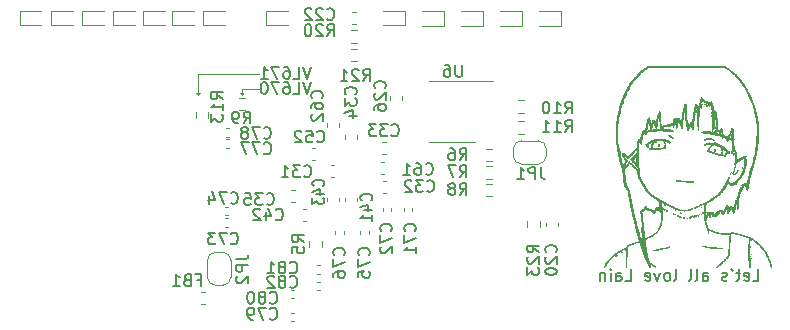
<source format=gbr>
G04 #@! TF.GenerationSoftware,KiCad,Pcbnew,5.1.10-6.fc33*
G04 #@! TF.CreationDate,2021-10-31T18:53:52+00:00*
G04 #@! TF.ProjectId,vl670,766c3637-302e-46b6-9963-61645f706362,rev?*
G04 #@! TF.SameCoordinates,Original*
G04 #@! TF.FileFunction,Legend,Bot*
G04 #@! TF.FilePolarity,Positive*
%FSLAX46Y46*%
G04 Gerber Fmt 4.6, Leading zero omitted, Abs format (unit mm)*
G04 Created by KiCad (PCBNEW 5.1.10-6.fc33) date 2021-10-31 18:53:52*
%MOMM*%
%LPD*%
G01*
G04 APERTURE LIST*
%ADD10C,0.120000*%
%ADD11C,0.150000*%
%ADD12C,0.010000*%
G04 APERTURE END LIST*
D10*
X188400000Y-116100000D02*
X188250000Y-116200000D01*
X188250000Y-116200000D02*
X188100000Y-116100000D01*
X188100000Y-116100000D02*
X188400000Y-116100000D01*
X188250000Y-114450000D02*
X188250000Y-116200000D01*
X193400000Y-114450000D02*
X188250000Y-114450000D01*
X192100000Y-116100000D02*
X191950000Y-116200000D01*
X191800000Y-116100000D02*
X192100000Y-116100000D01*
X191950000Y-116200000D02*
X191800000Y-116100000D01*
X191950000Y-115700000D02*
X191950000Y-116200000D01*
X193400000Y-115700000D02*
X191950000Y-115700000D01*
D11*
X197816666Y-113852380D02*
X197483333Y-114852380D01*
X197150000Y-113852380D01*
X196340476Y-114852380D02*
X196816666Y-114852380D01*
X196816666Y-113852380D01*
X195578571Y-113852380D02*
X195769047Y-113852380D01*
X195864285Y-113900000D01*
X195911904Y-113947619D01*
X196007142Y-114090476D01*
X196054761Y-114280952D01*
X196054761Y-114661904D01*
X196007142Y-114757142D01*
X195959523Y-114804761D01*
X195864285Y-114852380D01*
X195673809Y-114852380D01*
X195578571Y-114804761D01*
X195530952Y-114757142D01*
X195483333Y-114661904D01*
X195483333Y-114423809D01*
X195530952Y-114328571D01*
X195578571Y-114280952D01*
X195673809Y-114233333D01*
X195864285Y-114233333D01*
X195959523Y-114280952D01*
X196007142Y-114328571D01*
X196054761Y-114423809D01*
X195150000Y-113852380D02*
X194483333Y-113852380D01*
X194911904Y-114852380D01*
X193578571Y-114852380D02*
X194150000Y-114852380D01*
X193864285Y-114852380D02*
X193864285Y-113852380D01*
X193959523Y-113995238D01*
X194054761Y-114090476D01*
X194150000Y-114138095D01*
X197816666Y-115152380D02*
X197483333Y-116152380D01*
X197150000Y-115152380D01*
X196340476Y-116152380D02*
X196816666Y-116152380D01*
X196816666Y-115152380D01*
X195578571Y-115152380D02*
X195769047Y-115152380D01*
X195864285Y-115200000D01*
X195911904Y-115247619D01*
X196007142Y-115390476D01*
X196054761Y-115580952D01*
X196054761Y-115961904D01*
X196007142Y-116057142D01*
X195959523Y-116104761D01*
X195864285Y-116152380D01*
X195673809Y-116152380D01*
X195578571Y-116104761D01*
X195530952Y-116057142D01*
X195483333Y-115961904D01*
X195483333Y-115723809D01*
X195530952Y-115628571D01*
X195578571Y-115580952D01*
X195673809Y-115533333D01*
X195864285Y-115533333D01*
X195959523Y-115580952D01*
X196007142Y-115628571D01*
X196054761Y-115723809D01*
X195150000Y-115152380D02*
X194483333Y-115152380D01*
X194911904Y-116152380D01*
X193911904Y-115152380D02*
X193816666Y-115152380D01*
X193721428Y-115200000D01*
X193673809Y-115247619D01*
X193626190Y-115342857D01*
X193578571Y-115533333D01*
X193578571Y-115771428D01*
X193626190Y-115961904D01*
X193673809Y-116057142D01*
X193721428Y-116104761D01*
X193816666Y-116152380D01*
X193911904Y-116152380D01*
X194007142Y-116104761D01*
X194054761Y-116057142D01*
X194102380Y-115961904D01*
X194150000Y-115771428D01*
X194150000Y-115533333D01*
X194102380Y-115342857D01*
X194054761Y-115247619D01*
X194007142Y-115200000D01*
X193911904Y-115152380D01*
X235238095Y-131960880D02*
X235714285Y-131960880D01*
X235714285Y-130960880D01*
X234523809Y-131913261D02*
X234619047Y-131960880D01*
X234809523Y-131960880D01*
X234904761Y-131913261D01*
X234952380Y-131818023D01*
X234952380Y-131437071D01*
X234904761Y-131341833D01*
X234809523Y-131294214D01*
X234619047Y-131294214D01*
X234523809Y-131341833D01*
X234476190Y-131437071D01*
X234476190Y-131532309D01*
X234952380Y-131627547D01*
X234190476Y-131294214D02*
X233809523Y-131294214D01*
X234047619Y-130960880D02*
X234047619Y-131818023D01*
X234000000Y-131913261D01*
X233904761Y-131960880D01*
X233809523Y-131960880D01*
X233428571Y-130960880D02*
X233523809Y-131151357D01*
X233047619Y-131913261D02*
X232952380Y-131960880D01*
X232761904Y-131960880D01*
X232666666Y-131913261D01*
X232619047Y-131818023D01*
X232619047Y-131770404D01*
X232666666Y-131675166D01*
X232761904Y-131627547D01*
X232904761Y-131627547D01*
X233000000Y-131579928D01*
X233047619Y-131484690D01*
X233047619Y-131437071D01*
X233000000Y-131341833D01*
X232904761Y-131294214D01*
X232761904Y-131294214D01*
X232666666Y-131341833D01*
X231000000Y-131960880D02*
X231000000Y-131437071D01*
X231047619Y-131341833D01*
X231142857Y-131294214D01*
X231333333Y-131294214D01*
X231428571Y-131341833D01*
X231000000Y-131913261D02*
X231095238Y-131960880D01*
X231333333Y-131960880D01*
X231428571Y-131913261D01*
X231476190Y-131818023D01*
X231476190Y-131722785D01*
X231428571Y-131627547D01*
X231333333Y-131579928D01*
X231095238Y-131579928D01*
X231000000Y-131532309D01*
X230380952Y-131960880D02*
X230476190Y-131913261D01*
X230523809Y-131818023D01*
X230523809Y-130960880D01*
X229857142Y-131960880D02*
X229952380Y-131913261D01*
X230000000Y-131818023D01*
X230000000Y-130960880D01*
X228571428Y-131960880D02*
X228666666Y-131913261D01*
X228714285Y-131818023D01*
X228714285Y-130960880D01*
X228047619Y-131960880D02*
X228142857Y-131913261D01*
X228190476Y-131865642D01*
X228238095Y-131770404D01*
X228238095Y-131484690D01*
X228190476Y-131389452D01*
X228142857Y-131341833D01*
X228047619Y-131294214D01*
X227904761Y-131294214D01*
X227809523Y-131341833D01*
X227761904Y-131389452D01*
X227714285Y-131484690D01*
X227714285Y-131770404D01*
X227761904Y-131865642D01*
X227809523Y-131913261D01*
X227904761Y-131960880D01*
X228047619Y-131960880D01*
X227380952Y-131294214D02*
X227142857Y-131960880D01*
X226904761Y-131294214D01*
X226142857Y-131913261D02*
X226238095Y-131960880D01*
X226428571Y-131960880D01*
X226523809Y-131913261D01*
X226571428Y-131818023D01*
X226571428Y-131437071D01*
X226523809Y-131341833D01*
X226428571Y-131294214D01*
X226238095Y-131294214D01*
X226142857Y-131341833D01*
X226095238Y-131437071D01*
X226095238Y-131532309D01*
X226571428Y-131627547D01*
X224428571Y-131960880D02*
X224904761Y-131960880D01*
X224904761Y-130960880D01*
X223666666Y-131960880D02*
X223666666Y-131437071D01*
X223714285Y-131341833D01*
X223809523Y-131294214D01*
X224000000Y-131294214D01*
X224095238Y-131341833D01*
X223666666Y-131913261D02*
X223761904Y-131960880D01*
X224000000Y-131960880D01*
X224095238Y-131913261D01*
X224142857Y-131818023D01*
X224142857Y-131722785D01*
X224095238Y-131627547D01*
X224000000Y-131579928D01*
X223761904Y-131579928D01*
X223666666Y-131532309D01*
X223190476Y-131960880D02*
X223190476Y-131294214D01*
X223190476Y-130960880D02*
X223238095Y-131008500D01*
X223190476Y-131056119D01*
X223142857Y-131008500D01*
X223190476Y-130960880D01*
X223190476Y-131056119D01*
X222714285Y-131294214D02*
X222714285Y-131960880D01*
X222714285Y-131389452D02*
X222666666Y-131341833D01*
X222571428Y-131294214D01*
X222428571Y-131294214D01*
X222333333Y-131341833D01*
X222285714Y-131437071D01*
X222285714Y-131960880D01*
D10*
G04 #@! TO.C,JP2*
X189750000Y-132350000D02*
X190350000Y-132350000D01*
X189050000Y-130250000D02*
X189050000Y-131650000D01*
X190350000Y-129550000D02*
X189750000Y-129550000D01*
X191050000Y-131650000D02*
X191050000Y-130250000D01*
X190350000Y-132350000D02*
G75*
G03*
X191050000Y-131650000I0J700000D01*
G01*
X189050000Y-131650000D02*
G75*
G03*
X189750000Y-132350000I700000J0D01*
G01*
X189750000Y-129550000D02*
G75*
G03*
X189050000Y-130250000I0J-700000D01*
G01*
X191050000Y-130250000D02*
G75*
G03*
X190350000Y-129550000I-700000J0D01*
G01*
G04 #@! TO.C,FB1*
X188871267Y-132890000D02*
X188528733Y-132890000D01*
X188871267Y-133910000D02*
X188528733Y-133910000D01*
G04 #@! TO.C,C82*
X198595835Y-132040000D02*
X198364165Y-132040000D01*
X198595835Y-132760000D02*
X198364165Y-132760000D01*
G04 #@! TO.C,C81*
X198595835Y-130640000D02*
X198364165Y-130640000D01*
X198595835Y-131360000D02*
X198364165Y-131360000D01*
G04 #@! TO.C,C80*
X196116665Y-133460000D02*
X196348335Y-133460000D01*
X196116665Y-132740000D02*
X196348335Y-132740000D01*
G04 #@! TO.C,C79*
X196116665Y-135410000D02*
X196348335Y-135410000D01*
X196116665Y-134690000D02*
X196348335Y-134690000D01*
G04 #@! TO.C,C74*
X190584165Y-126440000D02*
X190815835Y-126440000D01*
X190584165Y-125720000D02*
X190815835Y-125720000D01*
G04 #@! TO.C,C73*
X190584165Y-127410000D02*
X190815835Y-127410000D01*
X190584165Y-126690000D02*
X190815835Y-126690000D01*
G04 #@! TO.C,R13*
X188077500Y-117645276D02*
X188077500Y-118154724D01*
X189122500Y-117645276D02*
X189122500Y-118154724D01*
G04 #@! TO.C,D19*
X173150000Y-110328000D02*
X173150000Y-109128000D01*
X175000000Y-110328000D02*
X173150000Y-110328000D01*
X175000000Y-109128000D02*
X173150000Y-109128000D01*
G04 #@! TO.C,R23*
X217200000Y-127454724D02*
X217200000Y-126945276D01*
X216155000Y-127454724D02*
X216155000Y-126945276D01*
D12*
G04 #@! TO.C,G\u002A\u002A\u002A*
G36*
X233458940Y-127854859D02*
G01*
X233426533Y-127862525D01*
X233427581Y-127870313D01*
X233449187Y-127883230D01*
X233484739Y-127898775D01*
X233527625Y-127914443D01*
X233571232Y-127927732D01*
X233608948Y-127936139D01*
X233625360Y-127937789D01*
X233658922Y-127943506D01*
X233699904Y-127956589D01*
X233702972Y-127957818D01*
X233747424Y-127972056D01*
X233801106Y-127984188D01*
X233818123Y-127986986D01*
X233870916Y-127997507D01*
X233921124Y-128012027D01*
X233934087Y-128016945D01*
X233979492Y-128030956D01*
X234023059Y-128037150D01*
X234024791Y-128037166D01*
X234068307Y-128042900D01*
X234113438Y-128056667D01*
X234184075Y-128082939D01*
X234263647Y-128107292D01*
X234337331Y-128125325D01*
X234357334Y-128129058D01*
X234396690Y-128137530D01*
X234424171Y-128146858D01*
X234427889Y-128149042D01*
X234447234Y-128157243D01*
X234486752Y-128170055D01*
X234539246Y-128185208D01*
X234561945Y-128191332D01*
X234621450Y-128208204D01*
X234674539Y-128225268D01*
X234712144Y-128239546D01*
X234719344Y-128242997D01*
X234753265Y-128257545D01*
X234777589Y-128262944D01*
X234803804Y-128272950D01*
X234815192Y-128283204D01*
X234841014Y-128301199D01*
X234871929Y-128312232D01*
X234899159Y-128322428D01*
X234914479Y-128341641D01*
X234919024Y-128374927D01*
X234913929Y-128427339D01*
X234907015Y-128468439D01*
X234892262Y-128556621D01*
X234880346Y-128645147D01*
X234870883Y-128739016D01*
X234863489Y-128843227D01*
X234857781Y-128962779D01*
X234853374Y-129102671D01*
X234851280Y-129194277D01*
X234849629Y-129323032D01*
X234849558Y-129463173D01*
X234850933Y-129610013D01*
X234853623Y-129758864D01*
X234857493Y-129905039D01*
X234862410Y-130043850D01*
X234868242Y-130170609D01*
X234874855Y-130280630D01*
X234882116Y-130369223D01*
X234885551Y-130400777D01*
X234893298Y-130470793D01*
X234901335Y-130553067D01*
X234908126Y-130631694D01*
X234909094Y-130644194D01*
X234914316Y-130705716D01*
X234919675Y-130744284D01*
X234926693Y-130765131D01*
X234936894Y-130773494D01*
X234947063Y-130774722D01*
X234958349Y-130773472D01*
X234965773Y-130766752D01*
X234969760Y-130750107D01*
X234970734Y-130719080D01*
X234969121Y-130669217D01*
X234965345Y-130596060D01*
X234964890Y-130587750D01*
X234961010Y-130498685D01*
X234958027Y-130394387D01*
X234956234Y-130287839D01*
X234955927Y-130192024D01*
X234955927Y-130192001D01*
X234956182Y-130111141D01*
X234955467Y-130054416D01*
X234953313Y-130017744D01*
X234949251Y-129997043D01*
X234942813Y-129988229D01*
X234933530Y-129987221D01*
X234932444Y-129987390D01*
X234921323Y-129986257D01*
X234913279Y-129975420D01*
X234907222Y-129950292D01*
X234902061Y-129906288D01*
X234896706Y-129838820D01*
X234896528Y-129836333D01*
X234893814Y-129781130D01*
X234891735Y-129703063D01*
X234890341Y-129607487D01*
X234889685Y-129499754D01*
X234889818Y-129385217D01*
X234890793Y-129269230D01*
X234890938Y-129257777D01*
X234892693Y-129134674D01*
X234894587Y-129035457D01*
X234896934Y-128955791D01*
X234900045Y-128891340D01*
X234904235Y-128837769D01*
X234909817Y-128790743D01*
X234917102Y-128745925D01*
X234926404Y-128698981D01*
X234933716Y-128665111D01*
X234948382Y-128594283D01*
X234960347Y-128528668D01*
X234968329Y-128475836D01*
X234971055Y-128444589D01*
X234976339Y-128410310D01*
X234989041Y-128381161D01*
X235004659Y-128363338D01*
X235018697Y-128363035D01*
X235023878Y-128371858D01*
X235040423Y-128385796D01*
X235073229Y-128397145D01*
X235078027Y-128398123D01*
X235110181Y-128407338D01*
X235126038Y-128418125D01*
X235126389Y-128419696D01*
X235137980Y-128433333D01*
X235166034Y-128449185D01*
X235167623Y-128449876D01*
X235207707Y-128473035D01*
X235260863Y-128512268D01*
X235321134Y-128562805D01*
X235382562Y-128619878D01*
X235393553Y-128630748D01*
X235435400Y-128669272D01*
X235479822Y-128705407D01*
X235493278Y-128715164D01*
X235529879Y-128743423D01*
X235575391Y-128782605D01*
X235613223Y-128817798D01*
X235663893Y-128866712D01*
X235720193Y-128920629D01*
X235755621Y-128954311D01*
X235813576Y-129012330D01*
X235879291Y-129083103D01*
X235945150Y-129158029D01*
X236003534Y-129228504D01*
X236036832Y-129271889D01*
X236066841Y-129311557D01*
X236094430Y-129345720D01*
X236103125Y-129355654D01*
X236122963Y-129381500D01*
X236153363Y-129426232D01*
X236190751Y-129484307D01*
X236231555Y-129550181D01*
X236270336Y-129615116D01*
X236315771Y-129697665D01*
X236367453Y-129799803D01*
X236422777Y-129915620D01*
X236479136Y-130039209D01*
X236533922Y-130164663D01*
X236584529Y-130286072D01*
X236628349Y-130397530D01*
X236662776Y-130493128D01*
X236676168Y-130534833D01*
X236688272Y-130574874D01*
X236704628Y-130629005D01*
X236718809Y-130675944D01*
X236740012Y-130734355D01*
X236760214Y-130766504D01*
X236770370Y-130772491D01*
X236787711Y-130769468D01*
X236787104Y-130751324D01*
X236748364Y-130611775D01*
X236715533Y-130497440D01*
X236688763Y-130408811D01*
X236668204Y-130346380D01*
X236654008Y-130310638D01*
X236649135Y-130302705D01*
X236638488Y-130278530D01*
X236636278Y-130259666D01*
X236630854Y-130229205D01*
X236623988Y-130216627D01*
X236614149Y-130198512D01*
X236597186Y-130160051D01*
X236575713Y-130107385D01*
X236558168Y-130062111D01*
X236527566Y-129986802D01*
X236490115Y-129902792D01*
X236449215Y-129816983D01*
X236408265Y-129736278D01*
X236370666Y-129667579D01*
X236339818Y-129617790D01*
X236338170Y-129615432D01*
X236319879Y-129586863D01*
X236311748Y-129568889D01*
X236311723Y-129568435D01*
X236304608Y-129552500D01*
X236286033Y-129520294D01*
X236262334Y-129482419D01*
X236226350Y-129426515D01*
X236186077Y-129363675D01*
X236161261Y-129324805D01*
X236124325Y-129271616D01*
X236082659Y-129218596D01*
X236054707Y-129187222D01*
X235925340Y-129054480D01*
X235814444Y-128941434D01*
X235721153Y-128847226D01*
X235644599Y-128770996D01*
X235583916Y-128711884D01*
X235538237Y-128669032D01*
X235506695Y-128641580D01*
X235496110Y-128633470D01*
X235451008Y-128600776D01*
X235395621Y-128559554D01*
X235336854Y-128515064D01*
X235281615Y-128472568D01*
X235236810Y-128437327D01*
X235213385Y-128418118D01*
X235185375Y-128398044D01*
X235165328Y-128389944D01*
X235145368Y-128381989D01*
X235114132Y-128362156D01*
X235103968Y-128354666D01*
X235070740Y-128332347D01*
X235044877Y-128320156D01*
X235040247Y-128319389D01*
X235015701Y-128310945D01*
X235000500Y-128300565D01*
X234972603Y-128284304D01*
X234927236Y-128264690D01*
X234874295Y-128245269D01*
X234823676Y-128229584D01*
X234785274Y-128221183D01*
X234777303Y-128220611D01*
X234744347Y-128214166D01*
X234708197Y-128199531D01*
X234671020Y-128184410D01*
X234640667Y-128178364D01*
X234608224Y-128169126D01*
X234590202Y-128157143D01*
X234562153Y-128141250D01*
X234520011Y-128126885D01*
X234504424Y-128123217D01*
X234453517Y-128111358D01*
X234405477Y-128097974D01*
X234396139Y-128094963D01*
X234347590Y-128078593D01*
X234304417Y-128064036D01*
X234260145Y-128051052D01*
X234208140Y-128038331D01*
X234196560Y-128035862D01*
X234154996Y-128025174D01*
X234124431Y-128013468D01*
X234118249Y-128009611D01*
X234094970Y-127999362D01*
X234055857Y-127989688D01*
X234039134Y-127986857D01*
X233982582Y-127975871D01*
X233924583Y-127960743D01*
X233915868Y-127958016D01*
X233863816Y-127945323D01*
X233811284Y-127938675D01*
X233801175Y-127938389D01*
X233749452Y-127932462D01*
X233698459Y-127918109D01*
X233696288Y-127917222D01*
X233651015Y-127902889D01*
X233608079Y-127896133D01*
X233604352Y-127896055D01*
X233570928Y-127889312D01*
X233554953Y-127874889D01*
X233536386Y-127860966D01*
X233500840Y-127853949D01*
X233458940Y-127854859D01*
G37*
X233458940Y-127854859D02*
X233426533Y-127862525D01*
X233427581Y-127870313D01*
X233449187Y-127883230D01*
X233484739Y-127898775D01*
X233527625Y-127914443D01*
X233571232Y-127927732D01*
X233608948Y-127936139D01*
X233625360Y-127937789D01*
X233658922Y-127943506D01*
X233699904Y-127956589D01*
X233702972Y-127957818D01*
X233747424Y-127972056D01*
X233801106Y-127984188D01*
X233818123Y-127986986D01*
X233870916Y-127997507D01*
X233921124Y-128012027D01*
X233934087Y-128016945D01*
X233979492Y-128030956D01*
X234023059Y-128037150D01*
X234024791Y-128037166D01*
X234068307Y-128042900D01*
X234113438Y-128056667D01*
X234184075Y-128082939D01*
X234263647Y-128107292D01*
X234337331Y-128125325D01*
X234357334Y-128129058D01*
X234396690Y-128137530D01*
X234424171Y-128146858D01*
X234427889Y-128149042D01*
X234447234Y-128157243D01*
X234486752Y-128170055D01*
X234539246Y-128185208D01*
X234561945Y-128191332D01*
X234621450Y-128208204D01*
X234674539Y-128225268D01*
X234712144Y-128239546D01*
X234719344Y-128242997D01*
X234753265Y-128257545D01*
X234777589Y-128262944D01*
X234803804Y-128272950D01*
X234815192Y-128283204D01*
X234841014Y-128301199D01*
X234871929Y-128312232D01*
X234899159Y-128322428D01*
X234914479Y-128341641D01*
X234919024Y-128374927D01*
X234913929Y-128427339D01*
X234907015Y-128468439D01*
X234892262Y-128556621D01*
X234880346Y-128645147D01*
X234870883Y-128739016D01*
X234863489Y-128843227D01*
X234857781Y-128962779D01*
X234853374Y-129102671D01*
X234851280Y-129194277D01*
X234849629Y-129323032D01*
X234849558Y-129463173D01*
X234850933Y-129610013D01*
X234853623Y-129758864D01*
X234857493Y-129905039D01*
X234862410Y-130043850D01*
X234868242Y-130170609D01*
X234874855Y-130280630D01*
X234882116Y-130369223D01*
X234885551Y-130400777D01*
X234893298Y-130470793D01*
X234901335Y-130553067D01*
X234908126Y-130631694D01*
X234909094Y-130644194D01*
X234914316Y-130705716D01*
X234919675Y-130744284D01*
X234926693Y-130765131D01*
X234936894Y-130773494D01*
X234947063Y-130774722D01*
X234958349Y-130773472D01*
X234965773Y-130766752D01*
X234969760Y-130750107D01*
X234970734Y-130719080D01*
X234969121Y-130669217D01*
X234965345Y-130596060D01*
X234964890Y-130587750D01*
X234961010Y-130498685D01*
X234958027Y-130394387D01*
X234956234Y-130287839D01*
X234955927Y-130192024D01*
X234955927Y-130192001D01*
X234956182Y-130111141D01*
X234955467Y-130054416D01*
X234953313Y-130017744D01*
X234949251Y-129997043D01*
X234942813Y-129988229D01*
X234933530Y-129987221D01*
X234932444Y-129987390D01*
X234921323Y-129986257D01*
X234913279Y-129975420D01*
X234907222Y-129950292D01*
X234902061Y-129906288D01*
X234896706Y-129838820D01*
X234896528Y-129836333D01*
X234893814Y-129781130D01*
X234891735Y-129703063D01*
X234890341Y-129607487D01*
X234889685Y-129499754D01*
X234889818Y-129385217D01*
X234890793Y-129269230D01*
X234890938Y-129257777D01*
X234892693Y-129134674D01*
X234894587Y-129035457D01*
X234896934Y-128955791D01*
X234900045Y-128891340D01*
X234904235Y-128837769D01*
X234909817Y-128790743D01*
X234917102Y-128745925D01*
X234926404Y-128698981D01*
X234933716Y-128665111D01*
X234948382Y-128594283D01*
X234960347Y-128528668D01*
X234968329Y-128475836D01*
X234971055Y-128444589D01*
X234976339Y-128410310D01*
X234989041Y-128381161D01*
X235004659Y-128363338D01*
X235018697Y-128363035D01*
X235023878Y-128371858D01*
X235040423Y-128385796D01*
X235073229Y-128397145D01*
X235078027Y-128398123D01*
X235110181Y-128407338D01*
X235126038Y-128418125D01*
X235126389Y-128419696D01*
X235137980Y-128433333D01*
X235166034Y-128449185D01*
X235167623Y-128449876D01*
X235207707Y-128473035D01*
X235260863Y-128512268D01*
X235321134Y-128562805D01*
X235382562Y-128619878D01*
X235393553Y-128630748D01*
X235435400Y-128669272D01*
X235479822Y-128705407D01*
X235493278Y-128715164D01*
X235529879Y-128743423D01*
X235575391Y-128782605D01*
X235613223Y-128817798D01*
X235663893Y-128866712D01*
X235720193Y-128920629D01*
X235755621Y-128954311D01*
X235813576Y-129012330D01*
X235879291Y-129083103D01*
X235945150Y-129158029D01*
X236003534Y-129228504D01*
X236036832Y-129271889D01*
X236066841Y-129311557D01*
X236094430Y-129345720D01*
X236103125Y-129355654D01*
X236122963Y-129381500D01*
X236153363Y-129426232D01*
X236190751Y-129484307D01*
X236231555Y-129550181D01*
X236270336Y-129615116D01*
X236315771Y-129697665D01*
X236367453Y-129799803D01*
X236422777Y-129915620D01*
X236479136Y-130039209D01*
X236533922Y-130164663D01*
X236584529Y-130286072D01*
X236628349Y-130397530D01*
X236662776Y-130493128D01*
X236676168Y-130534833D01*
X236688272Y-130574874D01*
X236704628Y-130629005D01*
X236718809Y-130675944D01*
X236740012Y-130734355D01*
X236760214Y-130766504D01*
X236770370Y-130772491D01*
X236787711Y-130769468D01*
X236787104Y-130751324D01*
X236748364Y-130611775D01*
X236715533Y-130497440D01*
X236688763Y-130408811D01*
X236668204Y-130346380D01*
X236654008Y-130310638D01*
X236649135Y-130302705D01*
X236638488Y-130278530D01*
X236636278Y-130259666D01*
X236630854Y-130229205D01*
X236623988Y-130216627D01*
X236614149Y-130198512D01*
X236597186Y-130160051D01*
X236575713Y-130107385D01*
X236558168Y-130062111D01*
X236527566Y-129986802D01*
X236490115Y-129902792D01*
X236449215Y-129816983D01*
X236408265Y-129736278D01*
X236370666Y-129667579D01*
X236339818Y-129617790D01*
X236338170Y-129615432D01*
X236319879Y-129586863D01*
X236311748Y-129568889D01*
X236311723Y-129568435D01*
X236304608Y-129552500D01*
X236286033Y-129520294D01*
X236262334Y-129482419D01*
X236226350Y-129426515D01*
X236186077Y-129363675D01*
X236161261Y-129324805D01*
X236124325Y-129271616D01*
X236082659Y-129218596D01*
X236054707Y-129187222D01*
X235925340Y-129054480D01*
X235814444Y-128941434D01*
X235721153Y-128847226D01*
X235644599Y-128770996D01*
X235583916Y-128711884D01*
X235538237Y-128669032D01*
X235506695Y-128641580D01*
X235496110Y-128633470D01*
X235451008Y-128600776D01*
X235395621Y-128559554D01*
X235336854Y-128515064D01*
X235281615Y-128472568D01*
X235236810Y-128437327D01*
X235213385Y-128418118D01*
X235185375Y-128398044D01*
X235165328Y-128389944D01*
X235145368Y-128381989D01*
X235114132Y-128362156D01*
X235103968Y-128354666D01*
X235070740Y-128332347D01*
X235044877Y-128320156D01*
X235040247Y-128319389D01*
X235015701Y-128310945D01*
X235000500Y-128300565D01*
X234972603Y-128284304D01*
X234927236Y-128264690D01*
X234874295Y-128245269D01*
X234823676Y-128229584D01*
X234785274Y-128221183D01*
X234777303Y-128220611D01*
X234744347Y-128214166D01*
X234708197Y-128199531D01*
X234671020Y-128184410D01*
X234640667Y-128178364D01*
X234608224Y-128169126D01*
X234590202Y-128157143D01*
X234562153Y-128141250D01*
X234520011Y-128126885D01*
X234504424Y-128123217D01*
X234453517Y-128111358D01*
X234405477Y-128097974D01*
X234396139Y-128094963D01*
X234347590Y-128078593D01*
X234304417Y-128064036D01*
X234260145Y-128051052D01*
X234208140Y-128038331D01*
X234196560Y-128035862D01*
X234154996Y-128025174D01*
X234124431Y-128013468D01*
X234118249Y-128009611D01*
X234094970Y-127999362D01*
X234055857Y-127989688D01*
X234039134Y-127986857D01*
X233982582Y-127975871D01*
X233924583Y-127960743D01*
X233915868Y-127958016D01*
X233863816Y-127945323D01*
X233811284Y-127938675D01*
X233801175Y-127938389D01*
X233749452Y-127932462D01*
X233698459Y-127918109D01*
X233696288Y-127917222D01*
X233651015Y-127902889D01*
X233608079Y-127896133D01*
X233604352Y-127896055D01*
X233570928Y-127889312D01*
X233554953Y-127874889D01*
X233536386Y-127860966D01*
X233500840Y-127853949D01*
X233458940Y-127854859D01*
G36*
X229745255Y-113764205D02*
G01*
X229451034Y-113764339D01*
X229446667Y-113764342D01*
X229082649Y-113764594D01*
X228745969Y-113764901D01*
X228435742Y-113765269D01*
X228151087Y-113765703D01*
X227891117Y-113766208D01*
X227654949Y-113766789D01*
X227441700Y-113767453D01*
X227250484Y-113768204D01*
X227080419Y-113769048D01*
X226930619Y-113769990D01*
X226800202Y-113771036D01*
X226688282Y-113772191D01*
X226593977Y-113773460D01*
X226516402Y-113774849D01*
X226454672Y-113776363D01*
X226407905Y-113778008D01*
X226375215Y-113779788D01*
X226355720Y-113781710D01*
X226349278Y-113783221D01*
X226288931Y-113815766D01*
X226217586Y-113860842D01*
X226131198Y-113921073D01*
X226086290Y-113953857D01*
X226039630Y-113988054D01*
X225998021Y-114018125D01*
X225969918Y-114037964D01*
X225968480Y-114038944D01*
X225927982Y-114067286D01*
X225883119Y-114100009D01*
X225840368Y-114132214D01*
X225806206Y-114159003D01*
X225787111Y-114175478D01*
X225785541Y-114177279D01*
X225771312Y-114190714D01*
X225740822Y-114216202D01*
X225700212Y-114248635D01*
X225693111Y-114254186D01*
X225657731Y-114284579D01*
X225606613Y-114332377D01*
X225543115Y-114394208D01*
X225470597Y-114466696D01*
X225392418Y-114546469D01*
X225311937Y-114630152D01*
X225232513Y-114714371D01*
X225199154Y-114750309D01*
X225136002Y-114822019D01*
X225064116Y-114909009D01*
X224990125Y-115002886D01*
X224920659Y-115095258D01*
X224867611Y-115169991D01*
X224788674Y-115286113D01*
X224725177Y-115380812D01*
X224677342Y-115453748D01*
X224645390Y-115504579D01*
X224629544Y-115532966D01*
X224627723Y-115538466D01*
X224620843Y-115555742D01*
X224602375Y-115590982D01*
X224575573Y-115638145D01*
X224558556Y-115666818D01*
X224473820Y-115817425D01*
X224386854Y-115990449D01*
X224299945Y-116180448D01*
X224215381Y-116381978D01*
X224135446Y-116589598D01*
X224062429Y-116797867D01*
X224000414Y-116995222D01*
X223969524Y-117100821D01*
X223944869Y-117187320D01*
X223924370Y-117262588D01*
X223905946Y-117334497D01*
X223887521Y-117410915D01*
X223867013Y-117499714D01*
X223866214Y-117503222D01*
X223826818Y-117678976D01*
X223794783Y-117827904D01*
X223770032Y-117950406D01*
X223752488Y-118046879D01*
X223742074Y-118117723D01*
X223738712Y-118162714D01*
X223735506Y-118201538D01*
X223727537Y-118249667D01*
X223724992Y-118261492D01*
X223706161Y-118359481D01*
X223689299Y-118476815D01*
X223675417Y-118604631D01*
X223665530Y-118734070D01*
X223661701Y-118815555D01*
X223653722Y-119075071D01*
X223648159Y-119307541D01*
X223645011Y-119514036D01*
X223644276Y-119695630D01*
X223645953Y-119853393D01*
X223650040Y-119988398D01*
X223656536Y-120101717D01*
X223659881Y-120142000D01*
X223678365Y-120334576D01*
X223696144Y-120501345D01*
X223713560Y-120644702D01*
X223730957Y-120767040D01*
X223748678Y-120870756D01*
X223767066Y-120958245D01*
X223786465Y-121031900D01*
X223788309Y-121038055D01*
X223804399Y-121097052D01*
X223818981Y-121164288D01*
X223832985Y-121245012D01*
X223847342Y-121344471D01*
X223859604Y-121440222D01*
X223870102Y-121518521D01*
X223881903Y-121595373D01*
X223893548Y-121661849D01*
X223903407Y-121708333D01*
X223917313Y-121765458D01*
X223930296Y-121821502D01*
X223936612Y-121850438D01*
X223950538Y-121903859D01*
X223968639Y-121958026D01*
X223970708Y-121963327D01*
X223986740Y-122007158D01*
X224005736Y-122064215D01*
X224020068Y-122110500D01*
X224039530Y-122172917D01*
X224063401Y-122245182D01*
X224084398Y-122305659D01*
X224135416Y-122455628D01*
X224173980Y-122588662D01*
X224201517Y-122712397D01*
X224219455Y-122834470D01*
X224229221Y-122962517D01*
X224232229Y-123096678D01*
X224235371Y-123210184D01*
X224243716Y-123331063D01*
X224256488Y-123454310D01*
X224272912Y-123574922D01*
X224292214Y-123687893D01*
X224313617Y-123788221D01*
X224336347Y-123870899D01*
X224359629Y-123930925D01*
X224362250Y-123936042D01*
X224380099Y-123964748D01*
X224408394Y-124004981D01*
X224442800Y-124051180D01*
X224478980Y-124097782D01*
X224512601Y-124139225D01*
X224539325Y-124169948D01*
X224554817Y-124184388D01*
X224556178Y-124184833D01*
X224574544Y-124197088D01*
X224595725Y-124228354D01*
X224615223Y-124270387D01*
X224628540Y-124314939D01*
X224629299Y-124318889D01*
X224636568Y-124358965D01*
X224646974Y-124416435D01*
X224658640Y-124480921D01*
X224662511Y-124502333D01*
X224674727Y-124569379D01*
X224686906Y-124635332D01*
X224696891Y-124688534D01*
X224699064Y-124699889D01*
X224708947Y-124753916D01*
X224720082Y-124818773D01*
X224727149Y-124862166D01*
X224737271Y-124926168D01*
X224747898Y-124993236D01*
X224753972Y-125031500D01*
X224766290Y-125105026D01*
X224781282Y-125188575D01*
X224797206Y-125272943D01*
X224812318Y-125348924D01*
X224824877Y-125407311D01*
X224826084Y-125412500D01*
X224838104Y-125467566D01*
X224850114Y-125528488D01*
X224853386Y-125546555D01*
X224874089Y-125656900D01*
X224899973Y-125783191D01*
X224928600Y-125914198D01*
X224957532Y-126038693D01*
X224979015Y-126125111D01*
X224996099Y-126194843D01*
X225010066Y-126258693D01*
X225019452Y-126309493D01*
X225022796Y-126339617D01*
X225026634Y-126378560D01*
X225036466Y-126430622D01*
X225045363Y-126466617D01*
X225059854Y-126521002D01*
X225072824Y-126572612D01*
X225078696Y-126597833D01*
X225084301Y-126622578D01*
X225092371Y-126656575D01*
X225103612Y-126702678D01*
X225118734Y-126763745D01*
X225138446Y-126842628D01*
X225163455Y-126942184D01*
X225194469Y-127065268D01*
X225206484Y-127112889D01*
X225227577Y-127198237D01*
X225248307Y-127285237D01*
X225266621Y-127365062D01*
X225280462Y-127428882D01*
X225283266Y-127442732D01*
X225299344Y-127516344D01*
X225319261Y-127596826D01*
X225338772Y-127667047D01*
X225339213Y-127668510D01*
X225359293Y-127736344D01*
X225380064Y-127808925D01*
X225396294Y-127867833D01*
X225410915Y-127920359D01*
X225424642Y-127965967D01*
X225433478Y-127991969D01*
X225443795Y-128031682D01*
X225446167Y-128056224D01*
X225450550Y-128082315D01*
X225462401Y-128127980D01*
X225479776Y-128186188D01*
X225495556Y-128234722D01*
X225515755Y-128296946D01*
X225531961Y-128351139D01*
X225542255Y-128390610D01*
X225544945Y-128406879D01*
X225551388Y-128435072D01*
X225567426Y-128473791D01*
X225573167Y-128485036D01*
X225595768Y-128534965D01*
X225598848Y-128569102D01*
X225581301Y-128593044D01*
X225548473Y-128609905D01*
X225504131Y-128627789D01*
X225464669Y-128644199D01*
X225460278Y-128646080D01*
X225425000Y-128661290D01*
X225456766Y-128673335D01*
X225504968Y-128677865D01*
X225553196Y-128654485D01*
X225560543Y-128648515D01*
X225591099Y-128635607D01*
X225617453Y-128648306D01*
X225634936Y-128683999D01*
X225636468Y-128690984D01*
X225645980Y-128734063D01*
X225660289Y-128788200D01*
X225680118Y-128855653D01*
X225706190Y-128938683D01*
X225739229Y-129039550D01*
X225779960Y-129160512D01*
X225829105Y-129303829D01*
X225876750Y-129441222D01*
X225908632Y-129531737D01*
X225942554Y-129626199D01*
X225976691Y-129719696D01*
X226009213Y-129807314D01*
X226038295Y-129884142D01*
X226062110Y-129945267D01*
X226078830Y-129985777D01*
X226081430Y-129991555D01*
X226093620Y-130020129D01*
X226111173Y-130063831D01*
X226124212Y-130097389D01*
X226141684Y-130142398D01*
X226158238Y-130183084D01*
X226176032Y-130224087D01*
X226197227Y-130270046D01*
X226223981Y-130325602D01*
X226258454Y-130395394D01*
X226302804Y-130484062D01*
X226321215Y-130520722D01*
X226364108Y-130605653D01*
X226396766Y-130668626D01*
X226421430Y-130712998D01*
X226440341Y-130742128D01*
X226455741Y-130759372D01*
X226469871Y-130768087D01*
X226484971Y-130771631D01*
X226489014Y-130772088D01*
X226523063Y-130770666D01*
X226532129Y-130757514D01*
X226520666Y-130738738D01*
X226508769Y-130715657D01*
X226494297Y-130673899D01*
X226479314Y-130621597D01*
X226465882Y-130566883D01*
X226456064Y-130517890D01*
X226451922Y-130482750D01*
X226452967Y-130471834D01*
X226460382Y-130463741D01*
X226475402Y-130466183D01*
X226501796Y-130481176D01*
X226543334Y-130510741D01*
X226585644Y-130542884D01*
X226637085Y-130582892D01*
X226680789Y-130617639D01*
X226711505Y-130642904D01*
X226723223Y-130653478D01*
X226741663Y-130669078D01*
X226775932Y-130694524D01*
X226815067Y-130721871D01*
X226873207Y-130756397D01*
X226921186Y-130772528D01*
X226946603Y-130774722D01*
X226979830Y-130773116D01*
X226989099Y-130766897D01*
X226981758Y-130756900D01*
X226954032Y-130734679D01*
X226910819Y-130704629D01*
X226861114Y-130672963D01*
X226854656Y-130669060D01*
X226763429Y-130609510D01*
X226669798Y-130538309D01*
X226569207Y-130451741D01*
X226457098Y-130346091D01*
X226450195Y-130339348D01*
X226422165Y-130310358D01*
X226401688Y-130283189D01*
X226385555Y-130251013D01*
X226370553Y-130207004D01*
X226353473Y-130144335D01*
X226347499Y-130121018D01*
X226329334Y-130045340D01*
X226312454Y-129967445D01*
X226299183Y-129898431D01*
X226293574Y-129863458D01*
X226284642Y-129807713D01*
X226274739Y-129758715D01*
X226266098Y-129727355D01*
X226254000Y-129687124D01*
X226239733Y-129626626D01*
X226224941Y-129553558D01*
X226211266Y-129475616D01*
X226208069Y-129455333D01*
X226200796Y-129408888D01*
X226190705Y-129345646D01*
X226179563Y-129276658D01*
X226175338Y-129250722D01*
X226163798Y-129177108D01*
X226150730Y-129089121D01*
X226138133Y-129000390D01*
X226131887Y-128954389D01*
X226120180Y-128867650D01*
X226106737Y-128770224D01*
X226093694Y-128677511D01*
X226087871Y-128636924D01*
X226065406Y-128481737D01*
X226105036Y-128449650D01*
X226142427Y-128425031D01*
X226178548Y-128409469D01*
X226179945Y-128409117D01*
X226212630Y-128396029D01*
X226229518Y-128383072D01*
X226249916Y-128367659D01*
X226286727Y-128347205D01*
X226314184Y-128334163D01*
X226394892Y-128297721D01*
X226452305Y-128270462D01*
X226489269Y-128250938D01*
X226508634Y-128237701D01*
X226512311Y-128233501D01*
X226531942Y-128221682D01*
X226540756Y-128220611D01*
X226562645Y-128212917D01*
X226598455Y-128192969D01*
X226631500Y-128171222D01*
X226672061Y-128144853D01*
X226705451Y-128126934D01*
X226721350Y-128121833D01*
X226746211Y-128111872D01*
X226758500Y-128100666D01*
X226779413Y-128082897D01*
X226789522Y-128079500D01*
X226815477Y-128069274D01*
X226855717Y-128041086D01*
X226906479Y-127998673D01*
X226964001Y-127945770D01*
X227024521Y-127886114D01*
X227084276Y-127823440D01*
X227139504Y-127761485D01*
X227186442Y-127703984D01*
X227221329Y-127654674D01*
X227227302Y-127644797D01*
X227309370Y-127492886D01*
X227373523Y-127349296D01*
X227423719Y-127204515D01*
X227449306Y-127111025D01*
X227459734Y-127075560D01*
X227469351Y-127052237D01*
X227469372Y-127052203D01*
X227478618Y-127025175D01*
X227489068Y-126974320D01*
X227500131Y-126903981D01*
X227511218Y-126818495D01*
X227521738Y-126722204D01*
X227531102Y-126619446D01*
X227534975Y-126569611D01*
X227541418Y-126470999D01*
X227544613Y-126387974D01*
X227544452Y-126310612D01*
X227541643Y-126247282D01*
X227482251Y-126247282D01*
X227480654Y-126503522D01*
X227479755Y-126600572D01*
X227477853Y-126676839D01*
X227474079Y-126739764D01*
X227467568Y-126796785D01*
X227457454Y-126855342D01*
X227442870Y-126922873D01*
X227422949Y-127006819D01*
X227421185Y-127014111D01*
X227406546Y-127076396D01*
X227393880Y-127133551D01*
X227385221Y-127176279D01*
X227383357Y-127187103D01*
X227374989Y-127220967D01*
X227364354Y-127240408D01*
X227363719Y-127240852D01*
X227352066Y-127260325D01*
X227351167Y-127268108D01*
X227344609Y-127294062D01*
X227326834Y-127338664D01*
X227300696Y-127396095D01*
X227269045Y-127460537D01*
X227234733Y-127526172D01*
X227200613Y-127587180D01*
X227171375Y-127634940D01*
X227107342Y-127720727D01*
X227026581Y-127810133D01*
X226937630Y-127894206D01*
X226876795Y-127943782D01*
X226835393Y-127975457D01*
X226783300Y-128015746D01*
X226733228Y-128054805D01*
X226690358Y-128086854D01*
X226654838Y-128110558D01*
X226633307Y-128121543D01*
X226631419Y-128121833D01*
X226612122Y-128130210D01*
X226579898Y-128151755D01*
X226554811Y-128171222D01*
X226516820Y-128198874D01*
X226484050Y-128216798D01*
X226469947Y-128220611D01*
X226439625Y-128228134D01*
X226396719Y-128247476D01*
X226351423Y-128273791D01*
X226336597Y-128283966D01*
X226311020Y-128297778D01*
X226268989Y-128315933D01*
X226217901Y-128335761D01*
X226165154Y-128354591D01*
X226118145Y-128369753D01*
X226084271Y-128378578D01*
X226072017Y-128379462D01*
X226059314Y-128363560D01*
X226045402Y-128329458D01*
X226039231Y-128308066D01*
X226031951Y-128268820D01*
X226024037Y-128209169D01*
X226016393Y-128136887D01*
X226009927Y-128059751D01*
X226009340Y-128051497D01*
X226003983Y-127977488D01*
X225998674Y-127911770D01*
X225992785Y-127848545D01*
X225985689Y-127782016D01*
X225976756Y-127706383D01*
X225967771Y-127635000D01*
X225827167Y-127635000D01*
X225820111Y-127642055D01*
X225813056Y-127635000D01*
X225820111Y-127627944D01*
X225827167Y-127635000D01*
X225967771Y-127635000D01*
X225965360Y-127615849D01*
X225950873Y-127504615D01*
X225946672Y-127472722D01*
X225936997Y-127395633D01*
X225928325Y-127319710D01*
X225921662Y-127254182D01*
X225918211Y-127211666D01*
X225913903Y-127153880D01*
X225908499Y-127097708D01*
X225905217Y-127070555D01*
X225901839Y-127042492D01*
X225896052Y-126990363D01*
X225888281Y-126918184D01*
X225878955Y-126829968D01*
X225868499Y-126729730D01*
X225857339Y-126621484D01*
X225853476Y-126583722D01*
X225842219Y-126473890D01*
X225831580Y-126370898D01*
X225821974Y-126278719D01*
X225813820Y-126201328D01*
X225807534Y-126142697D01*
X225803533Y-126106801D01*
X225802759Y-126100416D01*
X225795980Y-126047500D01*
X225865277Y-126047500D01*
X225937544Y-126033930D01*
X226003709Y-125995020D01*
X226060887Y-125933466D01*
X226106195Y-125851966D01*
X226122891Y-125806520D01*
X226140056Y-125757385D01*
X226152887Y-125735419D01*
X226162713Y-125740145D01*
X226170862Y-125771083D01*
X226173602Y-125788270D01*
X226191318Y-125865019D01*
X226220688Y-125921174D01*
X226263169Y-125961806D01*
X226286913Y-125976016D01*
X226313955Y-125984423D01*
X226351654Y-125988136D01*
X226407372Y-125988265D01*
X226434486Y-125987613D01*
X226564486Y-125984000D01*
X226650910Y-126077384D01*
X226711001Y-126139253D01*
X226759213Y-126178524D01*
X226800401Y-126194987D01*
X226839417Y-126188430D01*
X226881115Y-126158641D01*
X226930348Y-126105408D01*
X226964254Y-126063727D01*
X226971925Y-126054555D01*
X226814945Y-126054555D01*
X226807889Y-126061611D01*
X226800834Y-126054555D01*
X226807889Y-126047500D01*
X226814945Y-126054555D01*
X226971925Y-126054555D01*
X227005447Y-126014477D01*
X227044568Y-125972160D01*
X227075704Y-125942986D01*
X227086722Y-125935101D01*
X227107527Y-125925309D01*
X227126588Y-125924661D01*
X227151346Y-125935381D01*
X227189242Y-125959690D01*
X227204890Y-125970379D01*
X227255236Y-126005884D01*
X227294369Y-126036785D01*
X227329594Y-126069903D01*
X227368216Y-126112062D01*
X227413306Y-126165030D01*
X227482251Y-126247282D01*
X227541643Y-126247282D01*
X227540831Y-126228990D01*
X227533643Y-126133184D01*
X227529850Y-126089833D01*
X227521268Y-125985148D01*
X227512933Y-125867336D01*
X227505643Y-125748752D01*
X227500196Y-125641750D01*
X227498924Y-125610686D01*
X227495208Y-125531025D01*
X227490562Y-125460078D01*
X227485440Y-125403174D01*
X227480295Y-125365643D01*
X227477113Y-125354085D01*
X227465832Y-125319616D01*
X227465144Y-125289908D01*
X227347801Y-125289908D01*
X227343696Y-125325737D01*
X227339300Y-125338670D01*
X227331221Y-125371524D01*
X227323964Y-125422231D01*
X227318977Y-125480429D01*
X227318638Y-125486667D01*
X227312329Y-125556376D01*
X227301353Y-125601768D01*
X227289438Y-125622210D01*
X227274095Y-125649602D01*
X227273586Y-125668546D01*
X227268288Y-125687201D01*
X227244331Y-125703381D01*
X227211265Y-125713815D01*
X227178644Y-125715236D01*
X227159269Y-125707673D01*
X227141885Y-125698743D01*
X227132036Y-125713712D01*
X227130085Y-125720623D01*
X227114385Y-125745555D01*
X227091892Y-125749922D01*
X227075577Y-125736370D01*
X227059688Y-125730069D01*
X227037347Y-125748450D01*
X227010605Y-125789282D01*
X226991190Y-125828213D01*
X226963536Y-125879908D01*
X226930563Y-125929576D01*
X226915764Y-125948012D01*
X226888827Y-125977040D01*
X226871910Y-125987315D01*
X226856720Y-125981555D01*
X226844728Y-125971301D01*
X226821952Y-125954533D01*
X226802392Y-125957022D01*
X226784447Y-125968483D01*
X226733391Y-125989898D01*
X226681879Y-125983164D01*
X226630304Y-125948344D01*
X226625528Y-125943690D01*
X226580801Y-125908350D01*
X226529384Y-125890436D01*
X226509236Y-125887182D01*
X226455026Y-125873797D01*
X226402568Y-125851339D01*
X226388486Y-125842825D01*
X226351416Y-125821069D01*
X226320533Y-125808692D01*
X226313171Y-125807611D01*
X226292708Y-125797746D01*
X226260519Y-125771726D01*
X226223139Y-125734914D01*
X226218591Y-125730000D01*
X226182101Y-125692416D01*
X226151396Y-125664850D01*
X226132434Y-125652584D01*
X226131088Y-125652389D01*
X226106529Y-125664006D01*
X226076012Y-125694122D01*
X226045450Y-125735630D01*
X226020754Y-125781423D01*
X226017778Y-125788581D01*
X225998520Y-125826278D01*
X225977721Y-125851426D01*
X225970830Y-125855571D01*
X225944710Y-125867853D01*
X225906830Y-125888893D01*
X225890667Y-125898569D01*
X225850033Y-125922617D01*
X225815092Y-125941888D01*
X225806000Y-125946431D01*
X225776854Y-125964897D01*
X225742375Y-125992779D01*
X225737648Y-125997100D01*
X225712884Y-126024056D01*
X225702643Y-126051070D01*
X225702812Y-126090733D01*
X225703703Y-126100970D01*
X225710472Y-126147371D01*
X225722651Y-126208685D01*
X225737783Y-126272718D01*
X225740068Y-126281471D01*
X225753788Y-126346912D01*
X225765016Y-126426654D01*
X225773434Y-126514255D01*
X225778721Y-126603272D01*
X225780558Y-126687263D01*
X225778624Y-126759786D01*
X225772600Y-126814397D01*
X225767509Y-126834239D01*
X225757787Y-126868357D01*
X225761407Y-126886616D01*
X225769198Y-126893224D01*
X225784209Y-126912518D01*
X225801987Y-126949120D01*
X225811891Y-126975392D01*
X225824518Y-127031604D01*
X225831204Y-127102860D01*
X225832373Y-127182575D01*
X225828452Y-127264162D01*
X225819864Y-127341036D01*
X225807037Y-127406611D01*
X225790396Y-127454300D01*
X225779920Y-127470356D01*
X225763260Y-127495061D01*
X225767444Y-127517979D01*
X225772933Y-127527462D01*
X225783921Y-127553916D01*
X225774529Y-127573330D01*
X225773897Y-127573970D01*
X225759794Y-127601465D01*
X225756611Y-127622878D01*
X225750964Y-127651629D01*
X225742500Y-127663222D01*
X225730888Y-127681536D01*
X225729320Y-127706597D01*
X225737526Y-127724593D01*
X225743741Y-127726722D01*
X225752616Y-127739566D01*
X225750486Y-127777406D01*
X225749576Y-127783050D01*
X225745736Y-127821616D01*
X225754421Y-127847201D01*
X225780763Y-127873611D01*
X225784390Y-127876681D01*
X225813351Y-127907714D01*
X225821342Y-127932554D01*
X225820645Y-127935030D01*
X225821665Y-127963188D01*
X225828202Y-127974913D01*
X225836883Y-127998304D01*
X225843687Y-128040115D01*
X225846733Y-128082703D01*
X225849547Y-128131439D01*
X225853963Y-128169094D01*
X225858285Y-128185658D01*
X225865947Y-128207718D01*
X225874197Y-128245064D01*
X225876088Y-128255996D01*
X225886170Y-128314395D01*
X225894501Y-128350176D01*
X225903045Y-128368695D01*
X225913765Y-128375311D01*
X225919991Y-128375833D01*
X225934315Y-128382845D01*
X225932858Y-128390174D01*
X225915947Y-128398315D01*
X225910859Y-128396397D01*
X225901259Y-128402050D01*
X225897723Y-128424581D01*
X225890000Y-128465876D01*
X225870388Y-128509536D01*
X225844219Y-128547082D01*
X225816826Y-128570034D01*
X225804139Y-128573389D01*
X225784282Y-128562494D01*
X225761796Y-128536121D01*
X225760803Y-128534583D01*
X225738083Y-128503851D01*
X225718145Y-128484493D01*
X225708335Y-128471115D01*
X225714176Y-128447238D01*
X225722374Y-128430265D01*
X225734668Y-128399030D01*
X225735467Y-128379229D01*
X225734553Y-128378049D01*
X225721911Y-128379743D01*
X225718226Y-128386416D01*
X225701788Y-128402848D01*
X225678247Y-128397906D01*
X225656728Y-128373767D01*
X225648053Y-128340831D01*
X225646323Y-128295907D01*
X225647413Y-128282309D01*
X225648359Y-128234812D01*
X225637085Y-128207306D01*
X225633395Y-128203784D01*
X225620431Y-128182346D01*
X225617376Y-128143955D01*
X225619334Y-128115325D01*
X225620584Y-128066096D01*
X225615888Y-128023012D01*
X225611869Y-128008944D01*
X225601453Y-127966439D01*
X225599695Y-127934861D01*
X225596266Y-127906777D01*
X225585857Y-127896055D01*
X225575781Y-127884231D01*
X225576716Y-127860278D01*
X225574448Y-127826740D01*
X225557114Y-127810349D01*
X225540393Y-127795696D01*
X225536141Y-127770782D01*
X225539708Y-127739696D01*
X225542656Y-127697305D01*
X225532385Y-127667969D01*
X225519342Y-127651899D01*
X225496312Y-127619821D01*
X225470399Y-127572737D01*
X225445883Y-127519983D01*
X225427043Y-127470898D01*
X225418157Y-127434818D01*
X225417945Y-127430650D01*
X225415971Y-127410468D01*
X225408645Y-127383907D01*
X225393862Y-127344821D01*
X225369513Y-127287063D01*
X225365738Y-127278329D01*
X225354459Y-127239297D01*
X225353938Y-127206482D01*
X225354514Y-127204394D01*
X225353373Y-127171390D01*
X225341238Y-127145175D01*
X225324872Y-127107441D01*
X225319167Y-127070238D01*
X225314671Y-127034628D01*
X225304380Y-127012024D01*
X225297207Y-126988675D01*
X225305617Y-126962070D01*
X225313533Y-126934084D01*
X225307771Y-126904520D01*
X225292182Y-126871937D01*
X225273662Y-126831313D01*
X225263110Y-126796453D01*
X225262223Y-126788542D01*
X225254908Y-126754991D01*
X225241556Y-126724833D01*
X225225931Y-126684466D01*
X225220889Y-126652355D01*
X225216326Y-126620978D01*
X225204759Y-126572790D01*
X225188574Y-126517598D01*
X225186525Y-126511244D01*
X225168380Y-126450608D01*
X225153124Y-126390776D01*
X225144007Y-126344517D01*
X225143912Y-126343833D01*
X225128936Y-126265004D01*
X225102948Y-126164033D01*
X225071700Y-126059717D01*
X225058941Y-126008820D01*
X225051687Y-125959573D01*
X225051056Y-125945652D01*
X225048653Y-125910328D01*
X225042788Y-125888900D01*
X225041991Y-125887917D01*
X225037485Y-125870761D01*
X225032733Y-125831983D01*
X225028437Y-125778166D01*
X225026357Y-125741137D01*
X225020779Y-125667193D01*
X225012306Y-125611167D01*
X225001701Y-125577872D01*
X225000144Y-125575376D01*
X224986598Y-125542030D01*
X224980525Y-125499393D01*
X224980500Y-125496849D01*
X224977201Y-125459463D01*
X224969128Y-125434593D01*
X224967835Y-125432961D01*
X224957364Y-125408919D01*
X224947141Y-125362226D01*
X224938158Y-125298446D01*
X224932077Y-125232721D01*
X224926198Y-125191094D01*
X224916830Y-125160384D01*
X224913681Y-125155110D01*
X224900368Y-125129541D01*
X224888206Y-125086160D01*
X224876284Y-125021118D01*
X224867633Y-124960944D01*
X224857577Y-124901600D01*
X224844342Y-124843767D01*
X224834354Y-124810525D01*
X224823207Y-124773409D01*
X224819729Y-124748548D01*
X224821042Y-124744106D01*
X224822524Y-124726575D01*
X224817615Y-124711080D01*
X224809404Y-124684366D01*
X224798152Y-124637354D01*
X224785365Y-124577601D01*
X224772546Y-124512664D01*
X224761201Y-124450098D01*
X224752835Y-124397461D01*
X224749354Y-124368277D01*
X224740034Y-124324280D01*
X224721740Y-124274256D01*
X224714701Y-124259478D01*
X224696407Y-124219869D01*
X224685504Y-124188510D01*
X224684167Y-124180067D01*
X224674203Y-124154318D01*
X224664838Y-124144024D01*
X224649532Y-124123907D01*
X224627261Y-124085888D01*
X224602591Y-124037823D01*
X224600248Y-124032935D01*
X224575539Y-123981149D01*
X224553539Y-123935222D01*
X224538848Y-123904757D01*
X224538439Y-123903916D01*
X224517066Y-123875780D01*
X224496936Y-123863397D01*
X224482144Y-123855050D01*
X224477038Y-123835496D01*
X224479935Y-123797073D01*
X224480837Y-123790109D01*
X224484558Y-123747883D01*
X224480168Y-123725241D01*
X224466080Y-123714311D01*
X224465520Y-123714092D01*
X224448460Y-123696360D01*
X224450113Y-123681981D01*
X224451037Y-123653866D01*
X224445805Y-123643294D01*
X224432987Y-123619170D01*
X224416416Y-123577121D01*
X224399200Y-123526600D01*
X224384449Y-123477058D01*
X224375270Y-123437948D01*
X224373723Y-123424111D01*
X224380563Y-123396598D01*
X224388796Y-123386961D01*
X224396747Y-123368230D01*
X224393620Y-123354378D01*
X224389384Y-123332000D01*
X224385169Y-123287565D01*
X224381431Y-123227235D01*
X224378624Y-123157172D01*
X224378351Y-123147666D01*
X224375412Y-123048471D01*
X224372503Y-122973374D01*
X224369246Y-122918254D01*
X224365260Y-122878989D01*
X224360167Y-122851459D01*
X224353585Y-122831542D01*
X224348213Y-122820511D01*
X224335834Y-122783488D01*
X224331389Y-122745500D01*
X224326207Y-122703358D01*
X224315355Y-122671350D01*
X224300662Y-122626792D01*
X224294314Y-122571144D01*
X224296542Y-122516118D01*
X224307574Y-122473427D01*
X224311349Y-122466633D01*
X224325196Y-122438769D01*
X224320288Y-122418189D01*
X224314805Y-122410909D01*
X224304567Y-122395597D01*
X224315462Y-122395013D01*
X224328802Y-122398956D01*
X224377539Y-122400688D01*
X224430008Y-122375798D01*
X224468283Y-122340770D01*
X224273678Y-122340770D01*
X224271055Y-122367196D01*
X224255345Y-122378607D01*
X224254954Y-122378611D01*
X224232847Y-122368027D01*
X224228639Y-122360972D01*
X224229392Y-122334887D01*
X224236035Y-122316732D01*
X224248823Y-122299392D01*
X224260452Y-122307114D01*
X224262134Y-122309677D01*
X224273678Y-122340770D01*
X224468283Y-122340770D01*
X224486680Y-122323935D01*
X224548028Y-122244751D01*
X224559232Y-122228130D01*
X224590411Y-122184727D01*
X224628354Y-122137237D01*
X224668330Y-122090926D01*
X224705610Y-122051061D01*
X224735463Y-122022910D01*
X224753160Y-122011741D01*
X224753560Y-122011722D01*
X224771371Y-122021363D01*
X224783398Y-122033434D01*
X224806639Y-122051675D01*
X224845070Y-122073220D01*
X224866300Y-122083059D01*
X224930000Y-122122744D01*
X224984456Y-122177763D01*
X225015252Y-122212665D01*
X225057005Y-122255070D01*
X225104693Y-122300460D01*
X225153292Y-122344317D01*
X225197780Y-122382123D01*
X225233134Y-122409360D01*
X225254333Y-122421510D01*
X225255667Y-122421738D01*
X225271062Y-122432322D01*
X225298655Y-122459289D01*
X225332853Y-122497111D01*
X225337611Y-122502678D01*
X225374429Y-122548763D01*
X225394579Y-122582612D01*
X225401765Y-122611518D01*
X225401493Y-122628429D01*
X225406145Y-122671341D01*
X225425382Y-122695551D01*
X225444370Y-122711855D01*
X225439605Y-122720074D01*
X225421473Y-122725747D01*
X225397447Y-122743159D01*
X225389289Y-122770011D01*
X225397955Y-122794934D01*
X225414783Y-122805206D01*
X225430928Y-122816634D01*
X225439681Y-122844449D01*
X225442938Y-122882905D01*
X225459460Y-122967458D01*
X225481208Y-123015581D01*
X225502137Y-123059080D01*
X225514822Y-123098716D01*
X225516550Y-123112389D01*
X225521026Y-123144541D01*
X225532456Y-123191698D01*
X225544734Y-123232333D01*
X225561121Y-123284461D01*
X225574535Y-123331745D01*
X225580606Y-123357088D01*
X225591135Y-123385451D01*
X225608603Y-123389390D01*
X225610465Y-123388733D01*
X225638869Y-123391180D01*
X225667579Y-123413590D01*
X225690087Y-123448536D01*
X225699883Y-123488594D01*
X225699923Y-123490788D01*
X225713877Y-123560948D01*
X225744780Y-123612444D01*
X225758931Y-123632217D01*
X225781879Y-123667028D01*
X225799316Y-123694472D01*
X225833314Y-123748431D01*
X225870066Y-123806259D01*
X225883611Y-123827419D01*
X225907111Y-123866815D01*
X225922482Y-123897965D01*
X225925945Y-123909899D01*
X225935536Y-123930991D01*
X225954167Y-123952000D01*
X225975436Y-123978300D01*
X225982389Y-123998011D01*
X225986755Y-124014539D01*
X226001665Y-124039622D01*
X226029840Y-124077155D01*
X226073999Y-124131031D01*
X226081672Y-124140171D01*
X226101558Y-124169219D01*
X226109389Y-124190843D01*
X226118499Y-124209605D01*
X226142290Y-124241189D01*
X226172889Y-124275791D01*
X226205585Y-124313095D01*
X226228507Y-124344389D01*
X226236389Y-124361741D01*
X226246985Y-124381645D01*
X226273053Y-124406405D01*
X226278723Y-124410611D01*
X226306651Y-124435070D01*
X226320671Y-124456304D01*
X226321056Y-124459041D01*
X226331809Y-124477235D01*
X226359114Y-124502734D01*
X226377053Y-124516134D01*
X226417823Y-124549100D01*
X226456486Y-124588157D01*
X226486988Y-124626297D01*
X226503276Y-124656511D01*
X226504500Y-124663669D01*
X226515362Y-124678080D01*
X226519764Y-124678722D01*
X226538435Y-124687080D01*
X226570216Y-124708581D01*
X226595301Y-124728111D01*
X226630380Y-124755396D01*
X226656855Y-124773333D01*
X226666201Y-124777500D01*
X226682828Y-124785454D01*
X226712601Y-124805567D01*
X226728248Y-124817315D01*
X226771748Y-124846967D01*
X226816226Y-124871382D01*
X226826490Y-124875869D01*
X226858831Y-124894447D01*
X226902655Y-124926926D01*
X226949687Y-124967057D01*
X226960545Y-124977144D01*
X227003105Y-125014956D01*
X227040355Y-125043661D01*
X227066051Y-125058591D01*
X227071011Y-125059701D01*
X227093733Y-125069692D01*
X227124143Y-125094898D01*
X227137607Y-125109111D01*
X227167244Y-125138660D01*
X227192071Y-125156305D01*
X227199427Y-125158500D01*
X227219643Y-125168698D01*
X227247354Y-125193359D01*
X227274224Y-125223583D01*
X227291917Y-125250470D01*
X227294723Y-125260238D01*
X227305086Y-125268329D01*
X227316423Y-125266081D01*
X227338049Y-125267925D01*
X227347801Y-125289908D01*
X227465144Y-125289908D01*
X227465044Y-125285608D01*
X227474008Y-125262130D01*
X227484244Y-125257277D01*
X227509972Y-125265150D01*
X227548717Y-125285379D01*
X227592826Y-125312878D01*
X227634648Y-125342563D01*
X227666529Y-125369349D01*
X227680747Y-125387854D01*
X227695365Y-125405505D01*
X227708612Y-125404408D01*
X227732018Y-125408800D01*
X227745904Y-125425912D01*
X227762818Y-125445593D01*
X227775335Y-125447262D01*
X227801223Y-125443767D01*
X227828841Y-125454593D01*
X227844545Y-125473743D01*
X227845056Y-125477901D01*
X227854012Y-125492612D01*
X227872091Y-125490488D01*
X227897691Y-125489060D01*
X227907213Y-125494993D01*
X227925248Y-125505875D01*
X227959587Y-125516191D01*
X227968372Y-125517987D01*
X228007836Y-125531124D01*
X228058346Y-125555604D01*
X228104192Y-125583087D01*
X228147172Y-125610523D01*
X228181646Y-125630283D01*
X228200430Y-125638261D01*
X228200791Y-125638277D01*
X228220705Y-125645842D01*
X228251195Y-125664358D01*
X228255531Y-125667392D01*
X228285858Y-125684736D01*
X228307147Y-125689456D01*
X228309027Y-125688714D01*
X228327071Y-125691475D01*
X228339074Y-125701933D01*
X228361932Y-125719719D01*
X228373763Y-125722944D01*
X228395322Y-125732562D01*
X228417006Y-125751664D01*
X228442906Y-125770275D01*
X228463567Y-125772490D01*
X228489801Y-125774487D01*
X228506791Y-125784648D01*
X228531536Y-125799044D01*
X228573957Y-125816980D01*
X228621167Y-125833361D01*
X228716067Y-125864130D01*
X228787636Y-125889769D01*
X228834424Y-125909730D01*
X228853295Y-125921488D01*
X228877487Y-125932376D01*
X228896172Y-125934611D01*
X228927256Y-125940893D01*
X228968028Y-125956514D01*
X228979147Y-125961888D01*
X229050582Y-125987757D01*
X229128503Y-125992785D01*
X229132695Y-125992550D01*
X229154973Y-125986048D01*
X229153741Y-125973972D01*
X229131736Y-125961125D01*
X229111528Y-125955418D01*
X229058013Y-125941852D01*
X228997735Y-125923115D01*
X228939675Y-125902373D01*
X228892816Y-125882792D01*
X228869414Y-125870080D01*
X228837658Y-125854199D01*
X228817196Y-125849944D01*
X228788419Y-125843643D01*
X228753308Y-125828864D01*
X228717727Y-125813855D01*
X228689923Y-125807698D01*
X228661972Y-125797514D01*
X228649389Y-125786444D01*
X228628577Y-125768681D01*
X228618565Y-125765277D01*
X228596941Y-125759183D01*
X228560455Y-125743822D01*
X228518041Y-125723580D01*
X228478634Y-125702841D01*
X228451169Y-125685991D01*
X228444227Y-125679719D01*
X228424372Y-125667556D01*
X228415810Y-125666500D01*
X228395574Y-125660560D01*
X228356113Y-125644447D01*
X228303392Y-125620721D01*
X228251509Y-125595944D01*
X228193110Y-125567825D01*
X228143880Y-125545026D01*
X228109388Y-125530066D01*
X228095604Y-125525389D01*
X228075298Y-125517295D01*
X228066710Y-125511079D01*
X228037790Y-125489369D01*
X228000887Y-125464826D01*
X227964731Y-125442868D01*
X227938052Y-125428912D01*
X227930606Y-125426611D01*
X227915743Y-125415397D01*
X227910509Y-125405444D01*
X227891087Y-125386813D01*
X227879095Y-125384277D01*
X227855645Y-125377273D01*
X227817105Y-125358963D01*
X227774500Y-125334889D01*
X227732265Y-125309946D01*
X227699959Y-125292191D01*
X227684672Y-125285500D01*
X227668880Y-125278693D01*
X227637133Y-125261142D01*
X227608907Y-125244310D01*
X227556371Y-125214871D01*
X227500548Y-125187620D01*
X227478167Y-125178115D01*
X227433203Y-125156557D01*
X227378394Y-125124922D01*
X227330000Y-125093070D01*
X227274399Y-125055770D01*
X227214806Y-125019050D01*
X227171250Y-124994679D01*
X227131666Y-124972295D01*
X227104785Y-124953472D01*
X227097167Y-124944176D01*
X227085831Y-124929757D01*
X227065417Y-124917656D01*
X227012299Y-124889738D01*
X226951720Y-124852257D01*
X226895767Y-124813037D01*
X226864569Y-124787606D01*
X226835814Y-124765480D01*
X226794570Y-124738121D01*
X226772846Y-124724951D01*
X226698622Y-124676679D01*
X226615804Y-124613173D01*
X226521427Y-124532021D01*
X226420349Y-124438279D01*
X226370652Y-124384311D01*
X226310896Y-124308587D01*
X226243291Y-124214768D01*
X226170045Y-124106514D01*
X226093368Y-123987485D01*
X226015469Y-123861343D01*
X225938557Y-123731746D01*
X225864842Y-123602357D01*
X225796533Y-123476835D01*
X225735838Y-123358842D01*
X225684968Y-123252036D01*
X225646130Y-123160079D01*
X225641432Y-123147666D01*
X225625650Y-123102831D01*
X225613822Y-123061523D01*
X225605010Y-123017656D01*
X225598280Y-122965140D01*
X225592696Y-122897887D01*
X225587321Y-122809809D01*
X225586117Y-122787833D01*
X225580588Y-122693182D01*
X225574163Y-122595183D01*
X225567475Y-122502778D01*
X225564367Y-122464469D01*
X225502611Y-122464469D01*
X225502611Y-122522024D01*
X225449695Y-122490182D01*
X225410365Y-122464166D01*
X225378160Y-122438946D01*
X225372312Y-122433421D01*
X225347004Y-122411564D01*
X225308320Y-122382224D01*
X225280590Y-122362704D01*
X225231925Y-122326481D01*
X225178136Y-122281916D01*
X225145634Y-122252508D01*
X225108736Y-122218713D01*
X225078668Y-122193516D01*
X225062786Y-122182837D01*
X225045301Y-122170329D01*
X225016152Y-122143623D01*
X224992095Y-122119337D01*
X224905635Y-122029624D01*
X224836795Y-121960312D01*
X224784648Y-121910530D01*
X224748265Y-121879408D01*
X224726717Y-121866078D01*
X224721299Y-121865774D01*
X224706602Y-121880128D01*
X224681232Y-121912251D01*
X224649793Y-121956182D01*
X224637668Y-121974050D01*
X224567606Y-122078251D01*
X224511294Y-122160653D01*
X224467278Y-122223233D01*
X224434101Y-122267966D01*
X224410311Y-122296831D01*
X224394450Y-122311804D01*
X224386654Y-122315111D01*
X224374051Y-122304372D01*
X224367962Y-122270220D01*
X224367116Y-122244555D01*
X224375978Y-122182616D01*
X224401777Y-122105345D01*
X224442166Y-122018013D01*
X224494795Y-121925893D01*
X224537915Y-121861027D01*
X224567717Y-121816194D01*
X224589586Y-121778268D01*
X224599340Y-121754596D01*
X224599500Y-121752851D01*
X224589015Y-121733011D01*
X224562129Y-121704825D01*
X224539528Y-121685972D01*
X224470115Y-121628963D01*
X224405441Y-121568735D01*
X224350927Y-121510823D01*
X224311995Y-121460761D01*
X224301231Y-121442711D01*
X224283590Y-121395273D01*
X224278022Y-121349829D01*
X224284343Y-121314052D01*
X224302371Y-121295621D01*
X224304754Y-121295038D01*
X224316904Y-121294851D01*
X224331920Y-121300505D01*
X224353193Y-121314595D01*
X224384113Y-121339718D01*
X224428070Y-121378472D01*
X224488454Y-121433452D01*
X224503512Y-121447277D01*
X224558871Y-121498772D01*
X224598992Y-121533736D01*
X224629679Y-121551837D01*
X224656734Y-121552744D01*
X224685958Y-121536125D01*
X224723155Y-121501649D01*
X224774125Y-121448982D01*
X224791789Y-121430794D01*
X224924378Y-121295381D01*
X225038626Y-121179467D01*
X225135580Y-121082042D01*
X225216288Y-121002097D01*
X225281794Y-120938621D01*
X225333147Y-120890604D01*
X225371392Y-120857036D01*
X225397576Y-120836907D01*
X225412746Y-120829207D01*
X225415184Y-120829145D01*
X225433503Y-120845885D01*
X225443781Y-120883399D01*
X225444934Y-120935105D01*
X225439588Y-120976978D01*
X225424886Y-121013211D01*
X225393201Y-121064657D01*
X225347872Y-121126947D01*
X225292239Y-121195712D01*
X225229642Y-121266582D01*
X225173335Y-121325330D01*
X225088880Y-121410866D01*
X225014309Y-121488259D01*
X224951596Y-121555342D01*
X224902714Y-121609952D01*
X224869635Y-121649923D01*
X224854332Y-121673091D01*
X224853500Y-121676336D01*
X224862986Y-121691302D01*
X224889611Y-121723262D01*
X224930630Y-121769183D01*
X224983298Y-121826033D01*
X225044869Y-121890778D01*
X225087217Y-121934485D01*
X225156220Y-122005986D01*
X225221029Y-122074603D01*
X225278164Y-122136539D01*
X225324148Y-122187999D01*
X225355504Y-122225185D01*
X225364790Y-122237500D01*
X225400911Y-122286715D01*
X225440757Y-122336632D01*
X225455629Y-122353957D01*
X225487110Y-122395992D01*
X225500707Y-122435540D01*
X225502611Y-122464469D01*
X225564367Y-122464469D01*
X225561156Y-122424907D01*
X225558186Y-122392722D01*
X225554406Y-122345271D01*
X225549910Y-122274263D01*
X225544906Y-122184346D01*
X225539601Y-122080170D01*
X225534202Y-121966384D01*
X225528916Y-121847639D01*
X225523949Y-121728582D01*
X225519844Y-121622529D01*
X225338571Y-121622529D01*
X225335085Y-121685685D01*
X225328562Y-121752813D01*
X225319711Y-121815991D01*
X225309242Y-121867295D01*
X225302290Y-121889562D01*
X225287191Y-121917272D01*
X225265543Y-121924256D01*
X225243713Y-121921137D01*
X225203514Y-121905590D01*
X225174864Y-121884546D01*
X225151519Y-121863714D01*
X225136885Y-121856500D01*
X225123819Y-121844875D01*
X225108590Y-121816784D01*
X225108078Y-121815560D01*
X225084737Y-121775333D01*
X225056977Y-121742545D01*
X225029342Y-121710127D01*
X225026369Y-121683387D01*
X225047640Y-121655064D01*
X225051715Y-121651292D01*
X225078296Y-121619719D01*
X225101896Y-121580267D01*
X225102047Y-121579949D01*
X225124006Y-121547929D01*
X225149856Y-121528638D01*
X225172374Y-121525928D01*
X225182688Y-121536970D01*
X225196632Y-121543515D01*
X225228438Y-121531333D01*
X225233897Y-121528416D01*
X225279067Y-121508158D01*
X225308664Y-121507535D01*
X225327951Y-121527151D01*
X225333596Y-121539836D01*
X225338312Y-121571272D01*
X225338571Y-121622529D01*
X225519844Y-121622529D01*
X225519508Y-121613864D01*
X225515801Y-121508133D01*
X225513034Y-121416040D01*
X225511414Y-121342234D01*
X225511402Y-121341444D01*
X225511238Y-121310682D01*
X225511264Y-121255553D01*
X225511465Y-121179911D01*
X225511828Y-121087610D01*
X225512337Y-120982505D01*
X225512979Y-120868450D01*
X225513523Y-120781535D01*
X225514532Y-120648757D01*
X225515736Y-120541413D01*
X225517273Y-120456717D01*
X225519280Y-120391881D01*
X225521894Y-120344117D01*
X225525255Y-120310637D01*
X225529498Y-120288656D01*
X225534762Y-120275384D01*
X225538775Y-120270130D01*
X225553048Y-120251286D01*
X225549057Y-120232405D01*
X225538775Y-120216593D01*
X225524769Y-120182535D01*
X225517173Y-120136697D01*
X225516723Y-120123714D01*
X225514708Y-120085055D01*
X225506959Y-120068306D01*
X225493043Y-120066882D01*
X225475041Y-120078425D01*
X225460975Y-120107319D01*
X225450024Y-120156663D01*
X225441367Y-120229554D01*
X225437624Y-120276055D01*
X225430836Y-120343421D01*
X225420849Y-120410841D01*
X225409660Y-120465138D01*
X225408066Y-120471106D01*
X225396770Y-120514842D01*
X225394294Y-120540172D01*
X225401091Y-120555645D01*
X225413118Y-120566366D01*
X225430880Y-120582760D01*
X225425947Y-120593895D01*
X225414417Y-120601322D01*
X225393965Y-120622303D01*
X225389723Y-120635889D01*
X225400679Y-120658671D01*
X225414417Y-120670036D01*
X225429951Y-120680978D01*
X225419915Y-120684511D01*
X225408186Y-120684848D01*
X225379029Y-120697621D01*
X225339958Y-120735617D01*
X225313659Y-120767933D01*
X225276301Y-120811545D01*
X225238858Y-120847244D01*
X225209277Y-120867473D01*
X225208656Y-120867737D01*
X225175752Y-120889450D01*
X225139713Y-120924861D01*
X225124560Y-120943832D01*
X225093441Y-120982365D01*
X225050000Y-121030620D01*
X225002720Y-121079243D01*
X224994320Y-121087444D01*
X224951317Y-121129039D01*
X224913814Y-121165326D01*
X224888206Y-121190117D01*
X224883665Y-121194518D01*
X224863833Y-121214608D01*
X224830573Y-121249155D01*
X224789765Y-121292033D01*
X224771902Y-121310935D01*
X224727979Y-121356213D01*
X224696395Y-121384185D01*
X224671032Y-121398894D01*
X224645774Y-121404387D01*
X224629723Y-121404944D01*
X224580780Y-121396853D01*
X224542473Y-121368756D01*
X224541988Y-121368237D01*
X224463756Y-121289807D01*
X224390552Y-121227061D01*
X224324760Y-121181448D01*
X224268764Y-121154418D01*
X224224948Y-121147423D01*
X224198231Y-121159118D01*
X224174986Y-121201115D01*
X224167719Y-121261280D01*
X224176615Y-121334391D01*
X224190242Y-121383668D01*
X224209550Y-121434401D01*
X224233528Y-121480178D01*
X224266532Y-121527467D01*
X224312915Y-121582735D01*
X224356408Y-121630418D01*
X224385587Y-121665130D01*
X224405930Y-121695461D01*
X224410024Y-121704501D01*
X224426013Y-121725607D01*
X224437905Y-121729500D01*
X224456234Y-121741481D01*
X224466169Y-121762638D01*
X224464256Y-121794211D01*
X224450438Y-121840483D01*
X224428666Y-121892809D01*
X224402890Y-121942542D01*
X224377061Y-121981034D01*
X224358559Y-121998174D01*
X224336634Y-122018181D01*
X224331389Y-122032835D01*
X224321785Y-122056459D01*
X224301153Y-122081125D01*
X224284084Y-122100960D01*
X224276565Y-122124851D01*
X224276741Y-122162153D01*
X224279370Y-122191036D01*
X224282765Y-122234260D01*
X224281121Y-122250372D01*
X224274840Y-122241182D01*
X224260973Y-122219402D01*
X224239325Y-122218662D01*
X224226567Y-122223004D01*
X224194576Y-122229152D01*
X224182889Y-122222849D01*
X224180564Y-122200449D01*
X224197193Y-122188383D01*
X224211897Y-122190237D01*
X224229554Y-122187477D01*
X224232611Y-122175066D01*
X224221136Y-122150385D01*
X224210592Y-122143498D01*
X224190388Y-122124785D01*
X224166478Y-122087239D01*
X224142895Y-122039167D01*
X224123669Y-121988876D01*
X224112833Y-121944672D01*
X224112395Y-121941166D01*
X224105992Y-121900892D01*
X224094954Y-121846455D01*
X224084186Y-121800055D01*
X224070368Y-121741966D01*
X224057855Y-121685536D01*
X224050963Y-121651373D01*
X224041703Y-121610840D01*
X224031816Y-121581171D01*
X224029572Y-121576821D01*
X224020651Y-121551699D01*
X224013046Y-121513203D01*
X224012260Y-121507301D01*
X224003753Y-121470396D01*
X223991154Y-121446739D01*
X223988820Y-121444866D01*
X223980877Y-121430541D01*
X223990389Y-121403575D01*
X223997718Y-121390520D01*
X224014172Y-121355761D01*
X224013964Y-121326690D01*
X224006480Y-121305312D01*
X223996848Y-121268284D01*
X223999814Y-121225490D01*
X224005788Y-121198640D01*
X224014649Y-121158103D01*
X224013895Y-121134975D01*
X224002133Y-121119668D01*
X223993366Y-121113118D01*
X223969204Y-121079674D01*
X223964500Y-121048748D01*
X223956237Y-121007127D01*
X223938676Y-120975465D01*
X223911420Y-120929407D01*
X223891209Y-120865046D01*
X223880717Y-120791959D01*
X223879834Y-120764779D01*
X223877212Y-120726257D01*
X223870559Y-120702763D01*
X223866267Y-120699389D01*
X223853218Y-120686214D01*
X223840151Y-120650366D01*
X223828493Y-120597354D01*
X223819675Y-120532690D01*
X223817870Y-120512769D01*
X223812435Y-120465348D01*
X223805269Y-120428309D01*
X223800140Y-120413991D01*
X223794183Y-120393014D01*
X223786366Y-120348707D01*
X223777311Y-120285851D01*
X223767639Y-120209229D01*
X223757971Y-120123623D01*
X223748929Y-120033816D01*
X223744657Y-119986777D01*
X223741772Y-119935401D01*
X223739719Y-119860472D01*
X223738454Y-119766644D01*
X223737933Y-119658575D01*
X223738111Y-119540918D01*
X223738945Y-119418330D01*
X223740389Y-119295465D01*
X223742401Y-119176980D01*
X223744936Y-119067529D01*
X223747950Y-118971768D01*
X223751399Y-118894353D01*
X223755238Y-118839938D01*
X223755560Y-118836722D01*
X223766517Y-118734916D01*
X223775743Y-118658822D01*
X223783593Y-118606004D01*
X223790418Y-118574028D01*
X223795574Y-118561555D01*
X223800283Y-118542121D01*
X223804212Y-118501342D01*
X223806822Y-118446094D01*
X223807530Y-118408935D01*
X223809068Y-118347940D01*
X223812203Y-118296929D01*
X223816406Y-118262940D01*
X223819178Y-118253712D01*
X223827106Y-118230691D01*
X223835593Y-118190852D01*
X223839469Y-118166444D01*
X223850946Y-118100212D01*
X223866109Y-118033977D01*
X223882480Y-117977543D01*
X223895605Y-117944386D01*
X223903824Y-117914434D01*
X223907945Y-117872436D01*
X223908056Y-117864870D01*
X223912748Y-117823143D01*
X223930615Y-117796402D01*
X223944842Y-117785753D01*
X223968875Y-117765124D01*
X223968460Y-117748815D01*
X223966009Y-117746030D01*
X223954688Y-117721026D01*
X223950817Y-117684669D01*
X223954459Y-117649859D01*
X223965462Y-117629627D01*
X223974533Y-117610408D01*
X223972569Y-117599550D01*
X223972403Y-117569649D01*
X223987256Y-117540543D01*
X224010108Y-117524825D01*
X224014484Y-117524389D01*
X224025185Y-117519752D01*
X224029928Y-117502154D01*
X224029373Y-117466067D01*
X224026164Y-117426590D01*
X224022455Y-117369549D01*
X224025169Y-117329269D01*
X224035797Y-117294723D01*
X224047232Y-117270933D01*
X224065864Y-117227596D01*
X224076463Y-117188230D01*
X224077389Y-117177789D01*
X224085072Y-117147858D01*
X224098888Y-117134253D01*
X224113109Y-117119579D01*
X224113080Y-117087723D01*
X224111686Y-117079619D01*
X224108661Y-117046243D01*
X224118818Y-117029692D01*
X224131798Y-117024090D01*
X224150334Y-117010790D01*
X224167775Y-116988138D01*
X224178442Y-116965641D01*
X224176656Y-116952805D01*
X224174710Y-116952268D01*
X224177438Y-116941684D01*
X224191797Y-116917026D01*
X224192191Y-116916424D01*
X224208091Y-116882451D01*
X224223258Y-116834400D01*
X224235509Y-116781922D01*
X224242663Y-116734667D01*
X224242539Y-116702284D01*
X224241463Y-116698479D01*
X224242100Y-116676150D01*
X224247339Y-116670285D01*
X224257396Y-116651343D01*
X224260828Y-116623972D01*
X224266932Y-116592256D01*
X224282744Y-116549071D01*
X224304507Y-116501827D01*
X224328462Y-116457933D01*
X224350851Y-116424799D01*
X224367915Y-116409835D01*
X224369556Y-116409611D01*
X224383949Y-116397723D01*
X224387834Y-116378770D01*
X224397225Y-116345825D01*
X224415977Y-116317972D01*
X224436433Y-116285257D01*
X224453250Y-116240030D01*
X224456769Y-116225340D01*
X224478965Y-116131107D01*
X224505624Y-116043109D01*
X224534980Y-115965333D01*
X224565271Y-115901769D01*
X224594731Y-115856402D01*
X224621597Y-115833222D01*
X224631196Y-115831055D01*
X224651142Y-115822009D01*
X224679909Y-115799657D01*
X224686364Y-115793672D01*
X224711213Y-115765486D01*
X224720009Y-115737519D01*
X224717173Y-115696389D01*
X224713768Y-115657757D01*
X224719355Y-115637809D01*
X224736705Y-115627704D01*
X224738898Y-115626988D01*
X224764317Y-115606144D01*
X224769046Y-115586688D01*
X224779698Y-115529236D01*
X224810755Y-115453547D01*
X224856199Y-115369987D01*
X224903453Y-115296485D01*
X224942949Y-115248952D01*
X224975515Y-115226470D01*
X224987556Y-115224277D01*
X225007010Y-115218481D01*
X225009802Y-115213694D01*
X225030573Y-115144825D01*
X225077682Y-115077376D01*
X225105977Y-115049229D01*
X225127861Y-115023646D01*
X225135723Y-115004451D01*
X225147403Y-114974247D01*
X225178275Y-114937739D01*
X225222083Y-114900826D01*
X225272570Y-114869406D01*
X225285697Y-114863012D01*
X225330597Y-114839953D01*
X225356517Y-114817834D01*
X225371357Y-114788992D01*
X225375347Y-114776062D01*
X225398339Y-114716751D01*
X225427768Y-114682524D01*
X225453574Y-114671942D01*
X225478097Y-114654081D01*
X225485910Y-114627962D01*
X225496654Y-114597354D01*
X225517298Y-114589277D01*
X225543276Y-114576678D01*
X225567791Y-114543532D01*
X225567850Y-114543416D01*
X225590579Y-114507477D01*
X225614149Y-114481622D01*
X225615989Y-114480245D01*
X225638470Y-114453348D01*
X225649435Y-114427329D01*
X225662280Y-114400706D01*
X225676621Y-114391722D01*
X225694077Y-114382053D01*
X225724859Y-114356267D01*
X225763382Y-114319198D01*
X225778538Y-114303527D01*
X225819608Y-114261432D01*
X225855762Y-114226508D01*
X225880889Y-114204588D01*
X225885687Y-114201222D01*
X225941276Y-114166324D01*
X225995957Y-114129453D01*
X226044239Y-114094604D01*
X226080629Y-114065772D01*
X226099632Y-114046953D01*
X226100886Y-114044685D01*
X226119874Y-114026758D01*
X226129684Y-114024833D01*
X226157157Y-114017330D01*
X226196772Y-113998598D01*
X226238067Y-113974306D01*
X226270577Y-113950121D01*
X226274517Y-113946388D01*
X226313176Y-113916745D01*
X226362135Y-113898262D01*
X226429215Y-113888257D01*
X226448056Y-113886871D01*
X226498695Y-113882217D01*
X226539462Y-113875883D01*
X226559606Y-113870013D01*
X226586476Y-113865644D01*
X226623106Y-113870628D01*
X226642839Y-113874087D01*
X226673349Y-113876294D01*
X226717480Y-113877229D01*
X226778077Y-113876871D01*
X226857986Y-113875201D01*
X226960051Y-113872199D01*
X227087117Y-113867845D01*
X227104223Y-113867229D01*
X227127571Y-113866953D01*
X227173599Y-113866858D01*
X227236763Y-113866940D01*
X227311521Y-113867194D01*
X227358223Y-113867420D01*
X227437883Y-113867777D01*
X227509856Y-113867968D01*
X227568385Y-113867988D01*
X227607710Y-113867832D01*
X227619278Y-113867663D01*
X227662691Y-113867011D01*
X227727703Y-113866703D01*
X227807696Y-113866704D01*
X227896049Y-113866982D01*
X227986143Y-113867502D01*
X228071357Y-113868230D01*
X228145073Y-113869133D01*
X228200670Y-113870178D01*
X228219000Y-113870720D01*
X228274471Y-113872339D01*
X228323119Y-113873067D01*
X228353056Y-113872779D01*
X228385070Y-113872168D01*
X228434334Y-113872065D01*
X228487111Y-113872461D01*
X228542602Y-113872670D01*
X228591261Y-113872030D01*
X228621167Y-113870763D01*
X228653850Y-113869346D01*
X228709253Y-113868307D01*
X228781876Y-113867644D01*
X228866219Y-113867351D01*
X228956782Y-113867425D01*
X229048065Y-113867861D01*
X229134568Y-113868655D01*
X229210792Y-113869802D01*
X229270278Y-113871268D01*
X229324232Y-113872606D01*
X229371475Y-113873059D01*
X229397278Y-113872666D01*
X229431625Y-113871910D01*
X229480446Y-113871727D01*
X229510167Y-113871922D01*
X229642315Y-113871169D01*
X229721834Y-113868382D01*
X229747733Y-113867889D01*
X229796095Y-113867566D01*
X229861163Y-113867432D01*
X229937178Y-113867501D01*
X229982889Y-113867636D01*
X230062550Y-113867856D01*
X230134524Y-113867910D01*
X230193052Y-113867807D01*
X230232377Y-113867551D01*
X230243945Y-113867342D01*
X230269662Y-113867053D01*
X230317963Y-113866987D01*
X230383209Y-113867134D01*
X230459764Y-113867484D01*
X230512056Y-113867810D01*
X230592203Y-113868275D01*
X230663987Y-113868532D01*
X230721977Y-113868573D01*
X230760741Y-113868391D01*
X230773111Y-113868147D01*
X230797618Y-113867789D01*
X230844955Y-113867705D01*
X230909732Y-113867860D01*
X230986558Y-113868220D01*
X231070044Y-113868751D01*
X231154799Y-113869417D01*
X231235432Y-113870185D01*
X231306554Y-113871019D01*
X231362774Y-113871886D01*
X231365778Y-113871942D01*
X231421266Y-113872712D01*
X231469924Y-113872883D01*
X231499834Y-113872454D01*
X231534180Y-113871846D01*
X231583000Y-113871811D01*
X231612723Y-113872073D01*
X231679542Y-113872249D01*
X231749386Y-113870821D01*
X231824389Y-113868014D01*
X231845104Y-113867719D01*
X231888810Y-113867480D01*
X231950275Y-113867314D01*
X232024268Y-113867236D01*
X232078389Y-113867240D01*
X232159222Y-113867225D01*
X232232352Y-113867100D01*
X232292141Y-113866884D01*
X232332952Y-113866595D01*
X232346500Y-113866380D01*
X232377898Y-113866117D01*
X232427191Y-113866354D01*
X232484061Y-113867041D01*
X232487611Y-113867097D01*
X232558760Y-113868221D01*
X232636328Y-113869415D01*
X232692223Y-113870252D01*
X232746335Y-113872904D01*
X232793088Y-113880802D01*
X232840461Y-113896528D01*
X232896431Y-113922663D01*
X232960334Y-113956986D01*
X232997747Y-113979370D01*
X233025153Y-113998714D01*
X233030889Y-114003978D01*
X233050918Y-114018913D01*
X233086911Y-114040112D01*
X233113359Y-114054013D01*
X233151337Y-114077128D01*
X233203063Y-114114092D01*
X233261508Y-114159659D01*
X233315264Y-114204750D01*
X233366706Y-114248955D01*
X233410572Y-114285453D01*
X233442490Y-114310691D01*
X233458087Y-114321113D01*
X233458572Y-114321204D01*
X233471100Y-114330659D01*
X233499417Y-114356422D01*
X233539579Y-114394624D01*
X233587639Y-114441400D01*
X233639651Y-114492881D01*
X233691671Y-114545200D01*
X233739752Y-114594491D01*
X233772278Y-114628663D01*
X233804518Y-114661445D01*
X233845167Y-114700729D01*
X233864000Y-114718310D01*
X233915061Y-114768901D01*
X233970353Y-114829433D01*
X234022446Y-114891305D01*
X234063909Y-114945921D01*
X234075111Y-114962634D01*
X234101793Y-115000834D01*
X234136239Y-115045469D01*
X234150850Y-115063181D01*
X234185974Y-115107698D01*
X234218539Y-115153799D01*
X234228462Y-115169478D01*
X234255386Y-115213031D01*
X234287273Y-115262834D01*
X234298556Y-115280023D01*
X234327358Y-115329146D01*
X234352199Y-115380843D01*
X234358728Y-115397562D01*
X234378172Y-115438551D01*
X234401576Y-115469755D01*
X234407712Y-115474914D01*
X234427588Y-115495532D01*
X234457862Y-115534805D01*
X234494693Y-115587022D01*
X234534246Y-115646468D01*
X234572681Y-115707431D01*
X234606160Y-115764198D01*
X234623260Y-115795777D01*
X234648822Y-115841016D01*
X234681543Y-115893339D01*
X234699196Y-115919587D01*
X234732348Y-115973660D01*
X234763095Y-116034151D01*
X234774340Y-116060698D01*
X234792428Y-116107352D01*
X234808080Y-116146832D01*
X234814577Y-116162666D01*
X234838009Y-116220459D01*
X234852644Y-116264739D01*
X234862104Y-116307334D01*
X234865739Y-116329784D01*
X234877517Y-116376596D01*
X234895357Y-116416037D01*
X234902157Y-116425504D01*
X234921635Y-116452647D01*
X234928834Y-116470970D01*
X234937540Y-116490629D01*
X234958756Y-116518846D01*
X234961311Y-116521727D01*
X234984013Y-116554521D01*
X235009329Y-116602285D01*
X235026814Y-116642444D01*
X235050756Y-116700411D01*
X235080610Y-116768039D01*
X235107225Y-116825042D01*
X235129996Y-116874703D01*
X235146783Y-116916273D01*
X235154443Y-116941861D01*
X235154612Y-116943984D01*
X235161328Y-116983015D01*
X235180834Y-117043840D01*
X235212165Y-117123610D01*
X235227838Y-117160290D01*
X235249925Y-117215390D01*
X235267754Y-117267881D01*
X235277225Y-117305272D01*
X235285745Y-117340645D01*
X235296029Y-117361942D01*
X235297625Y-117363286D01*
X235306173Y-117381309D01*
X235310004Y-117414467D01*
X235310016Y-117415860D01*
X235314340Y-117454009D01*
X235325323Y-117505713D01*
X235336344Y-117545555D01*
X235351241Y-117604980D01*
X235364231Y-117676213D01*
X235371821Y-117737298D01*
X235380828Y-117803153D01*
X235395212Y-117870257D01*
X235410703Y-117920742D01*
X235439567Y-118012857D01*
X235458980Y-118110853D01*
X235466194Y-118200518D01*
X235466153Y-118207518D01*
X235469169Y-118247681D01*
X235477620Y-118276753D01*
X235479929Y-118280251D01*
X235487931Y-118306385D01*
X235485687Y-118332888D01*
X235484285Y-118362913D01*
X235492135Y-118377404D01*
X235503228Y-118397084D01*
X235507389Y-118427500D01*
X235511148Y-118459286D01*
X235519417Y-118475601D01*
X235526797Y-118492483D01*
X235534326Y-118529342D01*
X235540046Y-118575134D01*
X235546840Y-118627684D01*
X235555904Y-118672147D01*
X235563948Y-118695824D01*
X235571672Y-118725314D01*
X235568014Y-118741763D01*
X235561799Y-118764762D01*
X235557764Y-118805746D01*
X235555918Y-118856518D01*
X235556271Y-118908882D01*
X235558831Y-118954640D01*
X235563608Y-118985596D01*
X235567734Y-118993791D01*
X235573485Y-119012565D01*
X235567772Y-119026739D01*
X235561517Y-119056960D01*
X235563329Y-119104661D01*
X235565897Y-119123669D01*
X235571110Y-119170468D01*
X235571526Y-119208759D01*
X235569491Y-119221927D01*
X235570952Y-119253676D01*
X235578590Y-119267888D01*
X235588523Y-119296537D01*
X235588523Y-119348169D01*
X235586245Y-119371862D01*
X235582673Y-119427925D01*
X235587710Y-119458896D01*
X235593067Y-119465291D01*
X235613236Y-119464319D01*
X235621097Y-119456286D01*
X235632250Y-119444917D01*
X235639502Y-119458006D01*
X235645033Y-119491091D01*
X235645099Y-119499944D01*
X235648394Y-119530956D01*
X235653016Y-119549333D01*
X235654543Y-119582278D01*
X235648735Y-119598653D01*
X235636314Y-119611316D01*
X235622352Y-119601380D01*
X235615921Y-119592969D01*
X235592768Y-119575663D01*
X235573289Y-119582434D01*
X235565268Y-119609442D01*
X235565813Y-119617708D01*
X235562163Y-119655413D01*
X235554388Y-119676333D01*
X235546757Y-119705773D01*
X235543218Y-119751354D01*
X235543736Y-119785346D01*
X235544525Y-119830093D01*
X235541981Y-119861995D01*
X235538155Y-119872317D01*
X235534487Y-119887908D01*
X235532129Y-119924562D01*
X235531012Y-119975155D01*
X235531072Y-120032560D01*
X235532241Y-120089651D01*
X235534454Y-120139305D01*
X235537646Y-120174394D01*
X235541079Y-120187449D01*
X235540639Y-120203828D01*
X235529064Y-120232739D01*
X235528929Y-120233000D01*
X235517003Y-120269797D01*
X235519357Y-120314199D01*
X235522928Y-120331862D01*
X235529748Y-120376011D01*
X235524812Y-120403887D01*
X235517082Y-120415512D01*
X235490111Y-120461215D01*
X235490157Y-120502789D01*
X235496408Y-120515713D01*
X235505525Y-120542126D01*
X235491959Y-120567597D01*
X235491559Y-120568071D01*
X235471302Y-120602793D01*
X235454236Y-120650205D01*
X235443584Y-120698597D01*
X235442572Y-120736257D01*
X235443807Y-120741462D01*
X235444876Y-120776411D01*
X235439396Y-120793756D01*
X235418921Y-120842189D01*
X235406382Y-120887425D01*
X235403783Y-120920891D01*
X235407288Y-120931140D01*
X235411825Y-120952787D01*
X235410580Y-120993220D01*
X235405859Y-121031000D01*
X235397236Y-121094245D01*
X235390377Y-121161411D01*
X235388126Y-121193277D01*
X235376708Y-121288743D01*
X235354289Y-121367740D01*
X235323897Y-121422967D01*
X235303976Y-121455044D01*
X235295723Y-121481706D01*
X235290444Y-121509045D01*
X235277376Y-121547801D01*
X235273601Y-121557092D01*
X235260995Y-121601319D01*
X235252529Y-121658160D01*
X235250492Y-121694222D01*
X235247114Y-121754800D01*
X235239172Y-121821136D01*
X235228013Y-121886327D01*
X235214984Y-121943471D01*
X235201433Y-121985664D01*
X235189761Y-122005269D01*
X235177181Y-122027098D01*
X235165905Y-122066074D01*
X235161702Y-122089936D01*
X235149697Y-122150589D01*
X235131074Y-122215382D01*
X235108952Y-122275426D01*
X235086452Y-122321834D01*
X235074103Y-122339400D01*
X235053664Y-122376535D01*
X235035877Y-122437741D01*
X235021818Y-122518912D01*
X235017611Y-122554781D01*
X235005827Y-122611434D01*
X234984413Y-122643236D01*
X234983105Y-122644188D01*
X234958977Y-122667692D01*
X234930566Y-122704194D01*
X234920343Y-122719551D01*
X234899417Y-122756449D01*
X234894160Y-122779608D01*
X234902684Y-122797386D01*
X234902760Y-122797477D01*
X234912947Y-122818030D01*
X234898497Y-122835353D01*
X234898239Y-122835542D01*
X234885136Y-122859468D01*
X234879066Y-122900164D01*
X234880839Y-122946872D01*
X234887474Y-122978333D01*
X234887498Y-123007917D01*
X234878036Y-123049604D01*
X234862806Y-123090555D01*
X234847705Y-123115652D01*
X234834245Y-123140713D01*
X234841472Y-123158530D01*
X234857046Y-123195413D01*
X234860493Y-123245519D01*
X234852281Y-123296816D01*
X234834581Y-123335064D01*
X234810490Y-123378227D01*
X234794981Y-123423390D01*
X234783061Y-123462874D01*
X234768292Y-123492213D01*
X234767377Y-123493389D01*
X234752502Y-123518735D01*
X234734234Y-123559098D01*
X234725438Y-123581607D01*
X234705499Y-123624873D01*
X234683002Y-123658497D01*
X234672960Y-123668091D01*
X234653507Y-123690595D01*
X234654185Y-123723107D01*
X234655069Y-123726782D01*
X234660664Y-123753678D01*
X234653809Y-123757161D01*
X234631460Y-123742604D01*
X234577130Y-123720762D01*
X234515837Y-123722671D01*
X234454725Y-123747636D01*
X234434664Y-123761722D01*
X234405470Y-123790395D01*
X234369544Y-123833619D01*
X234331133Y-123885205D01*
X234294485Y-123938963D01*
X234263849Y-123988704D01*
X234243471Y-124028238D01*
X234237389Y-124049164D01*
X234229090Y-124073522D01*
X234223278Y-124079000D01*
X234211069Y-124075959D01*
X234209167Y-124066554D01*
X234202349Y-124041847D01*
X234185084Y-124040818D01*
X234162155Y-124063386D01*
X234159425Y-124067408D01*
X234143728Y-124099368D01*
X234147271Y-124124293D01*
X234150826Y-124130595D01*
X234164810Y-124171262D01*
X234155919Y-124216843D01*
X234140499Y-124247360D01*
X234120442Y-124275421D01*
X234101670Y-124293063D01*
X234089355Y-124297486D01*
X234088668Y-124285889D01*
X234094908Y-124272060D01*
X234107591Y-124238327D01*
X234109262Y-124210791D01*
X234099405Y-124198957D01*
X234098892Y-124198944D01*
X234083097Y-124211028D01*
X234066776Y-124239987D01*
X234054176Y-124274879D01*
X234049542Y-124304763D01*
X234053188Y-124316721D01*
X234066080Y-124345418D01*
X234065773Y-124381270D01*
X234055071Y-124404261D01*
X234038316Y-124431964D01*
X234017889Y-124481709D01*
X233995545Y-124547842D01*
X233973041Y-124624712D01*
X233952134Y-124706664D01*
X233934578Y-124788045D01*
X233932584Y-124798554D01*
X233917391Y-124866445D01*
X233900089Y-124913308D01*
X233877922Y-124946330D01*
X233874537Y-124949984D01*
X233850964Y-124978329D01*
X233845822Y-125000607D01*
X233854003Y-125024843D01*
X233868662Y-125066916D01*
X233867963Y-125092371D01*
X233852195Y-125097776D01*
X233847948Y-125096421D01*
X233821424Y-125099398D01*
X233786531Y-125120529D01*
X233783366Y-125123133D01*
X233753666Y-125145868D01*
X233732698Y-125157918D01*
X233729952Y-125158500D01*
X233718476Y-125166359D01*
X233709065Y-125191697D01*
X233701277Y-125237157D01*
X233694669Y-125305380D01*
X233688797Y-125399010D01*
X233688428Y-125406082D01*
X233680452Y-125509894D01*
X233668173Y-125587833D01*
X233650858Y-125642019D01*
X233627778Y-125674573D01*
X233598200Y-125687616D01*
X233591238Y-125688073D01*
X233558401Y-125695970D01*
X233543421Y-125705712D01*
X233518399Y-125720943D01*
X233507845Y-125722944D01*
X233490954Y-125731565D01*
X233489500Y-125737055D01*
X233478071Y-125749574D01*
X233468334Y-125751166D01*
X233449600Y-125741036D01*
X233447167Y-125732265D01*
X233435631Y-125713058D01*
X233411889Y-125697289D01*
X233406704Y-125693580D01*
X233346728Y-125693580D01*
X233332793Y-125720055D01*
X233330884Y-125723136D01*
X233311691Y-125745653D01*
X233296526Y-125750658D01*
X233291945Y-125740191D01*
X233301556Y-125723729D01*
X233320167Y-125705052D01*
X233342559Y-125688646D01*
X233346728Y-125693580D01*
X233406704Y-125693580D01*
X233385821Y-125678643D01*
X233376611Y-125660579D01*
X233367910Y-125636281D01*
X233362156Y-125631009D01*
X233337079Y-125626516D01*
X233304353Y-125632076D01*
X233275920Y-125644226D01*
X233263723Y-125659503D01*
X233263723Y-125659557D01*
X233251201Y-125690167D01*
X233219991Y-125713709D01*
X233180282Y-125722944D01*
X233153674Y-125718809D01*
X233137164Y-125701373D01*
X233124279Y-125666500D01*
X233110694Y-125630095D01*
X233094010Y-125613833D01*
X233066266Y-125610056D01*
X233065601Y-125610055D01*
X233036123Y-125605917D01*
X233023834Y-125595965D01*
X233023834Y-125595944D01*
X233014613Y-125582673D01*
X232992478Y-125586158D01*
X232965718Y-125604532D01*
X232960110Y-125610302D01*
X232939809Y-125640616D01*
X232918173Y-125684456D01*
X232909696Y-125705552D01*
X232875316Y-125797865D01*
X232848475Y-125867471D01*
X232827380Y-125918297D01*
X232810237Y-125954269D01*
X232795253Y-125979316D01*
X232780632Y-125997364D01*
X232772927Y-126004963D01*
X232740513Y-126040762D01*
X232715136Y-126078153D01*
X232714533Y-126079305D01*
X232693931Y-126110517D01*
X232679235Y-126114728D01*
X232671744Y-126092047D01*
X232671056Y-126075722D01*
X232666350Y-126044385D01*
X232649540Y-126033636D01*
X232644562Y-126033389D01*
X232613383Y-126023140D01*
X232600500Y-126012222D01*
X232577629Y-125994349D01*
X232565682Y-125991055D01*
X232544038Y-125981441D01*
X232522889Y-125962833D01*
X232486124Y-125936597D01*
X232446257Y-125936724D01*
X232402251Y-125963581D01*
X232353071Y-126017535D01*
X232347406Y-126024999D01*
X232319478Y-126060130D01*
X232297590Y-126083674D01*
X232288609Y-126089833D01*
X232277098Y-126078075D01*
X232264653Y-126051027D01*
X232254311Y-126025667D01*
X232246834Y-126024970D01*
X232239681Y-126039832D01*
X232215563Y-126081573D01*
X232176632Y-126131607D01*
X232129706Y-126182738D01*
X232081604Y-126227770D01*
X232039143Y-126259504D01*
X232024139Y-126267344D01*
X231993010Y-126283252D01*
X231985859Y-126296609D01*
X231991224Y-126304646D01*
X232007488Y-126329579D01*
X231997258Y-126345104D01*
X231960718Y-126351027D01*
X231947861Y-126350993D01*
X231909883Y-126348354D01*
X231891661Y-126339072D01*
X231884748Y-126317478D01*
X231883631Y-126307893D01*
X231872344Y-126256422D01*
X231851949Y-126209853D01*
X231827028Y-126177158D01*
X231812197Y-126168053D01*
X231782372Y-126161876D01*
X231738833Y-126156289D01*
X231723180Y-126154882D01*
X231677287Y-126148350D01*
X231639271Y-126138066D01*
X231631037Y-126134416D01*
X231605706Y-126127275D01*
X231573922Y-126133976D01*
X231542890Y-126147538D01*
X231490661Y-126165690D01*
X231431450Y-126176575D01*
X231413314Y-126177749D01*
X231342951Y-126179352D01*
X231351982Y-126232810D01*
X231354092Y-126277036D01*
X231339797Y-126314863D01*
X231328083Y-126332689D01*
X231302658Y-126370051D01*
X231282485Y-126402236D01*
X231280068Y-126406493D01*
X231259058Y-126435554D01*
X231243636Y-126437278D01*
X231234360Y-126412101D01*
X231231723Y-126368873D01*
X231227534Y-126314953D01*
X231216370Y-126274619D01*
X231211005Y-126265391D01*
X231192450Y-126227527D01*
X231192826Y-126193889D01*
X231211572Y-126172534D01*
X231217611Y-126170411D01*
X231240570Y-126154233D01*
X231245834Y-126138815D01*
X231242165Y-126122776D01*
X231226930Y-126130312D01*
X231224834Y-126132028D01*
X231206247Y-126141301D01*
X231194661Y-126125545D01*
X231194385Y-126124831D01*
X231193273Y-126092534D01*
X231199298Y-126077207D01*
X231206150Y-126041871D01*
X231201038Y-126020087D01*
X231195291Y-125989530D01*
X231192259Y-125942313D01*
X231191793Y-125887086D01*
X231193739Y-125832499D01*
X231197948Y-125787203D01*
X231204269Y-125759848D01*
X231205626Y-125757487D01*
X231210904Y-125737446D01*
X231215796Y-125696551D01*
X231219519Y-125642168D01*
X231220549Y-125616977D01*
X231222929Y-125557027D01*
X231226420Y-125519456D01*
X231232737Y-125498430D01*
X231243594Y-125488113D01*
X231259945Y-125482850D01*
X231281503Y-125474484D01*
X231291914Y-125457441D01*
X231295094Y-125423339D01*
X231295223Y-125407297D01*
X231295223Y-125340207D01*
X231365778Y-125311508D01*
X231452068Y-125275067D01*
X231517452Y-125243948D01*
X231567934Y-125214967D01*
X231609517Y-125184938D01*
X231618790Y-125177263D01*
X231655012Y-125150170D01*
X231685876Y-125133192D01*
X231697284Y-125130277D01*
X231716825Y-125121155D01*
X231751189Y-125096547D01*
X231794919Y-125060594D01*
X231827558Y-125031466D01*
X231886147Y-124980200D01*
X231927796Y-124950127D01*
X231953438Y-124940599D01*
X231957440Y-124941345D01*
X231983907Y-124937185D01*
X232007593Y-124915066D01*
X232041491Y-124883742D01*
X232077786Y-124862416D01*
X232113822Y-124838345D01*
X232146410Y-124802417D01*
X232150163Y-124796696D01*
X232172640Y-124766901D01*
X232192114Y-124751768D01*
X232196149Y-124751259D01*
X232217513Y-124747326D01*
X232254363Y-124734417D01*
X232280130Y-124723567D01*
X232328985Y-124696137D01*
X232356272Y-124665351D01*
X232362448Y-124651296D01*
X232380957Y-124618853D01*
X232404134Y-124600733D01*
X232432315Y-124582339D01*
X232463215Y-124549266D01*
X232488906Y-124511658D01*
X232501462Y-124479656D01*
X232501723Y-124475865D01*
X232508920Y-124459316D01*
X232534744Y-124454631D01*
X232548119Y-124455185D01*
X232594753Y-124453959D01*
X232616965Y-124441208D01*
X232616748Y-124415347D01*
X232612287Y-124404089D01*
X232604975Y-124376153D01*
X232612903Y-124346792D01*
X232627090Y-124321530D01*
X232653077Y-124288406D01*
X232679660Y-124267516D01*
X232685157Y-124265414D01*
X232710742Y-124247557D01*
X232726981Y-124221476D01*
X232741187Y-124194717D01*
X232753570Y-124184833D01*
X232763399Y-124172350D01*
X232772845Y-124141065D01*
X232775472Y-124127018D01*
X232782218Y-124091145D01*
X232790529Y-124078249D01*
X232806026Y-124083381D01*
X232817056Y-124090393D01*
X232841899Y-124103652D01*
X232856737Y-124098090D01*
X232866059Y-124084899D01*
X232879884Y-124051036D01*
X232882723Y-124031771D01*
X232890358Y-124003886D01*
X232909408Y-123966635D01*
X232916796Y-123955116D01*
X232935847Y-123922758D01*
X232943552Y-123900622D01*
X232942577Y-123896613D01*
X232947274Y-123883960D01*
X232966729Y-123861174D01*
X232993421Y-123835445D01*
X233019832Y-123813967D01*
X233038440Y-123803930D01*
X233039592Y-123803833D01*
X233048053Y-123791480D01*
X233054330Y-123761396D01*
X233054690Y-123757972D01*
X233061872Y-123725543D01*
X233077874Y-123714526D01*
X233086586Y-123714534D01*
X233117267Y-123706434D01*
X233129874Y-123695330D01*
X233144357Y-123681470D01*
X233160240Y-123688694D01*
X233169428Y-123697443D01*
X233188236Y-123724146D01*
X233193167Y-123741341D01*
X233204905Y-123757736D01*
X233221120Y-123761500D01*
X233247397Y-123774140D01*
X233257928Y-123796777D01*
X233268907Y-123821289D01*
X233282416Y-123833121D01*
X233291269Y-123827202D01*
X233291945Y-123820778D01*
X233304214Y-123814791D01*
X233334426Y-123814570D01*
X233341334Y-123815266D01*
X233373976Y-123821925D01*
X233390295Y-123830834D01*
X233390723Y-123832373D01*
X233402053Y-123835817D01*
X233429649Y-123828989D01*
X233432829Y-123827822D01*
X233464691Y-123819193D01*
X233484761Y-123826651D01*
X233496338Y-123839631D01*
X233512603Y-123857877D01*
X233525598Y-123856203D01*
X233544688Y-123835583D01*
X233569047Y-123812658D01*
X233587455Y-123803833D01*
X233605780Y-123792528D01*
X233611397Y-123782666D01*
X233630700Y-123764570D01*
X233645111Y-123761500D01*
X233665372Y-123749152D01*
X233680503Y-123719133D01*
X233686325Y-123681977D01*
X233684204Y-123662986D01*
X233688167Y-123643614D01*
X233704224Y-123640128D01*
X233719868Y-123654581D01*
X233720879Y-123656964D01*
X233724747Y-123685106D01*
X233721860Y-123721198D01*
X233714158Y-123754430D01*
X233703578Y-123773993D01*
X233699597Y-123775611D01*
X233687301Y-123786278D01*
X233687056Y-123788885D01*
X233696817Y-123792860D01*
X233719919Y-123784674D01*
X233747088Y-123769051D01*
X233769049Y-123750716D01*
X233773629Y-123744787D01*
X233782614Y-123717223D01*
X233785618Y-123687416D01*
X233791163Y-123659265D01*
X233803023Y-123648611D01*
X233823331Y-123638265D01*
X233849631Y-123613749D01*
X233872986Y-123584841D01*
X233884458Y-123561321D01*
X233884612Y-123559333D01*
X233875992Y-123538147D01*
X233864104Y-123522339D01*
X233851139Y-123499373D01*
X233857716Y-123471804D01*
X233860576Y-123465897D01*
X233881097Y-123436297D01*
X233899903Y-123426359D01*
X233911465Y-123437776D01*
X233912834Y-123449879D01*
X233916334Y-123472644D01*
X233928797Y-123476021D01*
X233953171Y-123459058D01*
X233987581Y-123425766D01*
X234021462Y-123385734D01*
X234037001Y-123350306D01*
X234039834Y-123320765D01*
X234044185Y-123280870D01*
X234055334Y-123260663D01*
X234070420Y-123263565D01*
X234078438Y-123274557D01*
X234089773Y-123287046D01*
X234105706Y-123281002D01*
X234122621Y-123266333D01*
X234143396Y-123243668D01*
X234175883Y-123204617D01*
X234215089Y-123155543D01*
X234256026Y-123102810D01*
X234293704Y-123052783D01*
X234323131Y-123011824D01*
X234329111Y-123003000D01*
X234334985Y-122982609D01*
X234325584Y-122975343D01*
X234311465Y-122960860D01*
X234308501Y-122940750D01*
X234318289Y-122929104D01*
X234320328Y-122928944D01*
X234338718Y-122938598D01*
X234350278Y-122950111D01*
X234372766Y-122969386D01*
X234386683Y-122962185D01*
X234392412Y-122928208D01*
X234392611Y-122916736D01*
X234402199Y-122861515D01*
X234420834Y-122826316D01*
X234440782Y-122794137D01*
X234449056Y-122767268D01*
X234455299Y-122739148D01*
X234470415Y-122702813D01*
X234471327Y-122701031D01*
X234484620Y-122661969D01*
X234494095Y-122609520D01*
X234496657Y-122578260D01*
X234503072Y-122522613D01*
X234516055Y-122476950D01*
X234523238Y-122463046D01*
X234550597Y-122413565D01*
X234570066Y-122362641D01*
X234579397Y-122318177D01*
X234576345Y-122288074D01*
X234574033Y-122284451D01*
X234566450Y-122256462D01*
X234571944Y-122216582D01*
X234587193Y-122175885D01*
X234608876Y-122145448D01*
X234617615Y-122139136D01*
X234637952Y-122115172D01*
X234652049Y-122075602D01*
X234657436Y-122032575D01*
X234651639Y-121998240D01*
X234647601Y-121991748D01*
X234639315Y-121964140D01*
X234637833Y-121909389D01*
X234640854Y-121854653D01*
X234646992Y-121772221D01*
X234650616Y-121713893D01*
X234651503Y-121675645D01*
X234651437Y-121674937D01*
X234604278Y-121674937D01*
X234599036Y-121698942D01*
X234587988Y-121709799D01*
X234578290Y-121700925D01*
X234582152Y-121677710D01*
X234588580Y-121668998D01*
X234601577Y-121662171D01*
X234604278Y-121674937D01*
X234651437Y-121674937D01*
X234649428Y-121653450D01*
X234644166Y-121643285D01*
X234635491Y-121641124D01*
X234628973Y-121641924D01*
X234608326Y-121635718D01*
X234604278Y-121618957D01*
X234594004Y-121587209D01*
X234583112Y-121574277D01*
X234568280Y-121546946D01*
X234562002Y-121501617D01*
X234561945Y-121496448D01*
X234559385Y-121457485D01*
X234548111Y-121435420D01*
X234522726Y-121427303D01*
X234477839Y-121430187D01*
X234448600Y-121434482D01*
X234361615Y-121456517D01*
X234287796Y-121491515D01*
X234248883Y-121521361D01*
X234221872Y-121540488D01*
X234203839Y-121546055D01*
X234179109Y-121556010D01*
X234166834Y-121567222D01*
X234142013Y-121585193D01*
X234128337Y-121588388D01*
X234104541Y-121596954D01*
X234072347Y-121618116D01*
X234065370Y-121623761D01*
X234035656Y-121644540D01*
X234014041Y-121652232D01*
X234010831Y-121651406D01*
X233989829Y-121651997D01*
X233958424Y-121664701D01*
X233927936Y-121683616D01*
X233909686Y-121702838D01*
X233908985Y-121704508D01*
X233896618Y-121714330D01*
X233890605Y-121711219D01*
X233887472Y-121691956D01*
X233894718Y-121674224D01*
X233900723Y-121644370D01*
X233884840Y-121622082D01*
X233864017Y-121616611D01*
X233840616Y-121604313D01*
X233824428Y-121566888D01*
X233815241Y-121503539D01*
X233812784Y-121423573D01*
X233807836Y-121296424D01*
X233792646Y-121187668D01*
X233769951Y-121107109D01*
X233758596Y-121066333D01*
X233751266Y-121020834D01*
X233741722Y-120975304D01*
X233724584Y-120937324D01*
X233703925Y-120913096D01*
X233683815Y-120908820D01*
X233679472Y-120911494D01*
X233659769Y-120918761D01*
X233652202Y-120911740D01*
X233655005Y-120899092D01*
X233665056Y-120896944D01*
X233684208Y-120887798D01*
X233686840Y-120879305D01*
X233677683Y-120847822D01*
X233656241Y-120832497D01*
X233641494Y-120833928D01*
X233617263Y-120833364D01*
X233607148Y-120815669D01*
X233607681Y-120814269D01*
X233584544Y-120814269D01*
X233579576Y-120842748D01*
X233579502Y-120842964D01*
X233568149Y-120875777D01*
X233562962Y-120842816D01*
X233562000Y-120814007D01*
X233565971Y-120801658D01*
X233579160Y-120797983D01*
X233584544Y-120814269D01*
X233607681Y-120814269D01*
X233616500Y-120791111D01*
X233625681Y-120764602D01*
X233611551Y-120745509D01*
X233593862Y-120741722D01*
X233580846Y-120735702D01*
X233578845Y-120713312D01*
X233582441Y-120688805D01*
X233592334Y-120646555D01*
X233603947Y-120612956D01*
X233605371Y-120610020D01*
X233609514Y-120579932D01*
X233597461Y-120560628D01*
X233587631Y-120544726D01*
X233580778Y-120519471D01*
X233576524Y-120480601D01*
X233574490Y-120423852D01*
X233574296Y-120344961D01*
X233574672Y-120304277D01*
X233574526Y-120255791D01*
X233573400Y-120189790D01*
X233571502Y-120116955D01*
X233570229Y-120078500D01*
X233569209Y-120009958D01*
X233571174Y-119954039D01*
X233575803Y-119916862D01*
X233579266Y-119906784D01*
X233585025Y-119878028D01*
X233575668Y-119861586D01*
X233569803Y-119847491D01*
X233565463Y-119819427D01*
X233562542Y-119774645D01*
X233560936Y-119710395D01*
X233560539Y-119623928D01*
X233561247Y-119512493D01*
X233561480Y-119489892D01*
X233562215Y-119363321D01*
X233561270Y-119263093D01*
X233558471Y-119187369D01*
X233553641Y-119134309D01*
X233546605Y-119102075D01*
X233537186Y-119088828D01*
X233525208Y-119092728D01*
X233523635Y-119094217D01*
X233520805Y-119110441D01*
X233517839Y-119151277D01*
X233514881Y-119213115D01*
X233512072Y-119292345D01*
X233509553Y-119385357D01*
X233507468Y-119488543D01*
X233507001Y-119517433D01*
X233504562Y-119644177D01*
X233501465Y-119751495D01*
X233497801Y-119837505D01*
X233493663Y-119900326D01*
X233489142Y-119938078D01*
X233485918Y-119948442D01*
X233470772Y-119957502D01*
X233450052Y-119946300D01*
X233440612Y-119937859D01*
X233411354Y-119916944D01*
X233388013Y-119909166D01*
X233360736Y-119899104D01*
X233348843Y-119888546D01*
X233321416Y-119867406D01*
X233301254Y-119858473D01*
X233266497Y-119843047D01*
X233230954Y-119820532D01*
X233203545Y-119797362D01*
X233193167Y-119780532D01*
X233202636Y-119762319D01*
X233225678Y-119736611D01*
X233228120Y-119734315D01*
X233256422Y-119693979D01*
X233276960Y-119636771D01*
X233278480Y-119630077D01*
X233290929Y-119585750D01*
X233305631Y-119552201D01*
X233313392Y-119542045D01*
X233327074Y-119519030D01*
X233339001Y-119479681D01*
X233342647Y-119459985D01*
X233354750Y-119406441D01*
X233374079Y-119347207D01*
X233383713Y-119323555D01*
X233412273Y-119258239D01*
X233430864Y-119212549D01*
X233441518Y-119180566D01*
X233446262Y-119156372D01*
X233447167Y-119138519D01*
X233453048Y-119099075D01*
X233461775Y-119075683D01*
X233468837Y-119053430D01*
X233456495Y-119050744D01*
X233425822Y-119067772D01*
X233422085Y-119070355D01*
X233398456Y-119096176D01*
X233390723Y-119119251D01*
X233383694Y-119161890D01*
X233362458Y-119226611D01*
X233326794Y-119313996D01*
X233276476Y-119424632D01*
X233264179Y-119450555D01*
X233232206Y-119518473D01*
X233203269Y-119581631D01*
X233180362Y-119633382D01*
X233166478Y-119667080D01*
X233165674Y-119669277D01*
X233139741Y-119733124D01*
X233115950Y-119770700D01*
X233092023Y-119783611D01*
X233065685Y-119773461D01*
X233045207Y-119754172D01*
X233011948Y-119733376D01*
X232987166Y-119734387D01*
X232946275Y-119731205D01*
X232915063Y-119715009D01*
X232875150Y-119695368D01*
X232825697Y-119681333D01*
X232814142Y-119679484D01*
X232762855Y-119666022D01*
X232723381Y-119636189D01*
X232713023Y-119624551D01*
X232692798Y-119597195D01*
X232679836Y-119568109D01*
X232671762Y-119528999D01*
X232666200Y-119471571D01*
X232665211Y-119457611D01*
X232656684Y-119347946D01*
X232647580Y-119256557D01*
X232638282Y-119184628D01*
X232629171Y-119133345D01*
X232620629Y-119103893D01*
X232613038Y-119097456D01*
X232606780Y-119115221D01*
X232602236Y-119158371D01*
X232599788Y-119228093D01*
X232599524Y-119253705D01*
X232598848Y-119357162D01*
X232597909Y-119435856D01*
X232596307Y-119493245D01*
X232593644Y-119532788D01*
X232589520Y-119557944D01*
X232583535Y-119572170D01*
X232575290Y-119578926D01*
X232564386Y-119581669D01*
X232561603Y-119582076D01*
X232525143Y-119573473D01*
X232486109Y-119542946D01*
X232463094Y-119518726D01*
X232403391Y-119518726D01*
X232396197Y-119544238D01*
X232395339Y-119545179D01*
X232379292Y-119544140D01*
X232348308Y-119532362D01*
X232335911Y-119526365D01*
X232291949Y-119509024D01*
X232250164Y-119500219D01*
X232243827Y-119499944D01*
X232207265Y-119494621D01*
X232162909Y-119481021D01*
X232118980Y-119462699D01*
X232083700Y-119443213D01*
X232065290Y-119426116D01*
X232064278Y-119422294D01*
X232074575Y-119403144D01*
X232100316Y-119374784D01*
X232133775Y-119344119D01*
X232167225Y-119318053D01*
X232192941Y-119303492D01*
X232198450Y-119302389D01*
X232218851Y-119291720D01*
X232236438Y-119271694D01*
X232261599Y-119249955D01*
X232288426Y-119255209D01*
X232314768Y-119286487D01*
X232327585Y-119312773D01*
X232349369Y-119358165D01*
X232373479Y-119399206D01*
X232376337Y-119403345D01*
X232391945Y-119436965D01*
X232401468Y-119479197D01*
X232403391Y-119518726D01*
X232463094Y-119518726D01*
X232459574Y-119515022D01*
X232450769Y-119496647D01*
X232457429Y-119477449D01*
X232468180Y-119460814D01*
X232483472Y-119426262D01*
X232497025Y-119375687D01*
X232504483Y-119330611D01*
X232515507Y-119232420D01*
X232522926Y-119158987D01*
X232526897Y-119107097D01*
X232527577Y-119073536D01*
X232525124Y-119055092D01*
X232519694Y-119048551D01*
X232518276Y-119048389D01*
X232505965Y-119060912D01*
X232491337Y-119093001D01*
X232477005Y-119136434D01*
X232465586Y-119182988D01*
X232459694Y-119224442D01*
X232459389Y-119233561D01*
X232454765Y-119265184D01*
X232445278Y-119281222D01*
X232435724Y-119275205D01*
X232431290Y-119246302D01*
X232431167Y-119238770D01*
X232429092Y-119205438D01*
X232420161Y-119193794D01*
X232404132Y-119196178D01*
X232378089Y-119196916D01*
X232368022Y-119190074D01*
X232349717Y-119181549D01*
X232313242Y-119176251D01*
X232289223Y-119175388D01*
X232231729Y-119169692D01*
X232196039Y-119151867D01*
X232194436Y-119150325D01*
X232187476Y-119142350D01*
X232181952Y-119131906D01*
X232177772Y-119116084D01*
X232174843Y-119091975D01*
X232173073Y-119056673D01*
X232172368Y-119007267D01*
X232172637Y-118940849D01*
X232173786Y-118854512D01*
X232175723Y-118745347D01*
X232177926Y-118632111D01*
X232178147Y-118553465D01*
X232176193Y-118465920D01*
X232172429Y-118375229D01*
X232167219Y-118287148D01*
X232160926Y-118207431D01*
X232153915Y-118141833D01*
X232146550Y-118096108D01*
X232143212Y-118083531D01*
X232129846Y-118028667D01*
X232121790Y-117965698D01*
X232120723Y-117938664D01*
X232116860Y-117880731D01*
X232106693Y-117807847D01*
X232092350Y-117731808D01*
X232075959Y-117664408D01*
X232065101Y-117630511D01*
X232056444Y-117612091D01*
X232047729Y-117616667D01*
X232037071Y-117635381D01*
X232027783Y-117663548D01*
X232027322Y-117702277D01*
X232034669Y-117755206D01*
X232046886Y-117842929D01*
X232057556Y-117954064D01*
X232066592Y-118083836D01*
X232073905Y-118227473D01*
X232079410Y-118380200D01*
X232083017Y-118537244D01*
X232084640Y-118693832D01*
X232084192Y-118845190D01*
X232081583Y-118986544D01*
X232076728Y-119113122D01*
X232069538Y-119220150D01*
X232062697Y-119283702D01*
X232045431Y-119413183D01*
X231954084Y-119406506D01*
X231873917Y-119395802D01*
X231819532Y-119376876D01*
X231789504Y-119349003D01*
X231782056Y-119318959D01*
X231786035Y-119285296D01*
X231793936Y-119266405D01*
X231803118Y-119246823D01*
X231816087Y-119207926D01*
X231830146Y-119157867D01*
X231831084Y-119154222D01*
X231847738Y-119097496D01*
X231866633Y-119045554D01*
X231882826Y-119011247D01*
X231900515Y-118966871D01*
X231906637Y-118920792D01*
X231906575Y-118919525D01*
X231906117Y-118878726D01*
X231907706Y-118814461D01*
X231911056Y-118731387D01*
X231915877Y-118634165D01*
X231921882Y-118527451D01*
X231928783Y-118415905D01*
X231936292Y-118304186D01*
X231944122Y-118196952D01*
X231951983Y-118098862D01*
X231959589Y-118014575D01*
X231966502Y-117949970D01*
X231973249Y-117853907D01*
X231971557Y-117756010D01*
X231962247Y-117662626D01*
X231946140Y-117580107D01*
X231924056Y-117514801D01*
X231906207Y-117483680D01*
X231887530Y-117450057D01*
X231880834Y-117422780D01*
X231874178Y-117387861D01*
X231865598Y-117367065D01*
X231858431Y-117338223D01*
X231872653Y-117313965D01*
X231892409Y-117279080D01*
X231889845Y-117247814D01*
X231874217Y-117231969D01*
X231860704Y-117213895D01*
X231843205Y-117177108D01*
X231824888Y-117130192D01*
X231808927Y-117081735D01*
X231798490Y-117040321D01*
X231796167Y-117020625D01*
X231790990Y-116998560D01*
X231777275Y-116958457D01*
X231757752Y-116908156D01*
X231753125Y-116896924D01*
X231724875Y-116835965D01*
X231699317Y-116799881D01*
X231672506Y-116786112D01*
X231640501Y-116792102D01*
X231613473Y-116806328D01*
X231573012Y-116823957D01*
X231530386Y-116832255D01*
X231495440Y-116830192D01*
X231479588Y-116820324D01*
X231461680Y-116810333D01*
X231427345Y-116801686D01*
X231418783Y-116800351D01*
X231341393Y-116787335D01*
X231275409Y-116771856D01*
X231226821Y-116755518D01*
X231204576Y-116742974D01*
X231176760Y-116726044D01*
X231136667Y-116709088D01*
X231128474Y-116706323D01*
X231084276Y-116683886D01*
X231059181Y-116655150D01*
X231043533Y-116629884D01*
X231031426Y-116621277D01*
X231017160Y-116610227D01*
X230996610Y-116582650D01*
X230989964Y-116571888D01*
X230967353Y-116540694D01*
X230946787Y-116523604D01*
X230942228Y-116522500D01*
X230921755Y-116512011D01*
X230897489Y-116486582D01*
X230896140Y-116484759D01*
X230868648Y-116447019D01*
X230851535Y-116498870D01*
X230837487Y-116532019D01*
X230823907Y-116549777D01*
X230821057Y-116550722D01*
X230805350Y-116564251D01*
X230788826Y-116602657D01*
X230772688Y-116662666D01*
X230764004Y-116705944D01*
X230753034Y-116754049D01*
X230735154Y-116819504D01*
X230713172Y-116893165D01*
X230689897Y-116965887D01*
X230668139Y-117028524D01*
X230653472Y-117065777D01*
X230640643Y-117102782D01*
X230633907Y-117129277D01*
X230615691Y-117210097D01*
X230600131Y-117262888D01*
X230587185Y-117287714D01*
X230576806Y-117284639D01*
X230568953Y-117253727D01*
X230565979Y-117228055D01*
X230558970Y-117193410D01*
X230543588Y-117179789D01*
X230533223Y-117178666D01*
X230515196Y-117173917D01*
X230505581Y-117155010D01*
X230500844Y-117114951D01*
X230500820Y-117114579D01*
X230486881Y-117050149D01*
X230464721Y-117010463D01*
X230441654Y-116984869D01*
X230423845Y-116979162D01*
X230400701Y-116989884D01*
X230361801Y-117028184D01*
X230327648Y-117091624D01*
X230299346Y-117177356D01*
X230277997Y-117282533D01*
X230272822Y-117319777D01*
X230263823Y-117381093D01*
X230249080Y-117467616D01*
X230229015Y-117577013D01*
X230204053Y-117706951D01*
X230185753Y-117799555D01*
X230169994Y-117885624D01*
X230155568Y-117977422D01*
X230143400Y-118067711D01*
X230134414Y-118149257D01*
X230129534Y-118214823D01*
X230128972Y-118244055D01*
X230126531Y-118298938D01*
X230118672Y-118351088D01*
X230113066Y-118371791D01*
X230091198Y-118416794D01*
X230058190Y-118464624D01*
X230019890Y-118508701D01*
X229982145Y-118542445D01*
X229950803Y-118559277D01*
X229945770Y-118560037D01*
X229920695Y-118567491D01*
X229914589Y-118591342D01*
X229914889Y-118596997D01*
X229911600Y-118646039D01*
X229896690Y-118682939D01*
X229874350Y-118703807D01*
X229848767Y-118704754D01*
X229824132Y-118681890D01*
X229823886Y-118681500D01*
X229794513Y-118658297D01*
X229767575Y-118653061D01*
X229725944Y-118647268D01*
X229701626Y-118632638D01*
X229699818Y-118612480D01*
X229700889Y-118610585D01*
X229699363Y-118588926D01*
X229681864Y-118570202D01*
X229664776Y-118551252D01*
X229653347Y-118521151D01*
X229645396Y-118472916D01*
X229642412Y-118443873D01*
X229633620Y-118378740D01*
X229621815Y-118341610D01*
X229613037Y-118332688D01*
X229601187Y-118318462D01*
X229595686Y-118284559D01*
X229595331Y-118238703D01*
X229595062Y-118193868D01*
X229592889Y-118128324D01*
X229589141Y-118049498D01*
X229584144Y-117964814D01*
X229581560Y-117926555D01*
X229576166Y-117846291D01*
X229571721Y-117773000D01*
X229568550Y-117712635D01*
X229566979Y-117671150D01*
X229566917Y-117658444D01*
X229567174Y-117625086D01*
X229566761Y-117572936D01*
X229565770Y-117511410D01*
X229565296Y-117489111D01*
X229563674Y-117384649D01*
X229564292Y-117297352D01*
X229567422Y-117216231D01*
X229573335Y-117130298D01*
X229574512Y-117115904D01*
X229577074Y-117050165D01*
X229570402Y-117008241D01*
X229552626Y-116986702D01*
X229521876Y-116982119D01*
X229503014Y-116984731D01*
X229467850Y-116983538D01*
X229446753Y-116974126D01*
X229432548Y-116965394D01*
X229422769Y-116970301D01*
X229415530Y-116993063D01*
X229408947Y-117037898D01*
X229405764Y-117065777D01*
X229397851Y-117123984D01*
X229387495Y-117183700D01*
X229384176Y-117199833D01*
X229375525Y-117239672D01*
X229362782Y-117298536D01*
X229347799Y-117367860D01*
X229335233Y-117426077D01*
X229319950Y-117494407D01*
X229305175Y-117556057D01*
X229292712Y-117603744D01*
X229285103Y-117628344D01*
X229276410Y-117659870D01*
X229276831Y-117678798D01*
X229277760Y-117696372D01*
X229275186Y-117735859D01*
X229269617Y-117791235D01*
X229262360Y-117850474D01*
X229253761Y-117918245D01*
X229246731Y-117978681D01*
X229242074Y-118024527D01*
X229240585Y-118046500D01*
X229237597Y-118088761D01*
X229230687Y-118142056D01*
X229221347Y-118198022D01*
X229211072Y-118248295D01*
X229201356Y-118284513D01*
X229195872Y-118296792D01*
X229188141Y-118324056D01*
X229190119Y-118334226D01*
X229188440Y-118360312D01*
X229178036Y-118380267D01*
X229161813Y-118411754D01*
X229157838Y-118431027D01*
X229151645Y-118452948D01*
X229139759Y-118453126D01*
X229130384Y-118434385D01*
X229129167Y-118421162D01*
X229118091Y-118391938D01*
X229090917Y-118358713D01*
X229056728Y-118330230D01*
X229024609Y-118315233D01*
X229018474Y-118314611D01*
X229004700Y-118302977D01*
X229002167Y-118289664D01*
X228994558Y-118262765D01*
X228975578Y-118226178D01*
X228968261Y-118214821D01*
X228948432Y-118187729D01*
X228929743Y-118173020D01*
X228903184Y-118167217D01*
X228859744Y-118166845D01*
X228844789Y-118167204D01*
X228787850Y-118171872D01*
X228756514Y-118183771D01*
X228748612Y-118205128D01*
X228761973Y-118238170D01*
X228767241Y-118246746D01*
X228777353Y-118271278D01*
X228783149Y-118309418D01*
X228785118Y-118366361D01*
X228784305Y-118427500D01*
X228782095Y-118494088D01*
X228778940Y-118537095D01*
X228773968Y-118561165D01*
X228766310Y-118570938D01*
X228757302Y-118571520D01*
X228738644Y-118577215D01*
X228735034Y-118595977D01*
X228747345Y-118616470D01*
X228753505Y-118620826D01*
X228765654Y-118637084D01*
X228759300Y-118666504D01*
X228758951Y-118667389D01*
X228747348Y-118689038D01*
X228739387Y-118684200D01*
X228738470Y-118681500D01*
X228727279Y-118652325D01*
X228716337Y-118628225D01*
X228708086Y-118595823D01*
X228712546Y-118551857D01*
X228717788Y-118529371D01*
X228725485Y-118482529D01*
X228728266Y-118427230D01*
X228726663Y-118370372D01*
X228721208Y-118318856D01*
X228712434Y-118279580D01*
X228700873Y-118259444D01*
X228696871Y-118258166D01*
X228675148Y-118247330D01*
X228660226Y-118229944D01*
X228638771Y-118207736D01*
X228622882Y-118201722D01*
X228612929Y-118214662D01*
X228609504Y-118250533D01*
X228612190Y-118304913D01*
X228620570Y-118373377D01*
X228634227Y-118451503D01*
X228652745Y-118534868D01*
X228655198Y-118544710D01*
X228672062Y-118623386D01*
X228686780Y-118712941D01*
X228696569Y-118796037D01*
X228697559Y-118808500D01*
X228704568Y-118896332D01*
X228711438Y-118959369D01*
X228718829Y-119001026D01*
X228727400Y-119024718D01*
X228737813Y-119033860D01*
X228741174Y-119034277D01*
X228754321Y-119020320D01*
X228767686Y-118978402D01*
X228781283Y-118908454D01*
X228795126Y-118810407D01*
X228805849Y-118716777D01*
X228814306Y-118650462D01*
X228824611Y-118589310D01*
X228835126Y-118542383D01*
X228840265Y-118526277D01*
X228853795Y-118484286D01*
X228867773Y-118429179D01*
X228875467Y-118392222D01*
X228887740Y-118327813D01*
X228896745Y-118287725D01*
X228904145Y-118268490D01*
X228911607Y-118266641D01*
X228920797Y-118278712D01*
X228925781Y-118287476D01*
X228940094Y-118327643D01*
X228945223Y-118365136D01*
X228951959Y-118402843D01*
X228968597Y-118450999D01*
X228980941Y-118478025D01*
X229000699Y-118520746D01*
X229013505Y-118555679D01*
X229016219Y-118569368D01*
X229022053Y-118593882D01*
X229036951Y-118633069D01*
X229049523Y-118661090D01*
X229069791Y-118708261D01*
X229092272Y-118767788D01*
X229114592Y-118832412D01*
X229134380Y-118894877D01*
X229149266Y-118947926D01*
X229156877Y-118984301D01*
X229157389Y-118991192D01*
X229166408Y-119019435D01*
X229187091Y-119039702D01*
X229209876Y-119043339D01*
X229213216Y-119041715D01*
X229219745Y-119023827D01*
X229224588Y-118981889D01*
X229227388Y-118920045D01*
X229227945Y-118870342D01*
X229228703Y-118799363D01*
X229231261Y-118729041D01*
X229236042Y-118654604D01*
X229243473Y-118571283D01*
X229253976Y-118474306D01*
X229267977Y-118358903D01*
X229285559Y-118222889D01*
X229303805Y-118084742D01*
X229318824Y-117971708D01*
X229331030Y-117880911D01*
X229340836Y-117809476D01*
X229348654Y-117754528D01*
X229354899Y-117713193D01*
X229359982Y-117682596D01*
X229364317Y-117659862D01*
X229368317Y-117642116D01*
X229369950Y-117635640D01*
X229377708Y-117590872D01*
X229382463Y-117534885D01*
X229383167Y-117507322D01*
X229388288Y-117446923D01*
X229401283Y-117381375D01*
X229409689Y-117352940D01*
X229427319Y-117292326D01*
X229441736Y-117226660D01*
X229446118Y-117199037D01*
X229456219Y-117141610D01*
X229469741Y-117092328D01*
X229484453Y-117057794D01*
X229498126Y-117044612D01*
X229498260Y-117044611D01*
X229506640Y-117056906D01*
X229514410Y-117086576D01*
X229519848Y-117122793D01*
X229521232Y-117154731D01*
X229518209Y-117170015D01*
X229515040Y-117189252D01*
X229512623Y-117233013D01*
X229510935Y-117297611D01*
X229509955Y-117379360D01*
X229509663Y-117474573D01*
X229510037Y-117579562D01*
X229511057Y-117690640D01*
X229512700Y-117804120D01*
X229514946Y-117916316D01*
X229517775Y-118023540D01*
X229521163Y-118122105D01*
X229524035Y-118187611D01*
X229531152Y-118319543D01*
X229538704Y-118429300D01*
X229547308Y-118522929D01*
X229557585Y-118606475D01*
X229570154Y-118685986D01*
X229581141Y-118745000D01*
X229588456Y-118782399D01*
X229599481Y-118838930D01*
X229612544Y-118906021D01*
X229622393Y-118956666D01*
X229640386Y-119044711D01*
X229655496Y-119107689D01*
X229668628Y-119148503D01*
X229680692Y-119170052D01*
X229690802Y-119175388D01*
X229706213Y-119163869D01*
X229729117Y-119134142D01*
X229754817Y-119093453D01*
X229778617Y-119049047D01*
X229791421Y-119020166D01*
X229812608Y-118973230D01*
X229838088Y-118925215D01*
X229840343Y-118921389D01*
X229865819Y-118876933D01*
X229888963Y-118833859D01*
X229891070Y-118829708D01*
X229916407Y-118793221D01*
X229941302Y-118784944D01*
X229965397Y-118804866D01*
X229980322Y-118832615D01*
X229999328Y-118873136D01*
X230025984Y-118926278D01*
X230052175Y-118976136D01*
X230077666Y-119025864D01*
X230098075Y-119070106D01*
X230109029Y-119099378D01*
X230109088Y-119099609D01*
X230123456Y-119125229D01*
X230139595Y-119133055D01*
X230148079Y-119129934D01*
X230153936Y-119117903D01*
X230157514Y-119092967D01*
X230159160Y-119051126D01*
X230159222Y-118988382D01*
X230158324Y-118917861D01*
X230159753Y-118756770D01*
X230169661Y-118618332D01*
X230178143Y-118554500D01*
X230189687Y-118480519D01*
X230201360Y-118405282D01*
X230211368Y-118340360D01*
X230215305Y-118314611D01*
X230221255Y-118261204D01*
X230226178Y-118190241D01*
X230229441Y-118112384D01*
X230230391Y-118060611D01*
X230231897Y-117988362D01*
X230235091Y-117919770D01*
X230239465Y-117863719D01*
X230243293Y-117834833D01*
X230264697Y-117717804D01*
X230281393Y-117622439D01*
X230294354Y-117542755D01*
X230304554Y-117472772D01*
X230312922Y-117406870D01*
X230322135Y-117344678D01*
X230333761Y-117288261D01*
X230345717Y-117247243D01*
X230349294Y-117238896D01*
X230364477Y-117199714D01*
X230370942Y-117165669D01*
X230370945Y-117165209D01*
X230376521Y-117134538D01*
X230383861Y-117121516D01*
X230396151Y-117097636D01*
X230401500Y-117075802D01*
X230410543Y-117049399D01*
X230420334Y-117040524D01*
X230430147Y-117052159D01*
X230439485Y-117089773D01*
X230448155Y-117151121D01*
X230455966Y-117233961D01*
X230462725Y-117336051D01*
X230468241Y-117455146D01*
X230472321Y-117589005D01*
X230473841Y-117665500D01*
X230476099Y-117767662D01*
X230479321Y-117864153D01*
X230483264Y-117950216D01*
X230487686Y-118021097D01*
X230492341Y-118072039D01*
X230495799Y-118094128D01*
X230500922Y-118127673D01*
X230506587Y-118184505D01*
X230512435Y-118259705D01*
X230518107Y-118348353D01*
X230523242Y-118445529D01*
X230525927Y-118506140D01*
X230532339Y-118646222D01*
X230539587Y-118775846D01*
X230547421Y-118891883D01*
X230555594Y-118991203D01*
X230563855Y-119070675D01*
X230571956Y-119127169D01*
X230577196Y-119150694D01*
X230585632Y-119172351D01*
X230592575Y-119174257D01*
X230598131Y-119155126D01*
X230602404Y-119113673D01*
X230605499Y-119048612D01*
X230607520Y-118958657D01*
X230608573Y-118842523D01*
X230608780Y-118762638D01*
X230610032Y-118600044D01*
X230613386Y-118443538D01*
X230618637Y-118299165D01*
X230625582Y-118172970D01*
X230630963Y-118102944D01*
X230638390Y-118013057D01*
X230644799Y-117924208D01*
X230649719Y-117843840D01*
X230652679Y-117779397D01*
X230653325Y-117750166D01*
X230657927Y-117650971D01*
X230670577Y-117577775D01*
X230691175Y-117531034D01*
X230703602Y-117518313D01*
X230720744Y-117493076D01*
X230719335Y-117476863D01*
X230715234Y-117446738D01*
X230715664Y-117416203D01*
X230592019Y-117416203D01*
X230590082Y-117424592D01*
X230582611Y-117425611D01*
X230570996Y-117420448D01*
X230573204Y-117416203D01*
X230589951Y-117414514D01*
X230592019Y-117416203D01*
X230715664Y-117416203D01*
X230715950Y-117395953D01*
X230720647Y-117330836D01*
X230728492Y-117257714D01*
X230738649Y-117182917D01*
X230750285Y-117112773D01*
X230762565Y-117053609D01*
X230774655Y-117011755D01*
X230782743Y-116995927D01*
X230790399Y-116973870D01*
X230794190Y-116937149D01*
X230794278Y-116930631D01*
X230796817Y-116900136D01*
X230803438Y-116854007D01*
X230812652Y-116800209D01*
X230822969Y-116746711D01*
X230832897Y-116701479D01*
X230840946Y-116672481D01*
X230843645Y-116666740D01*
X230856595Y-116670655D01*
X230886707Y-116684500D01*
X230926482Y-116704481D01*
X230968424Y-116726801D01*
X231005033Y-116747664D01*
X231012466Y-116752202D01*
X231130602Y-116823536D01*
X231217611Y-116872287D01*
X231267762Y-116902521D01*
X231321288Y-116939826D01*
X231342180Y-116956085D01*
X231403249Y-117005964D01*
X231445231Y-116974925D01*
X231484348Y-116952981D01*
X231522736Y-116941561D01*
X231525273Y-116941332D01*
X231560822Y-116930630D01*
X231581773Y-116914083D01*
X231607960Y-116891824D01*
X231631322Y-116897141D01*
X231650264Y-116929415D01*
X231654314Y-116942305D01*
X231663923Y-116981201D01*
X231668900Y-117009729D01*
X231669088Y-117013126D01*
X231673551Y-117034556D01*
X231685236Y-117074300D01*
X231701711Y-117124154D01*
X231703481Y-117129244D01*
X231726879Y-117214625D01*
X231741752Y-117315114D01*
X231746784Y-117379451D01*
X231752551Y-117453258D01*
X231760678Y-117526925D01*
X231769857Y-117589534D01*
X231775066Y-117616111D01*
X231783662Y-117666932D01*
X231792062Y-117740185D01*
X231799947Y-117830077D01*
X231806998Y-117930819D01*
X231812893Y-118036620D01*
X231817313Y-118141688D01*
X231819938Y-118240233D01*
X231820447Y-118326464D01*
X231818521Y-118394589D01*
X231818302Y-118398283D01*
X231806442Y-118577012D01*
X231794581Y-118729321D01*
X231782759Y-118854767D01*
X231771020Y-118952908D01*
X231759406Y-119023301D01*
X231758589Y-119027222D01*
X231747663Y-119096526D01*
X231741114Y-119173333D01*
X231740197Y-119224777D01*
X231741270Y-119276737D01*
X231741646Y-119318478D01*
X231741244Y-119341064D01*
X231741234Y-119341194D01*
X231728079Y-119356258D01*
X231694701Y-119355843D01*
X231644352Y-119340134D01*
X231632085Y-119334978D01*
X231586534Y-119322753D01*
X231518812Y-119314396D01*
X231434569Y-119309711D01*
X231339455Y-119308503D01*
X231239118Y-119310575D01*
X231139210Y-119315733D01*
X231045380Y-119323780D01*
X230963277Y-119334521D01*
X230898551Y-119347760D01*
X230859660Y-119361737D01*
X230842470Y-119375574D01*
X230846709Y-119388239D01*
X230873719Y-119400127D01*
X230924841Y-119411633D01*
X231001418Y-119423151D01*
X231104790Y-119435077D01*
X231111186Y-119435743D01*
X231192962Y-119444788D01*
X231267123Y-119454049D01*
X231328153Y-119462758D01*
X231370540Y-119470144D01*
X231386353Y-119474185D01*
X231416464Y-119481651D01*
X231465856Y-119489805D01*
X231525665Y-119497261D01*
X231549223Y-119499618D01*
X231624876Y-119508847D01*
X231711635Y-119522749D01*
X231793352Y-119538674D01*
X231810278Y-119542470D01*
X231884283Y-119558127D01*
X231963130Y-119572435D01*
X232032862Y-119582919D01*
X232050167Y-119584976D01*
X232108523Y-119592461D01*
X232168297Y-119602924D01*
X232236003Y-119617784D01*
X232318155Y-119638460D01*
X232411241Y-119663602D01*
X232459493Y-119675215D01*
X232501702Y-119682561D01*
X232517074Y-119683834D01*
X232550258Y-119693263D01*
X232586716Y-119715762D01*
X232591161Y-119719505D01*
X232611739Y-119738788D01*
X232621743Y-119755986D01*
X232621227Y-119778420D01*
X232610247Y-119813414D01*
X232592224Y-119859777D01*
X232591406Y-119871244D01*
X232606095Y-119865386D01*
X232638532Y-119841179D01*
X232645870Y-119835249D01*
X232699947Y-119793728D01*
X232740388Y-119770995D01*
X232773550Y-119765919D01*
X232805791Y-119777370D01*
X232839265Y-119800864D01*
X232886236Y-119846832D01*
X232932536Y-119906823D01*
X232971835Y-119971260D01*
X232997802Y-120030566D01*
X233002436Y-120047703D01*
X233015188Y-120082044D01*
X233032737Y-120102242D01*
X233034138Y-120102866D01*
X233066722Y-120103167D01*
X233090331Y-120082301D01*
X233097168Y-120047298D01*
X233097038Y-120046150D01*
X233100831Y-120008525D01*
X233116034Y-119965171D01*
X233137272Y-119929081D01*
X233150762Y-119916266D01*
X233169503Y-119917690D01*
X233207029Y-119929068D01*
X233256891Y-119947707D01*
X233312644Y-119970917D01*
X233367840Y-119996005D01*
X233416032Y-120020280D01*
X233450775Y-120041050D01*
X233452417Y-120042217D01*
X233492945Y-120071444D01*
X233485426Y-120233722D01*
X233481072Y-120302673D01*
X233475053Y-120364760D01*
X233468224Y-120412445D01*
X233462537Y-120435724D01*
X233456253Y-120465905D01*
X233451228Y-120516595D01*
X233448060Y-120580089D01*
X233447260Y-120633279D01*
X233445671Y-120711915D01*
X233441324Y-120793950D01*
X233434978Y-120867111D01*
X233430720Y-120900394D01*
X233422459Y-120964727D01*
X233421611Y-121004108D01*
X233428635Y-121020942D01*
X233443993Y-121017629D01*
X233452053Y-121011634D01*
X233486657Y-120997735D01*
X233546448Y-120991614D01*
X233618934Y-120992874D01*
X233655212Y-120998392D01*
X233674881Y-121015379D01*
X233686623Y-121043799D01*
X233694400Y-121079611D01*
X233701580Y-121134067D01*
X233707001Y-121197597D01*
X233708432Y-121223716D01*
X233710104Y-121275241D01*
X233711575Y-121347635D01*
X233712806Y-121434826D01*
X233713758Y-121530743D01*
X233714394Y-121629314D01*
X233714675Y-121724468D01*
X233714563Y-121810133D01*
X233714019Y-121880239D01*
X233713006Y-121928713D01*
X233712897Y-121931635D01*
X233719121Y-121968934D01*
X233733051Y-121993209D01*
X233745982Y-122002304D01*
X233761159Y-122000583D01*
X233783854Y-121985239D01*
X233819340Y-121953464D01*
X233834392Y-121939240D01*
X233880391Y-121897790D01*
X233924891Y-121863894D01*
X233976213Y-121832020D01*
X234042677Y-121796637D01*
X234068056Y-121783892D01*
X234099891Y-121764744D01*
X234141047Y-121735861D01*
X234162153Y-121719696D01*
X234199660Y-121693178D01*
X234231368Y-121676282D01*
X234243735Y-121673055D01*
X234268184Y-121661599D01*
X234274820Y-121651367D01*
X234292420Y-121630557D01*
X234324078Y-121609052D01*
X234327294Y-121607383D01*
X234368225Y-121582879D01*
X234402477Y-121556730D01*
X234430840Y-121538728D01*
X234453504Y-121536047D01*
X234466519Y-121554320D01*
X234478841Y-121595632D01*
X234489683Y-121654797D01*
X234498261Y-121726633D01*
X234503786Y-121805954D01*
X234505500Y-121878830D01*
X234503357Y-121957535D01*
X234497442Y-122045324D01*
X234488531Y-122136264D01*
X234477396Y-122224425D01*
X234464812Y-122303874D01*
X234451554Y-122368681D01*
X234438394Y-122412913D01*
X234434759Y-122420944D01*
X234418094Y-122460709D01*
X234400046Y-122515590D01*
X234385958Y-122567989D01*
X234371241Y-122619529D01*
X234348801Y-122680361D01*
X234317117Y-122753946D01*
X234274669Y-122843749D01*
X234219938Y-122953232D01*
X234198292Y-122995495D01*
X234173149Y-123039355D01*
X234147292Y-123077010D01*
X234138320Y-123087730D01*
X234118054Y-123113481D01*
X234110389Y-123130457D01*
X234100989Y-123145508D01*
X234075870Y-123174857D01*
X234039658Y-123213241D01*
X234022195Y-123230848D01*
X233967018Y-123286602D01*
X233905751Y-123349905D01*
X233851288Y-123407430D01*
X233849334Y-123409530D01*
X233799716Y-123460045D01*
X233743806Y-123512438D01*
X233686517Y-123562599D01*
X233632763Y-123606418D01*
X233587459Y-123639785D01*
X233555518Y-123658592D01*
X233548774Y-123660896D01*
X233520508Y-123673216D01*
X233491187Y-123692646D01*
X233454403Y-123710346D01*
X233405937Y-123719577D01*
X233354921Y-123720372D01*
X233310491Y-123712763D01*
X233281779Y-123696782D01*
X233278345Y-123691900D01*
X233254161Y-123665462D01*
X233236420Y-123655958D01*
X233210653Y-123641037D01*
X233176047Y-123612801D01*
X233139209Y-123577806D01*
X233106742Y-123542609D01*
X233085253Y-123513768D01*
X233080278Y-123500946D01*
X233086290Y-123478206D01*
X233101744Y-123440413D01*
X233115556Y-123411360D01*
X233135077Y-123370131D01*
X233147889Y-123338542D01*
X233150834Y-123327075D01*
X233156285Y-123306744D01*
X233170104Y-123271251D01*
X233178746Y-123251513D01*
X233201050Y-123197060D01*
X233209244Y-123165411D01*
X233205129Y-123156056D01*
X233190503Y-123168488D01*
X233167169Y-123202200D01*
X233136924Y-123256684D01*
X233133005Y-123264415D01*
X233107583Y-123314814D01*
X233085409Y-123358387D01*
X233070991Y-123386277D01*
X233070314Y-123387555D01*
X233056510Y-123414844D01*
X233035558Y-123457737D01*
X233015092Y-123500444D01*
X232986973Y-123556919D01*
X232950124Y-123626998D01*
X232907854Y-123704788D01*
X232863469Y-123784400D01*
X232820276Y-123859941D01*
X232781584Y-123925521D01*
X232750699Y-123975248D01*
X232737985Y-123994061D01*
X232711533Y-124030880D01*
X232674675Y-124082049D01*
X232633545Y-124139051D01*
X232613651Y-124166589D01*
X232578414Y-124216717D01*
X232550496Y-124259051D01*
X232533474Y-124288014D01*
X232529945Y-124297117D01*
X232520702Y-124311318D01*
X232517423Y-124311833D01*
X232503463Y-124322109D01*
X232476930Y-124349544D01*
X232442613Y-124389049D01*
X232427786Y-124407083D01*
X232374948Y-124468866D01*
X232312772Y-124536103D01*
X232246560Y-124603572D01*
X232181609Y-124666050D01*
X232123219Y-124718316D01*
X232076690Y-124755147D01*
X232069819Y-124759842D01*
X232045589Y-124776182D01*
X232006044Y-124803206D01*
X231959066Y-124835526D01*
X231951389Y-124840827D01*
X231902538Y-124873690D01*
X231858241Y-124901959D01*
X231827139Y-124920141D01*
X231824389Y-124921540D01*
X231797478Y-124937627D01*
X231755473Y-124965914D01*
X231705667Y-125001415D01*
X231683278Y-125017950D01*
X231634157Y-125053716D01*
X231591414Y-125083160D01*
X231561503Y-125101906D01*
X231553582Y-125105827D01*
X231531417Y-125117858D01*
X231493639Y-125142023D01*
X231447358Y-125173722D01*
X231433637Y-125183469D01*
X231367653Y-125227340D01*
X231295775Y-125269577D01*
X231225252Y-125306385D01*
X231163334Y-125333971D01*
X231118834Y-125348229D01*
X231088075Y-125359973D01*
X231054587Y-125380340D01*
X231025742Y-125403583D01*
X231008915Y-125423955D01*
X231008752Y-125434033D01*
X231027412Y-125436556D01*
X231059925Y-125429525D01*
X231064259Y-125428073D01*
X231101238Y-125420501D01*
X231122025Y-125431625D01*
X231128923Y-125464267D01*
X231126406Y-125504222D01*
X231111866Y-125650732D01*
X231101364Y-125798988D01*
X231095263Y-125941168D01*
X231093925Y-126069451D01*
X231096342Y-126153333D01*
X231105554Y-126322738D01*
X231114460Y-126467607D01*
X231123491Y-126591615D01*
X231133080Y-126698438D01*
X231143657Y-126791751D01*
X231155656Y-126875231D01*
X231169509Y-126952554D01*
X231185646Y-127027395D01*
X231204500Y-127103430D01*
X231210744Y-127127000D01*
X231243937Y-127247324D01*
X231279592Y-127370550D01*
X231316118Y-127491624D01*
X231351926Y-127605487D01*
X231385427Y-127707086D01*
X231415032Y-127791364D01*
X231438725Y-127852260D01*
X231455848Y-127883295D01*
X231470472Y-127888011D01*
X231473789Y-127885411D01*
X231478947Y-127862883D01*
X231472553Y-127824619D01*
X231456969Y-127779438D01*
X231434558Y-127736159D01*
X231433276Y-127734165D01*
X231420504Y-127701974D01*
X231415224Y-127663739D01*
X231418635Y-127632642D01*
X231423300Y-127624515D01*
X231440166Y-127624458D01*
X231469161Y-127635709D01*
X231512088Y-127656194D01*
X231575474Y-127684426D01*
X231653505Y-127717840D01*
X231690334Y-127733255D01*
X231732438Y-127751022D01*
X231779981Y-127771428D01*
X231786062Y-127774066D01*
X231823866Y-127788815D01*
X231852036Y-127796865D01*
X231856618Y-127797364D01*
X231880453Y-127803561D01*
X231913865Y-127818358D01*
X231914209Y-127818537D01*
X231954063Y-127834504D01*
X232012438Y-127852256D01*
X232079924Y-127869527D01*
X232147111Y-127884053D01*
X232204590Y-127893568D01*
X232236246Y-127896055D01*
X232272990Y-127899803D01*
X232297173Y-127908912D01*
X232298132Y-127909776D01*
X232318103Y-127917441D01*
X232358106Y-127924974D01*
X232409984Y-127930888D01*
X232417102Y-127931455D01*
X232473239Y-127938101D01*
X232521751Y-127948085D01*
X232552681Y-127959325D01*
X232553874Y-127960068D01*
X232569436Y-127966912D01*
X232594804Y-127972137D01*
X232633342Y-127975931D01*
X232688416Y-127978489D01*
X232763390Y-127979999D01*
X232861628Y-127980655D01*
X232917007Y-127980722D01*
X233022065Y-127980803D01*
X233102427Y-127981249D01*
X233161624Y-127982367D01*
X233203182Y-127984462D01*
X233230631Y-127987841D01*
X233247496Y-127992809D01*
X233257308Y-127999672D01*
X233263593Y-128008736D01*
X233264758Y-128010879D01*
X233273991Y-128050846D01*
X233270837Y-128092018D01*
X233263360Y-128140474D01*
X233254535Y-128216773D01*
X233244398Y-128320574D01*
X233232981Y-128451532D01*
X233222017Y-128587500D01*
X233215240Y-128667887D01*
X233207495Y-128749989D01*
X233199821Y-128823246D01*
X233194256Y-128869722D01*
X233186987Y-128940475D01*
X233181744Y-129021078D01*
X233179756Y-129088444D01*
X233177959Y-129155790D01*
X233173643Y-129236888D01*
X233167619Y-129317467D01*
X233165303Y-129342444D01*
X233157793Y-129418866D01*
X233148922Y-129509544D01*
X233140041Y-129600645D01*
X233135273Y-129649728D01*
X233127852Y-129721736D01*
X233120589Y-129773084D01*
X233111303Y-129811237D01*
X233097814Y-129843660D01*
X233077939Y-129877817D01*
X233061066Y-129903728D01*
X233038782Y-129932710D01*
X233001860Y-129975464D01*
X232953538Y-130028680D01*
X232897052Y-130089050D01*
X232835638Y-130153267D01*
X232772534Y-130218021D01*
X232710976Y-130280006D01*
X232654200Y-130335913D01*
X232605444Y-130382434D01*
X232567944Y-130416261D01*
X232544936Y-130434085D01*
X232540279Y-130436006D01*
X232524669Y-130445233D01*
X232497725Y-130468503D01*
X232483834Y-130482018D01*
X232455432Y-130509043D01*
X232412739Y-130547849D01*
X232362430Y-130592569D01*
X232311179Y-130637335D01*
X232265661Y-130676279D01*
X232232548Y-130703535D01*
X232226831Y-130707956D01*
X232206103Y-130724316D01*
X232178536Y-130746761D01*
X232144627Y-130774722D01*
X232178927Y-130774722D01*
X232215148Y-130764853D01*
X232235335Y-130750027D01*
X232264900Y-130722799D01*
X232290187Y-130704166D01*
X232325893Y-130678030D01*
X232348828Y-130658305D01*
X232373262Y-130639416D01*
X232387658Y-130633611D01*
X232404281Y-130622870D01*
X232405297Y-130620608D01*
X232417853Y-130606772D01*
X232447683Y-130580349D01*
X232489592Y-130545829D01*
X232515834Y-130525076D01*
X232584982Y-130467988D01*
X232665631Y-130396318D01*
X232752153Y-130315535D01*
X232838923Y-130231105D01*
X232920313Y-130148496D01*
X232990697Y-130073174D01*
X233041360Y-130014440D01*
X233095032Y-129945445D01*
X233133748Y-129886539D01*
X233160313Y-129830102D01*
X233177533Y-129768520D01*
X233188213Y-129694174D01*
X233195161Y-129599448D01*
X233195328Y-129596444D01*
X233200656Y-129509878D01*
X233207253Y-129416971D01*
X233214204Y-129329985D01*
X233219507Y-129271889D01*
X233231441Y-129144242D01*
X233244387Y-128991710D01*
X233258078Y-128817602D01*
X233272248Y-128625226D01*
X233277902Y-128545166D01*
X233288078Y-128401569D01*
X233296892Y-128283472D01*
X233304703Y-128188206D01*
X233311872Y-128113102D01*
X233318756Y-128055490D01*
X233325716Y-128012702D01*
X233333111Y-127982069D01*
X233341300Y-127960920D01*
X233350644Y-127946587D01*
X233359686Y-127937830D01*
X233382239Y-127916948D01*
X233390723Y-127904377D01*
X233380289Y-127895640D01*
X233354897Y-127899853D01*
X233323413Y-127914832D01*
X233309906Y-127924277D01*
X233292640Y-127935747D01*
X233271641Y-127943564D01*
X233241602Y-127948350D01*
X233197219Y-127950732D01*
X233133183Y-127951331D01*
X233081903Y-127951085D01*
X232984704Y-127949085D01*
X232880590Y-127944712D01*
X232774015Y-127938372D01*
X232669433Y-127930473D01*
X232571298Y-127921421D01*
X232484063Y-127911621D01*
X232412182Y-127901481D01*
X232360111Y-127891407D01*
X232334100Y-127882860D01*
X232304834Y-127871610D01*
X232260993Y-127859320D01*
X232238927Y-127854274D01*
X232180915Y-127840896D01*
X232118425Y-127824812D01*
X232099556Y-127819551D01*
X232048964Y-127805854D01*
X231984925Y-127789624D01*
X231923167Y-127774812D01*
X231871071Y-127760755D01*
X231829945Y-127745952D01*
X231807482Y-127733248D01*
X231806049Y-127731463D01*
X231786296Y-127714438D01*
X231777827Y-127712524D01*
X231754038Y-127706332D01*
X231721488Y-127691885D01*
X231678435Y-127674382D01*
X231633293Y-127662179D01*
X231600976Y-127653191D01*
X231584898Y-127642987D01*
X231584500Y-127641436D01*
X231572839Y-127628540D01*
X231554823Y-127620427D01*
X231523279Y-127606412D01*
X231484636Y-127584326D01*
X231478963Y-127580670D01*
X231442418Y-127557000D01*
X231412613Y-127538249D01*
X231409270Y-127536222D01*
X231397369Y-127525739D01*
X231385076Y-127506941D01*
X231371537Y-127477214D01*
X231355902Y-127433947D01*
X231337320Y-127374530D01*
X231314938Y-127296349D01*
X231287906Y-127196794D01*
X231255373Y-127073253D01*
X231243659Y-127028222D01*
X231231759Y-126981279D01*
X231224611Y-126944398D01*
X231222946Y-126911308D01*
X231227499Y-126875736D01*
X231239002Y-126831410D01*
X231258188Y-126772056D01*
X231281578Y-126703666D01*
X231303550Y-126640079D01*
X231320119Y-126593748D01*
X231334945Y-126555203D01*
X231351689Y-126514973D01*
X231374011Y-126463588D01*
X231377019Y-126456722D01*
X231401373Y-126397686D01*
X231425283Y-126334297D01*
X231435402Y-126305027D01*
X231450550Y-126264366D01*
X231463977Y-126237458D01*
X231470512Y-126230944D01*
X231482994Y-126244298D01*
X231495620Y-126281374D01*
X231507381Y-126337699D01*
X231517271Y-126408796D01*
X231522207Y-126460651D01*
X231527176Y-126519420D01*
X231531727Y-126554411D01*
X231537434Y-126569996D01*
X231545872Y-126570548D01*
X231558251Y-126560770D01*
X231578541Y-126535619D01*
X231584500Y-126518537D01*
X231590701Y-126495563D01*
X231607186Y-126456698D01*
X231630783Y-126407850D01*
X231658317Y-126354930D01*
X231686614Y-126303848D01*
X231712500Y-126260514D01*
X231732802Y-126230837D01*
X231744345Y-126220728D01*
X231744425Y-126220752D01*
X231754398Y-126236346D01*
X231765577Y-126272321D01*
X231775623Y-126321063D01*
X231776061Y-126323745D01*
X231793656Y-126411695D01*
X231815787Y-126473243D01*
X231845692Y-126510178D01*
X231886609Y-126524291D01*
X231941777Y-126517371D01*
X232014432Y-126491209D01*
X232050167Y-126475271D01*
X232102765Y-126449158D01*
X232147816Y-126421609D01*
X232189970Y-126388444D01*
X232233880Y-126345481D01*
X232284198Y-126288539D01*
X232345576Y-126213437D01*
X232355949Y-126200440D01*
X232408991Y-126134754D01*
X232447886Y-126089118D01*
X232475295Y-126060910D01*
X232493877Y-126047506D01*
X232506292Y-126046285D01*
X232510028Y-126048537D01*
X232527316Y-126074015D01*
X232529945Y-126087106D01*
X232536508Y-126115372D01*
X232555023Y-126163951D01*
X232583730Y-126228491D01*
X232605219Y-126273277D01*
X232631739Y-126306121D01*
X232665194Y-126311939D01*
X232704842Y-126290862D01*
X232745754Y-126248327D01*
X232780082Y-126199031D01*
X232821714Y-126128881D01*
X232867731Y-126043328D01*
X232915215Y-125947823D01*
X232961250Y-125847820D01*
X232966513Y-125835833D01*
X232988773Y-125787457D01*
X233010193Y-125745096D01*
X233021523Y-125725366D01*
X233040506Y-125704524D01*
X233053033Y-125710272D01*
X233058893Y-125741677D01*
X233057875Y-125797806D01*
X233051986Y-125859711D01*
X233040480Y-125959337D01*
X233032492Y-126035322D01*
X233027837Y-126092002D01*
X233026330Y-126133715D01*
X233027788Y-126164798D01*
X233032026Y-126189588D01*
X233037207Y-126207543D01*
X233050373Y-126240551D01*
X233061850Y-126258229D01*
X233064012Y-126259166D01*
X233077076Y-126248887D01*
X233101610Y-126222038D01*
X233129945Y-126187387D01*
X233210351Y-126084889D01*
X233275335Y-126003131D01*
X233326739Y-125940527D01*
X233366404Y-125895492D01*
X233396172Y-125866439D01*
X233417885Y-125851782D01*
X233433384Y-125849935D01*
X233444512Y-125859313D01*
X233453109Y-125878328D01*
X233460338Y-125902861D01*
X233473340Y-125949293D01*
X233489465Y-126004538D01*
X233496007Y-126026333D01*
X233509154Y-126083695D01*
X233516798Y-126144154D01*
X233517570Y-126163916D01*
X233520133Y-126202996D01*
X233526482Y-126227152D01*
X233530826Y-126230944D01*
X233552357Y-126220622D01*
X233575439Y-126197845D01*
X233588036Y-126174894D01*
X233588278Y-126172315D01*
X233593329Y-126153366D01*
X233606761Y-126115556D01*
X233625991Y-126066028D01*
X233632547Y-126049850D01*
X233655631Y-125989453D01*
X233675692Y-125929914D01*
X233688824Y-125882928D01*
X233689858Y-125878166D01*
X233703176Y-125805187D01*
X233716126Y-125719748D01*
X233728012Y-125628273D01*
X233738134Y-125537185D01*
X233745797Y-125452907D01*
X233750302Y-125381864D01*
X233750952Y-125330478D01*
X233750374Y-125320777D01*
X233748056Y-125261585D01*
X233752462Y-125224353D01*
X233762618Y-125210680D01*
X233777553Y-125222164D01*
X233792624Y-125251331D01*
X233810964Y-125299932D01*
X233829532Y-125356713D01*
X233835504Y-125377222D01*
X233851949Y-125432696D01*
X233870035Y-125488363D01*
X233876139Y-125505733D01*
X233890162Y-125552005D01*
X233904438Y-125611123D01*
X233913029Y-125654620D01*
X233927427Y-125725075D01*
X233941127Y-125767694D01*
X233954036Y-125782856D01*
X233966060Y-125770943D01*
X233977103Y-125732334D01*
X233987072Y-125667407D01*
X233995873Y-125576545D01*
X234003411Y-125460125D01*
X234009593Y-125318529D01*
X234011594Y-125257277D01*
X234016434Y-125114946D01*
X234022463Y-124995578D01*
X234030933Y-124893913D01*
X234043101Y-124804693D01*
X234060221Y-124722658D01*
X234083546Y-124642549D01*
X234114331Y-124559108D01*
X234153832Y-124467074D01*
X234203301Y-124361189D01*
X234246712Y-124271545D01*
X234299222Y-124167709D01*
X234350790Y-124072730D01*
X234399563Y-123989523D01*
X234443684Y-123921001D01*
X234481302Y-123870077D01*
X234510561Y-123839664D01*
X234526405Y-123832055D01*
X234545996Y-123844341D01*
X234570686Y-123877004D01*
X234596342Y-123923749D01*
X234614431Y-123966111D01*
X234627727Y-124001098D01*
X234646931Y-124051220D01*
X234666707Y-124102573D01*
X234685047Y-124154865D01*
X234698111Y-124201273D01*
X234703056Y-124231591D01*
X234711028Y-124261700D01*
X234729378Y-124275517D01*
X234749751Y-124268912D01*
X234757247Y-124258391D01*
X234764323Y-124234304D01*
X234773091Y-124189789D01*
X234782142Y-124132467D01*
X234786488Y-124100166D01*
X234797661Y-124024218D01*
X234813037Y-123935750D01*
X234829967Y-123849620D01*
X234836851Y-123817944D01*
X234855065Y-123736938D01*
X234875118Y-123647396D01*
X234893657Y-123564296D01*
X234900007Y-123535722D01*
X234929741Y-123401714D01*
X234954080Y-123292123D01*
X234973761Y-123203816D01*
X234989519Y-123133662D01*
X235002090Y-123078530D01*
X235012210Y-123035286D01*
X235020615Y-123000800D01*
X235028040Y-122971939D01*
X235035222Y-122945572D01*
X235042897Y-122918567D01*
X235051800Y-122887792D01*
X235054184Y-122879555D01*
X235069914Y-122823749D01*
X235083540Y-122772897D01*
X235092011Y-122738444D01*
X235102423Y-122698222D01*
X235117308Y-122648675D01*
X235122556Y-122632611D01*
X235138245Y-122583786D01*
X235151762Y-122538383D01*
X235154927Y-122526777D01*
X235165101Y-122492847D01*
X235181663Y-122442611D01*
X235201244Y-122386247D01*
X235203645Y-122379533D01*
X235224094Y-122317061D01*
X235246469Y-122240077D01*
X235267028Y-122161719D01*
X235273984Y-122132588D01*
X235292073Y-122056116D01*
X235314093Y-121966103D01*
X235336662Y-121876264D01*
X235349028Y-121828277D01*
X235368117Y-121752191D01*
X235386325Y-121674495D01*
X235401240Y-121605744D01*
X235408672Y-121567222D01*
X235419090Y-121512073D01*
X235429565Y-121463602D01*
X235437578Y-121433166D01*
X235445021Y-121405846D01*
X235456640Y-121357753D01*
X235470828Y-121295740D01*
X235485570Y-121228555D01*
X235501205Y-121155938D01*
X235516103Y-121086983D01*
X235528477Y-121029951D01*
X235535960Y-120995722D01*
X235541564Y-120968512D01*
X235547811Y-120934149D01*
X235555168Y-120889541D01*
X235564105Y-120831597D01*
X235575089Y-120757225D01*
X235588589Y-120663335D01*
X235605072Y-120546834D01*
X235619307Y-120445389D01*
X235631180Y-120360609D01*
X235643242Y-120274565D01*
X235654197Y-120196488D01*
X235662750Y-120135612D01*
X235663837Y-120127889D01*
X235683487Y-119962633D01*
X235698621Y-119781954D01*
X235709048Y-119592867D01*
X235714577Y-119402390D01*
X235714611Y-119387888D01*
X235648500Y-119387888D01*
X235637737Y-119400786D01*
X235634389Y-119401166D01*
X235622005Y-119389680D01*
X235620278Y-119379167D01*
X235627119Y-119364561D01*
X235634389Y-119365889D01*
X235647962Y-119383929D01*
X235648500Y-119387888D01*
X235714611Y-119387888D01*
X235715016Y-119217540D01*
X235710175Y-119045333D01*
X235699861Y-118892787D01*
X235698005Y-118873741D01*
X235689284Y-118791822D01*
X235680443Y-118715484D01*
X235672269Y-118651078D01*
X235665550Y-118604955D01*
X235662781Y-118589777D01*
X235654423Y-118546914D01*
X235644114Y-118488711D01*
X235634079Y-118427736D01*
X235634042Y-118427500D01*
X235622499Y-118358509D01*
X235609094Y-118284700D01*
X235598329Y-118229944D01*
X235585589Y-118168397D01*
X235570474Y-118095027D01*
X235556247Y-118025662D01*
X235556180Y-118025333D01*
X235531182Y-117904895D01*
X235510106Y-117807679D01*
X235491882Y-117729130D01*
X235475439Y-117664692D01*
X235459708Y-117609811D01*
X235455099Y-117594944D01*
X235436845Y-117535794D01*
X235419241Y-117476681D01*
X235408700Y-117439722D01*
X235395374Y-117392589D01*
X235383068Y-117351113D01*
X235379882Y-117340944D01*
X235369808Y-117308319D01*
X235355506Y-117260480D01*
X235343925Y-117221000D01*
X235329441Y-117174170D01*
X235316639Y-117137926D01*
X235309464Y-117122222D01*
X235299146Y-117098924D01*
X235289953Y-117067748D01*
X235277855Y-117028904D01*
X235259623Y-116981874D01*
X235253997Y-116968970D01*
X235240048Y-116935592D01*
X235218802Y-116881799D01*
X235192617Y-116813695D01*
X235163852Y-116737383D01*
X235147487Y-116693317D01*
X235115265Y-116608055D01*
X235081067Y-116520945D01*
X235048264Y-116440360D01*
X235020226Y-116374675D01*
X235011192Y-116354650D01*
X234967127Y-116259215D01*
X234933274Y-116185838D01*
X234907995Y-116130963D01*
X234889656Y-116091033D01*
X234876618Y-116062492D01*
X234867669Y-116042722D01*
X234831006Y-115967230D01*
X234781837Y-115874769D01*
X234723742Y-115771563D01*
X234660299Y-115663832D01*
X234595087Y-115557801D01*
X234536775Y-115467358D01*
X234506244Y-115420021D01*
X234478806Y-115375397D01*
X234464745Y-115350979D01*
X234433280Y-115298776D01*
X234389858Y-115234321D01*
X234340952Y-115166735D01*
X234293034Y-115105139D01*
X234274690Y-115083166D01*
X234242903Y-115043667D01*
X234218282Y-115008590D01*
X234208848Y-114991444D01*
X234195354Y-114970759D01*
X234165763Y-114933024D01*
X234123227Y-114881827D01*
X234070897Y-114820758D01*
X234011925Y-114753404D01*
X233949464Y-114683354D01*
X233886666Y-114614197D01*
X233826682Y-114549522D01*
X233772664Y-114492916D01*
X233756457Y-114476389D01*
X233715250Y-114434770D01*
X233680954Y-114400643D01*
X233650076Y-114371101D01*
X233619123Y-114343238D01*
X233584601Y-114314148D01*
X233543017Y-114280925D01*
X233490876Y-114240663D01*
X233424685Y-114190454D01*
X233340951Y-114127394D01*
X233299000Y-114095842D01*
X233231584Y-114046290D01*
X233153630Y-113990811D01*
X233072834Y-113934728D01*
X232996889Y-113883359D01*
X232933489Y-113842028D01*
X232918000Y-113832341D01*
X232879832Y-113809639D01*
X232847874Y-113794293D01*
X232814579Y-113784438D01*
X232772398Y-113778210D01*
X232713786Y-113773743D01*
X232671056Y-113771320D01*
X232641437Y-113770484D01*
X232584971Y-113769686D01*
X232503031Y-113768929D01*
X232396994Y-113768216D01*
X232268233Y-113767551D01*
X232118123Y-113766936D01*
X231948038Y-113766375D01*
X231759354Y-113765869D01*
X231553445Y-113765423D01*
X231331686Y-113765039D01*
X231095451Y-113764719D01*
X230846115Y-113764468D01*
X230585053Y-113764289D01*
X230313639Y-113764183D01*
X230033248Y-113764154D01*
X229745255Y-113764205D01*
G37*
X229745255Y-113764205D02*
X229451034Y-113764339D01*
X229446667Y-113764342D01*
X229082649Y-113764594D01*
X228745969Y-113764901D01*
X228435742Y-113765269D01*
X228151087Y-113765703D01*
X227891117Y-113766208D01*
X227654949Y-113766789D01*
X227441700Y-113767453D01*
X227250484Y-113768204D01*
X227080419Y-113769048D01*
X226930619Y-113769990D01*
X226800202Y-113771036D01*
X226688282Y-113772191D01*
X226593977Y-113773460D01*
X226516402Y-113774849D01*
X226454672Y-113776363D01*
X226407905Y-113778008D01*
X226375215Y-113779788D01*
X226355720Y-113781710D01*
X226349278Y-113783221D01*
X226288931Y-113815766D01*
X226217586Y-113860842D01*
X226131198Y-113921073D01*
X226086290Y-113953857D01*
X226039630Y-113988054D01*
X225998021Y-114018125D01*
X225969918Y-114037964D01*
X225968480Y-114038944D01*
X225927982Y-114067286D01*
X225883119Y-114100009D01*
X225840368Y-114132214D01*
X225806206Y-114159003D01*
X225787111Y-114175478D01*
X225785541Y-114177279D01*
X225771312Y-114190714D01*
X225740822Y-114216202D01*
X225700212Y-114248635D01*
X225693111Y-114254186D01*
X225657731Y-114284579D01*
X225606613Y-114332377D01*
X225543115Y-114394208D01*
X225470597Y-114466696D01*
X225392418Y-114546469D01*
X225311937Y-114630152D01*
X225232513Y-114714371D01*
X225199154Y-114750309D01*
X225136002Y-114822019D01*
X225064116Y-114909009D01*
X224990125Y-115002886D01*
X224920659Y-115095258D01*
X224867611Y-115169991D01*
X224788674Y-115286113D01*
X224725177Y-115380812D01*
X224677342Y-115453748D01*
X224645390Y-115504579D01*
X224629544Y-115532966D01*
X224627723Y-115538466D01*
X224620843Y-115555742D01*
X224602375Y-115590982D01*
X224575573Y-115638145D01*
X224558556Y-115666818D01*
X224473820Y-115817425D01*
X224386854Y-115990449D01*
X224299945Y-116180448D01*
X224215381Y-116381978D01*
X224135446Y-116589598D01*
X224062429Y-116797867D01*
X224000414Y-116995222D01*
X223969524Y-117100821D01*
X223944869Y-117187320D01*
X223924370Y-117262588D01*
X223905946Y-117334497D01*
X223887521Y-117410915D01*
X223867013Y-117499714D01*
X223866214Y-117503222D01*
X223826818Y-117678976D01*
X223794783Y-117827904D01*
X223770032Y-117950406D01*
X223752488Y-118046879D01*
X223742074Y-118117723D01*
X223738712Y-118162714D01*
X223735506Y-118201538D01*
X223727537Y-118249667D01*
X223724992Y-118261492D01*
X223706161Y-118359481D01*
X223689299Y-118476815D01*
X223675417Y-118604631D01*
X223665530Y-118734070D01*
X223661701Y-118815555D01*
X223653722Y-119075071D01*
X223648159Y-119307541D01*
X223645011Y-119514036D01*
X223644276Y-119695630D01*
X223645953Y-119853393D01*
X223650040Y-119988398D01*
X223656536Y-120101717D01*
X223659881Y-120142000D01*
X223678365Y-120334576D01*
X223696144Y-120501345D01*
X223713560Y-120644702D01*
X223730957Y-120767040D01*
X223748678Y-120870756D01*
X223767066Y-120958245D01*
X223786465Y-121031900D01*
X223788309Y-121038055D01*
X223804399Y-121097052D01*
X223818981Y-121164288D01*
X223832985Y-121245012D01*
X223847342Y-121344471D01*
X223859604Y-121440222D01*
X223870102Y-121518521D01*
X223881903Y-121595373D01*
X223893548Y-121661849D01*
X223903407Y-121708333D01*
X223917313Y-121765458D01*
X223930296Y-121821502D01*
X223936612Y-121850438D01*
X223950538Y-121903859D01*
X223968639Y-121958026D01*
X223970708Y-121963327D01*
X223986740Y-122007158D01*
X224005736Y-122064215D01*
X224020068Y-122110500D01*
X224039530Y-122172917D01*
X224063401Y-122245182D01*
X224084398Y-122305659D01*
X224135416Y-122455628D01*
X224173980Y-122588662D01*
X224201517Y-122712397D01*
X224219455Y-122834470D01*
X224229221Y-122962517D01*
X224232229Y-123096678D01*
X224235371Y-123210184D01*
X224243716Y-123331063D01*
X224256488Y-123454310D01*
X224272912Y-123574922D01*
X224292214Y-123687893D01*
X224313617Y-123788221D01*
X224336347Y-123870899D01*
X224359629Y-123930925D01*
X224362250Y-123936042D01*
X224380099Y-123964748D01*
X224408394Y-124004981D01*
X224442800Y-124051180D01*
X224478980Y-124097782D01*
X224512601Y-124139225D01*
X224539325Y-124169948D01*
X224554817Y-124184388D01*
X224556178Y-124184833D01*
X224574544Y-124197088D01*
X224595725Y-124228354D01*
X224615223Y-124270387D01*
X224628540Y-124314939D01*
X224629299Y-124318889D01*
X224636568Y-124358965D01*
X224646974Y-124416435D01*
X224658640Y-124480921D01*
X224662511Y-124502333D01*
X224674727Y-124569379D01*
X224686906Y-124635332D01*
X224696891Y-124688534D01*
X224699064Y-124699889D01*
X224708947Y-124753916D01*
X224720082Y-124818773D01*
X224727149Y-124862166D01*
X224737271Y-124926168D01*
X224747898Y-124993236D01*
X224753972Y-125031500D01*
X224766290Y-125105026D01*
X224781282Y-125188575D01*
X224797206Y-125272943D01*
X224812318Y-125348924D01*
X224824877Y-125407311D01*
X224826084Y-125412500D01*
X224838104Y-125467566D01*
X224850114Y-125528488D01*
X224853386Y-125546555D01*
X224874089Y-125656900D01*
X224899973Y-125783191D01*
X224928600Y-125914198D01*
X224957532Y-126038693D01*
X224979015Y-126125111D01*
X224996099Y-126194843D01*
X225010066Y-126258693D01*
X225019452Y-126309493D01*
X225022796Y-126339617D01*
X225026634Y-126378560D01*
X225036466Y-126430622D01*
X225045363Y-126466617D01*
X225059854Y-126521002D01*
X225072824Y-126572612D01*
X225078696Y-126597833D01*
X225084301Y-126622578D01*
X225092371Y-126656575D01*
X225103612Y-126702678D01*
X225118734Y-126763745D01*
X225138446Y-126842628D01*
X225163455Y-126942184D01*
X225194469Y-127065268D01*
X225206484Y-127112889D01*
X225227577Y-127198237D01*
X225248307Y-127285237D01*
X225266621Y-127365062D01*
X225280462Y-127428882D01*
X225283266Y-127442732D01*
X225299344Y-127516344D01*
X225319261Y-127596826D01*
X225338772Y-127667047D01*
X225339213Y-127668510D01*
X225359293Y-127736344D01*
X225380064Y-127808925D01*
X225396294Y-127867833D01*
X225410915Y-127920359D01*
X225424642Y-127965967D01*
X225433478Y-127991969D01*
X225443795Y-128031682D01*
X225446167Y-128056224D01*
X225450550Y-128082315D01*
X225462401Y-128127980D01*
X225479776Y-128186188D01*
X225495556Y-128234722D01*
X225515755Y-128296946D01*
X225531961Y-128351139D01*
X225542255Y-128390610D01*
X225544945Y-128406879D01*
X225551388Y-128435072D01*
X225567426Y-128473791D01*
X225573167Y-128485036D01*
X225595768Y-128534965D01*
X225598848Y-128569102D01*
X225581301Y-128593044D01*
X225548473Y-128609905D01*
X225504131Y-128627789D01*
X225464669Y-128644199D01*
X225460278Y-128646080D01*
X225425000Y-128661290D01*
X225456766Y-128673335D01*
X225504968Y-128677865D01*
X225553196Y-128654485D01*
X225560543Y-128648515D01*
X225591099Y-128635607D01*
X225617453Y-128648306D01*
X225634936Y-128683999D01*
X225636468Y-128690984D01*
X225645980Y-128734063D01*
X225660289Y-128788200D01*
X225680118Y-128855653D01*
X225706190Y-128938683D01*
X225739229Y-129039550D01*
X225779960Y-129160512D01*
X225829105Y-129303829D01*
X225876750Y-129441222D01*
X225908632Y-129531737D01*
X225942554Y-129626199D01*
X225976691Y-129719696D01*
X226009213Y-129807314D01*
X226038295Y-129884142D01*
X226062110Y-129945267D01*
X226078830Y-129985777D01*
X226081430Y-129991555D01*
X226093620Y-130020129D01*
X226111173Y-130063831D01*
X226124212Y-130097389D01*
X226141684Y-130142398D01*
X226158238Y-130183084D01*
X226176032Y-130224087D01*
X226197227Y-130270046D01*
X226223981Y-130325602D01*
X226258454Y-130395394D01*
X226302804Y-130484062D01*
X226321215Y-130520722D01*
X226364108Y-130605653D01*
X226396766Y-130668626D01*
X226421430Y-130712998D01*
X226440341Y-130742128D01*
X226455741Y-130759372D01*
X226469871Y-130768087D01*
X226484971Y-130771631D01*
X226489014Y-130772088D01*
X226523063Y-130770666D01*
X226532129Y-130757514D01*
X226520666Y-130738738D01*
X226508769Y-130715657D01*
X226494297Y-130673899D01*
X226479314Y-130621597D01*
X226465882Y-130566883D01*
X226456064Y-130517890D01*
X226451922Y-130482750D01*
X226452967Y-130471834D01*
X226460382Y-130463741D01*
X226475402Y-130466183D01*
X226501796Y-130481176D01*
X226543334Y-130510741D01*
X226585644Y-130542884D01*
X226637085Y-130582892D01*
X226680789Y-130617639D01*
X226711505Y-130642904D01*
X226723223Y-130653478D01*
X226741663Y-130669078D01*
X226775932Y-130694524D01*
X226815067Y-130721871D01*
X226873207Y-130756397D01*
X226921186Y-130772528D01*
X226946603Y-130774722D01*
X226979830Y-130773116D01*
X226989099Y-130766897D01*
X226981758Y-130756900D01*
X226954032Y-130734679D01*
X226910819Y-130704629D01*
X226861114Y-130672963D01*
X226854656Y-130669060D01*
X226763429Y-130609510D01*
X226669798Y-130538309D01*
X226569207Y-130451741D01*
X226457098Y-130346091D01*
X226450195Y-130339348D01*
X226422165Y-130310358D01*
X226401688Y-130283189D01*
X226385555Y-130251013D01*
X226370553Y-130207004D01*
X226353473Y-130144335D01*
X226347499Y-130121018D01*
X226329334Y-130045340D01*
X226312454Y-129967445D01*
X226299183Y-129898431D01*
X226293574Y-129863458D01*
X226284642Y-129807713D01*
X226274739Y-129758715D01*
X226266098Y-129727355D01*
X226254000Y-129687124D01*
X226239733Y-129626626D01*
X226224941Y-129553558D01*
X226211266Y-129475616D01*
X226208069Y-129455333D01*
X226200796Y-129408888D01*
X226190705Y-129345646D01*
X226179563Y-129276658D01*
X226175338Y-129250722D01*
X226163798Y-129177108D01*
X226150730Y-129089121D01*
X226138133Y-129000390D01*
X226131887Y-128954389D01*
X226120180Y-128867650D01*
X226106737Y-128770224D01*
X226093694Y-128677511D01*
X226087871Y-128636924D01*
X226065406Y-128481737D01*
X226105036Y-128449650D01*
X226142427Y-128425031D01*
X226178548Y-128409469D01*
X226179945Y-128409117D01*
X226212630Y-128396029D01*
X226229518Y-128383072D01*
X226249916Y-128367659D01*
X226286727Y-128347205D01*
X226314184Y-128334163D01*
X226394892Y-128297721D01*
X226452305Y-128270462D01*
X226489269Y-128250938D01*
X226508634Y-128237701D01*
X226512311Y-128233501D01*
X226531942Y-128221682D01*
X226540756Y-128220611D01*
X226562645Y-128212917D01*
X226598455Y-128192969D01*
X226631500Y-128171222D01*
X226672061Y-128144853D01*
X226705451Y-128126934D01*
X226721350Y-128121833D01*
X226746211Y-128111872D01*
X226758500Y-128100666D01*
X226779413Y-128082897D01*
X226789522Y-128079500D01*
X226815477Y-128069274D01*
X226855717Y-128041086D01*
X226906479Y-127998673D01*
X226964001Y-127945770D01*
X227024521Y-127886114D01*
X227084276Y-127823440D01*
X227139504Y-127761485D01*
X227186442Y-127703984D01*
X227221329Y-127654674D01*
X227227302Y-127644797D01*
X227309370Y-127492886D01*
X227373523Y-127349296D01*
X227423719Y-127204515D01*
X227449306Y-127111025D01*
X227459734Y-127075560D01*
X227469351Y-127052237D01*
X227469372Y-127052203D01*
X227478618Y-127025175D01*
X227489068Y-126974320D01*
X227500131Y-126903981D01*
X227511218Y-126818495D01*
X227521738Y-126722204D01*
X227531102Y-126619446D01*
X227534975Y-126569611D01*
X227541418Y-126470999D01*
X227544613Y-126387974D01*
X227544452Y-126310612D01*
X227541643Y-126247282D01*
X227482251Y-126247282D01*
X227480654Y-126503522D01*
X227479755Y-126600572D01*
X227477853Y-126676839D01*
X227474079Y-126739764D01*
X227467568Y-126796785D01*
X227457454Y-126855342D01*
X227442870Y-126922873D01*
X227422949Y-127006819D01*
X227421185Y-127014111D01*
X227406546Y-127076396D01*
X227393880Y-127133551D01*
X227385221Y-127176279D01*
X227383357Y-127187103D01*
X227374989Y-127220967D01*
X227364354Y-127240408D01*
X227363719Y-127240852D01*
X227352066Y-127260325D01*
X227351167Y-127268108D01*
X227344609Y-127294062D01*
X227326834Y-127338664D01*
X227300696Y-127396095D01*
X227269045Y-127460537D01*
X227234733Y-127526172D01*
X227200613Y-127587180D01*
X227171375Y-127634940D01*
X227107342Y-127720727D01*
X227026581Y-127810133D01*
X226937630Y-127894206D01*
X226876795Y-127943782D01*
X226835393Y-127975457D01*
X226783300Y-128015746D01*
X226733228Y-128054805D01*
X226690358Y-128086854D01*
X226654838Y-128110558D01*
X226633307Y-128121543D01*
X226631419Y-128121833D01*
X226612122Y-128130210D01*
X226579898Y-128151755D01*
X226554811Y-128171222D01*
X226516820Y-128198874D01*
X226484050Y-128216798D01*
X226469947Y-128220611D01*
X226439625Y-128228134D01*
X226396719Y-128247476D01*
X226351423Y-128273791D01*
X226336597Y-128283966D01*
X226311020Y-128297778D01*
X226268989Y-128315933D01*
X226217901Y-128335761D01*
X226165154Y-128354591D01*
X226118145Y-128369753D01*
X226084271Y-128378578D01*
X226072017Y-128379462D01*
X226059314Y-128363560D01*
X226045402Y-128329458D01*
X226039231Y-128308066D01*
X226031951Y-128268820D01*
X226024037Y-128209169D01*
X226016393Y-128136887D01*
X226009927Y-128059751D01*
X226009340Y-128051497D01*
X226003983Y-127977488D01*
X225998674Y-127911770D01*
X225992785Y-127848545D01*
X225985689Y-127782016D01*
X225976756Y-127706383D01*
X225967771Y-127635000D01*
X225827167Y-127635000D01*
X225820111Y-127642055D01*
X225813056Y-127635000D01*
X225820111Y-127627944D01*
X225827167Y-127635000D01*
X225967771Y-127635000D01*
X225965360Y-127615849D01*
X225950873Y-127504615D01*
X225946672Y-127472722D01*
X225936997Y-127395633D01*
X225928325Y-127319710D01*
X225921662Y-127254182D01*
X225918211Y-127211666D01*
X225913903Y-127153880D01*
X225908499Y-127097708D01*
X225905217Y-127070555D01*
X225901839Y-127042492D01*
X225896052Y-126990363D01*
X225888281Y-126918184D01*
X225878955Y-126829968D01*
X225868499Y-126729730D01*
X225857339Y-126621484D01*
X225853476Y-126583722D01*
X225842219Y-126473890D01*
X225831580Y-126370898D01*
X225821974Y-126278719D01*
X225813820Y-126201328D01*
X225807534Y-126142697D01*
X225803533Y-126106801D01*
X225802759Y-126100416D01*
X225795980Y-126047500D01*
X225865277Y-126047500D01*
X225937544Y-126033930D01*
X226003709Y-125995020D01*
X226060887Y-125933466D01*
X226106195Y-125851966D01*
X226122891Y-125806520D01*
X226140056Y-125757385D01*
X226152887Y-125735419D01*
X226162713Y-125740145D01*
X226170862Y-125771083D01*
X226173602Y-125788270D01*
X226191318Y-125865019D01*
X226220688Y-125921174D01*
X226263169Y-125961806D01*
X226286913Y-125976016D01*
X226313955Y-125984423D01*
X226351654Y-125988136D01*
X226407372Y-125988265D01*
X226434486Y-125987613D01*
X226564486Y-125984000D01*
X226650910Y-126077384D01*
X226711001Y-126139253D01*
X226759213Y-126178524D01*
X226800401Y-126194987D01*
X226839417Y-126188430D01*
X226881115Y-126158641D01*
X226930348Y-126105408D01*
X226964254Y-126063727D01*
X226971925Y-126054555D01*
X226814945Y-126054555D01*
X226807889Y-126061611D01*
X226800834Y-126054555D01*
X226807889Y-126047500D01*
X226814945Y-126054555D01*
X226971925Y-126054555D01*
X227005447Y-126014477D01*
X227044568Y-125972160D01*
X227075704Y-125942986D01*
X227086722Y-125935101D01*
X227107527Y-125925309D01*
X227126588Y-125924661D01*
X227151346Y-125935381D01*
X227189242Y-125959690D01*
X227204890Y-125970379D01*
X227255236Y-126005884D01*
X227294369Y-126036785D01*
X227329594Y-126069903D01*
X227368216Y-126112062D01*
X227413306Y-126165030D01*
X227482251Y-126247282D01*
X227541643Y-126247282D01*
X227540831Y-126228990D01*
X227533643Y-126133184D01*
X227529850Y-126089833D01*
X227521268Y-125985148D01*
X227512933Y-125867336D01*
X227505643Y-125748752D01*
X227500196Y-125641750D01*
X227498924Y-125610686D01*
X227495208Y-125531025D01*
X227490562Y-125460078D01*
X227485440Y-125403174D01*
X227480295Y-125365643D01*
X227477113Y-125354085D01*
X227465832Y-125319616D01*
X227465144Y-125289908D01*
X227347801Y-125289908D01*
X227343696Y-125325737D01*
X227339300Y-125338670D01*
X227331221Y-125371524D01*
X227323964Y-125422231D01*
X227318977Y-125480429D01*
X227318638Y-125486667D01*
X227312329Y-125556376D01*
X227301353Y-125601768D01*
X227289438Y-125622210D01*
X227274095Y-125649602D01*
X227273586Y-125668546D01*
X227268288Y-125687201D01*
X227244331Y-125703381D01*
X227211265Y-125713815D01*
X227178644Y-125715236D01*
X227159269Y-125707673D01*
X227141885Y-125698743D01*
X227132036Y-125713712D01*
X227130085Y-125720623D01*
X227114385Y-125745555D01*
X227091892Y-125749922D01*
X227075577Y-125736370D01*
X227059688Y-125730069D01*
X227037347Y-125748450D01*
X227010605Y-125789282D01*
X226991190Y-125828213D01*
X226963536Y-125879908D01*
X226930563Y-125929576D01*
X226915764Y-125948012D01*
X226888827Y-125977040D01*
X226871910Y-125987315D01*
X226856720Y-125981555D01*
X226844728Y-125971301D01*
X226821952Y-125954533D01*
X226802392Y-125957022D01*
X226784447Y-125968483D01*
X226733391Y-125989898D01*
X226681879Y-125983164D01*
X226630304Y-125948344D01*
X226625528Y-125943690D01*
X226580801Y-125908350D01*
X226529384Y-125890436D01*
X226509236Y-125887182D01*
X226455026Y-125873797D01*
X226402568Y-125851339D01*
X226388486Y-125842825D01*
X226351416Y-125821069D01*
X226320533Y-125808692D01*
X226313171Y-125807611D01*
X226292708Y-125797746D01*
X226260519Y-125771726D01*
X226223139Y-125734914D01*
X226218591Y-125730000D01*
X226182101Y-125692416D01*
X226151396Y-125664850D01*
X226132434Y-125652584D01*
X226131088Y-125652389D01*
X226106529Y-125664006D01*
X226076012Y-125694122D01*
X226045450Y-125735630D01*
X226020754Y-125781423D01*
X226017778Y-125788581D01*
X225998520Y-125826278D01*
X225977721Y-125851426D01*
X225970830Y-125855571D01*
X225944710Y-125867853D01*
X225906830Y-125888893D01*
X225890667Y-125898569D01*
X225850033Y-125922617D01*
X225815092Y-125941888D01*
X225806000Y-125946431D01*
X225776854Y-125964897D01*
X225742375Y-125992779D01*
X225737648Y-125997100D01*
X225712884Y-126024056D01*
X225702643Y-126051070D01*
X225702812Y-126090733D01*
X225703703Y-126100970D01*
X225710472Y-126147371D01*
X225722651Y-126208685D01*
X225737783Y-126272718D01*
X225740068Y-126281471D01*
X225753788Y-126346912D01*
X225765016Y-126426654D01*
X225773434Y-126514255D01*
X225778721Y-126603272D01*
X225780558Y-126687263D01*
X225778624Y-126759786D01*
X225772600Y-126814397D01*
X225767509Y-126834239D01*
X225757787Y-126868357D01*
X225761407Y-126886616D01*
X225769198Y-126893224D01*
X225784209Y-126912518D01*
X225801987Y-126949120D01*
X225811891Y-126975392D01*
X225824518Y-127031604D01*
X225831204Y-127102860D01*
X225832373Y-127182575D01*
X225828452Y-127264162D01*
X225819864Y-127341036D01*
X225807037Y-127406611D01*
X225790396Y-127454300D01*
X225779920Y-127470356D01*
X225763260Y-127495061D01*
X225767444Y-127517979D01*
X225772933Y-127527462D01*
X225783921Y-127553916D01*
X225774529Y-127573330D01*
X225773897Y-127573970D01*
X225759794Y-127601465D01*
X225756611Y-127622878D01*
X225750964Y-127651629D01*
X225742500Y-127663222D01*
X225730888Y-127681536D01*
X225729320Y-127706597D01*
X225737526Y-127724593D01*
X225743741Y-127726722D01*
X225752616Y-127739566D01*
X225750486Y-127777406D01*
X225749576Y-127783050D01*
X225745736Y-127821616D01*
X225754421Y-127847201D01*
X225780763Y-127873611D01*
X225784390Y-127876681D01*
X225813351Y-127907714D01*
X225821342Y-127932554D01*
X225820645Y-127935030D01*
X225821665Y-127963188D01*
X225828202Y-127974913D01*
X225836883Y-127998304D01*
X225843687Y-128040115D01*
X225846733Y-128082703D01*
X225849547Y-128131439D01*
X225853963Y-128169094D01*
X225858285Y-128185658D01*
X225865947Y-128207718D01*
X225874197Y-128245064D01*
X225876088Y-128255996D01*
X225886170Y-128314395D01*
X225894501Y-128350176D01*
X225903045Y-128368695D01*
X225913765Y-128375311D01*
X225919991Y-128375833D01*
X225934315Y-128382845D01*
X225932858Y-128390174D01*
X225915947Y-128398315D01*
X225910859Y-128396397D01*
X225901259Y-128402050D01*
X225897723Y-128424581D01*
X225890000Y-128465876D01*
X225870388Y-128509536D01*
X225844219Y-128547082D01*
X225816826Y-128570034D01*
X225804139Y-128573389D01*
X225784282Y-128562494D01*
X225761796Y-128536121D01*
X225760803Y-128534583D01*
X225738083Y-128503851D01*
X225718145Y-128484493D01*
X225708335Y-128471115D01*
X225714176Y-128447238D01*
X225722374Y-128430265D01*
X225734668Y-128399030D01*
X225735467Y-128379229D01*
X225734553Y-128378049D01*
X225721911Y-128379743D01*
X225718226Y-128386416D01*
X225701788Y-128402848D01*
X225678247Y-128397906D01*
X225656728Y-128373767D01*
X225648053Y-128340831D01*
X225646323Y-128295907D01*
X225647413Y-128282309D01*
X225648359Y-128234812D01*
X225637085Y-128207306D01*
X225633395Y-128203784D01*
X225620431Y-128182346D01*
X225617376Y-128143955D01*
X225619334Y-128115325D01*
X225620584Y-128066096D01*
X225615888Y-128023012D01*
X225611869Y-128008944D01*
X225601453Y-127966439D01*
X225599695Y-127934861D01*
X225596266Y-127906777D01*
X225585857Y-127896055D01*
X225575781Y-127884231D01*
X225576716Y-127860278D01*
X225574448Y-127826740D01*
X225557114Y-127810349D01*
X225540393Y-127795696D01*
X225536141Y-127770782D01*
X225539708Y-127739696D01*
X225542656Y-127697305D01*
X225532385Y-127667969D01*
X225519342Y-127651899D01*
X225496312Y-127619821D01*
X225470399Y-127572737D01*
X225445883Y-127519983D01*
X225427043Y-127470898D01*
X225418157Y-127434818D01*
X225417945Y-127430650D01*
X225415971Y-127410468D01*
X225408645Y-127383907D01*
X225393862Y-127344821D01*
X225369513Y-127287063D01*
X225365738Y-127278329D01*
X225354459Y-127239297D01*
X225353938Y-127206482D01*
X225354514Y-127204394D01*
X225353373Y-127171390D01*
X225341238Y-127145175D01*
X225324872Y-127107441D01*
X225319167Y-127070238D01*
X225314671Y-127034628D01*
X225304380Y-127012024D01*
X225297207Y-126988675D01*
X225305617Y-126962070D01*
X225313533Y-126934084D01*
X225307771Y-126904520D01*
X225292182Y-126871937D01*
X225273662Y-126831313D01*
X225263110Y-126796453D01*
X225262223Y-126788542D01*
X225254908Y-126754991D01*
X225241556Y-126724833D01*
X225225931Y-126684466D01*
X225220889Y-126652355D01*
X225216326Y-126620978D01*
X225204759Y-126572790D01*
X225188574Y-126517598D01*
X225186525Y-126511244D01*
X225168380Y-126450608D01*
X225153124Y-126390776D01*
X225144007Y-126344517D01*
X225143912Y-126343833D01*
X225128936Y-126265004D01*
X225102948Y-126164033D01*
X225071700Y-126059717D01*
X225058941Y-126008820D01*
X225051687Y-125959573D01*
X225051056Y-125945652D01*
X225048653Y-125910328D01*
X225042788Y-125888900D01*
X225041991Y-125887917D01*
X225037485Y-125870761D01*
X225032733Y-125831983D01*
X225028437Y-125778166D01*
X225026357Y-125741137D01*
X225020779Y-125667193D01*
X225012306Y-125611167D01*
X225001701Y-125577872D01*
X225000144Y-125575376D01*
X224986598Y-125542030D01*
X224980525Y-125499393D01*
X224980500Y-125496849D01*
X224977201Y-125459463D01*
X224969128Y-125434593D01*
X224967835Y-125432961D01*
X224957364Y-125408919D01*
X224947141Y-125362226D01*
X224938158Y-125298446D01*
X224932077Y-125232721D01*
X224926198Y-125191094D01*
X224916830Y-125160384D01*
X224913681Y-125155110D01*
X224900368Y-125129541D01*
X224888206Y-125086160D01*
X224876284Y-125021118D01*
X224867633Y-124960944D01*
X224857577Y-124901600D01*
X224844342Y-124843767D01*
X224834354Y-124810525D01*
X224823207Y-124773409D01*
X224819729Y-124748548D01*
X224821042Y-124744106D01*
X224822524Y-124726575D01*
X224817615Y-124711080D01*
X224809404Y-124684366D01*
X224798152Y-124637354D01*
X224785365Y-124577601D01*
X224772546Y-124512664D01*
X224761201Y-124450098D01*
X224752835Y-124397461D01*
X224749354Y-124368277D01*
X224740034Y-124324280D01*
X224721740Y-124274256D01*
X224714701Y-124259478D01*
X224696407Y-124219869D01*
X224685504Y-124188510D01*
X224684167Y-124180067D01*
X224674203Y-124154318D01*
X224664838Y-124144024D01*
X224649532Y-124123907D01*
X224627261Y-124085888D01*
X224602591Y-124037823D01*
X224600248Y-124032935D01*
X224575539Y-123981149D01*
X224553539Y-123935222D01*
X224538848Y-123904757D01*
X224538439Y-123903916D01*
X224517066Y-123875780D01*
X224496936Y-123863397D01*
X224482144Y-123855050D01*
X224477038Y-123835496D01*
X224479935Y-123797073D01*
X224480837Y-123790109D01*
X224484558Y-123747883D01*
X224480168Y-123725241D01*
X224466080Y-123714311D01*
X224465520Y-123714092D01*
X224448460Y-123696360D01*
X224450113Y-123681981D01*
X224451037Y-123653866D01*
X224445805Y-123643294D01*
X224432987Y-123619170D01*
X224416416Y-123577121D01*
X224399200Y-123526600D01*
X224384449Y-123477058D01*
X224375270Y-123437948D01*
X224373723Y-123424111D01*
X224380563Y-123396598D01*
X224388796Y-123386961D01*
X224396747Y-123368230D01*
X224393620Y-123354378D01*
X224389384Y-123332000D01*
X224385169Y-123287565D01*
X224381431Y-123227235D01*
X224378624Y-123157172D01*
X224378351Y-123147666D01*
X224375412Y-123048471D01*
X224372503Y-122973374D01*
X224369246Y-122918254D01*
X224365260Y-122878989D01*
X224360167Y-122851459D01*
X224353585Y-122831542D01*
X224348213Y-122820511D01*
X224335834Y-122783488D01*
X224331389Y-122745500D01*
X224326207Y-122703358D01*
X224315355Y-122671350D01*
X224300662Y-122626792D01*
X224294314Y-122571144D01*
X224296542Y-122516118D01*
X224307574Y-122473427D01*
X224311349Y-122466633D01*
X224325196Y-122438769D01*
X224320288Y-122418189D01*
X224314805Y-122410909D01*
X224304567Y-122395597D01*
X224315462Y-122395013D01*
X224328802Y-122398956D01*
X224377539Y-122400688D01*
X224430008Y-122375798D01*
X224468283Y-122340770D01*
X224273678Y-122340770D01*
X224271055Y-122367196D01*
X224255345Y-122378607D01*
X224254954Y-122378611D01*
X224232847Y-122368027D01*
X224228639Y-122360972D01*
X224229392Y-122334887D01*
X224236035Y-122316732D01*
X224248823Y-122299392D01*
X224260452Y-122307114D01*
X224262134Y-122309677D01*
X224273678Y-122340770D01*
X224468283Y-122340770D01*
X224486680Y-122323935D01*
X224548028Y-122244751D01*
X224559232Y-122228130D01*
X224590411Y-122184727D01*
X224628354Y-122137237D01*
X224668330Y-122090926D01*
X224705610Y-122051061D01*
X224735463Y-122022910D01*
X224753160Y-122011741D01*
X224753560Y-122011722D01*
X224771371Y-122021363D01*
X224783398Y-122033434D01*
X224806639Y-122051675D01*
X224845070Y-122073220D01*
X224866300Y-122083059D01*
X224930000Y-122122744D01*
X224984456Y-122177763D01*
X225015252Y-122212665D01*
X225057005Y-122255070D01*
X225104693Y-122300460D01*
X225153292Y-122344317D01*
X225197780Y-122382123D01*
X225233134Y-122409360D01*
X225254333Y-122421510D01*
X225255667Y-122421738D01*
X225271062Y-122432322D01*
X225298655Y-122459289D01*
X225332853Y-122497111D01*
X225337611Y-122502678D01*
X225374429Y-122548763D01*
X225394579Y-122582612D01*
X225401765Y-122611518D01*
X225401493Y-122628429D01*
X225406145Y-122671341D01*
X225425382Y-122695551D01*
X225444370Y-122711855D01*
X225439605Y-122720074D01*
X225421473Y-122725747D01*
X225397447Y-122743159D01*
X225389289Y-122770011D01*
X225397955Y-122794934D01*
X225414783Y-122805206D01*
X225430928Y-122816634D01*
X225439681Y-122844449D01*
X225442938Y-122882905D01*
X225459460Y-122967458D01*
X225481208Y-123015581D01*
X225502137Y-123059080D01*
X225514822Y-123098716D01*
X225516550Y-123112389D01*
X225521026Y-123144541D01*
X225532456Y-123191698D01*
X225544734Y-123232333D01*
X225561121Y-123284461D01*
X225574535Y-123331745D01*
X225580606Y-123357088D01*
X225591135Y-123385451D01*
X225608603Y-123389390D01*
X225610465Y-123388733D01*
X225638869Y-123391180D01*
X225667579Y-123413590D01*
X225690087Y-123448536D01*
X225699883Y-123488594D01*
X225699923Y-123490788D01*
X225713877Y-123560948D01*
X225744780Y-123612444D01*
X225758931Y-123632217D01*
X225781879Y-123667028D01*
X225799316Y-123694472D01*
X225833314Y-123748431D01*
X225870066Y-123806259D01*
X225883611Y-123827419D01*
X225907111Y-123866815D01*
X225922482Y-123897965D01*
X225925945Y-123909899D01*
X225935536Y-123930991D01*
X225954167Y-123952000D01*
X225975436Y-123978300D01*
X225982389Y-123998011D01*
X225986755Y-124014539D01*
X226001665Y-124039622D01*
X226029840Y-124077155D01*
X226073999Y-124131031D01*
X226081672Y-124140171D01*
X226101558Y-124169219D01*
X226109389Y-124190843D01*
X226118499Y-124209605D01*
X226142290Y-124241189D01*
X226172889Y-124275791D01*
X226205585Y-124313095D01*
X226228507Y-124344389D01*
X226236389Y-124361741D01*
X226246985Y-124381645D01*
X226273053Y-124406405D01*
X226278723Y-124410611D01*
X226306651Y-124435070D01*
X226320671Y-124456304D01*
X226321056Y-124459041D01*
X226331809Y-124477235D01*
X226359114Y-124502734D01*
X226377053Y-124516134D01*
X226417823Y-124549100D01*
X226456486Y-124588157D01*
X226486988Y-124626297D01*
X226503276Y-124656511D01*
X226504500Y-124663669D01*
X226515362Y-124678080D01*
X226519764Y-124678722D01*
X226538435Y-124687080D01*
X226570216Y-124708581D01*
X226595301Y-124728111D01*
X226630380Y-124755396D01*
X226656855Y-124773333D01*
X226666201Y-124777500D01*
X226682828Y-124785454D01*
X226712601Y-124805567D01*
X226728248Y-124817315D01*
X226771748Y-124846967D01*
X226816226Y-124871382D01*
X226826490Y-124875869D01*
X226858831Y-124894447D01*
X226902655Y-124926926D01*
X226949687Y-124967057D01*
X226960545Y-124977144D01*
X227003105Y-125014956D01*
X227040355Y-125043661D01*
X227066051Y-125058591D01*
X227071011Y-125059701D01*
X227093733Y-125069692D01*
X227124143Y-125094898D01*
X227137607Y-125109111D01*
X227167244Y-125138660D01*
X227192071Y-125156305D01*
X227199427Y-125158500D01*
X227219643Y-125168698D01*
X227247354Y-125193359D01*
X227274224Y-125223583D01*
X227291917Y-125250470D01*
X227294723Y-125260238D01*
X227305086Y-125268329D01*
X227316423Y-125266081D01*
X227338049Y-125267925D01*
X227347801Y-125289908D01*
X227465144Y-125289908D01*
X227465044Y-125285608D01*
X227474008Y-125262130D01*
X227484244Y-125257277D01*
X227509972Y-125265150D01*
X227548717Y-125285379D01*
X227592826Y-125312878D01*
X227634648Y-125342563D01*
X227666529Y-125369349D01*
X227680747Y-125387854D01*
X227695365Y-125405505D01*
X227708612Y-125404408D01*
X227732018Y-125408800D01*
X227745904Y-125425912D01*
X227762818Y-125445593D01*
X227775335Y-125447262D01*
X227801223Y-125443767D01*
X227828841Y-125454593D01*
X227844545Y-125473743D01*
X227845056Y-125477901D01*
X227854012Y-125492612D01*
X227872091Y-125490488D01*
X227897691Y-125489060D01*
X227907213Y-125494993D01*
X227925248Y-125505875D01*
X227959587Y-125516191D01*
X227968372Y-125517987D01*
X228007836Y-125531124D01*
X228058346Y-125555604D01*
X228104192Y-125583087D01*
X228147172Y-125610523D01*
X228181646Y-125630283D01*
X228200430Y-125638261D01*
X228200791Y-125638277D01*
X228220705Y-125645842D01*
X228251195Y-125664358D01*
X228255531Y-125667392D01*
X228285858Y-125684736D01*
X228307147Y-125689456D01*
X228309027Y-125688714D01*
X228327071Y-125691475D01*
X228339074Y-125701933D01*
X228361932Y-125719719D01*
X228373763Y-125722944D01*
X228395322Y-125732562D01*
X228417006Y-125751664D01*
X228442906Y-125770275D01*
X228463567Y-125772490D01*
X228489801Y-125774487D01*
X228506791Y-125784648D01*
X228531536Y-125799044D01*
X228573957Y-125816980D01*
X228621167Y-125833361D01*
X228716067Y-125864130D01*
X228787636Y-125889769D01*
X228834424Y-125909730D01*
X228853295Y-125921488D01*
X228877487Y-125932376D01*
X228896172Y-125934611D01*
X228927256Y-125940893D01*
X228968028Y-125956514D01*
X228979147Y-125961888D01*
X229050582Y-125987757D01*
X229128503Y-125992785D01*
X229132695Y-125992550D01*
X229154973Y-125986048D01*
X229153741Y-125973972D01*
X229131736Y-125961125D01*
X229111528Y-125955418D01*
X229058013Y-125941852D01*
X228997735Y-125923115D01*
X228939675Y-125902373D01*
X228892816Y-125882792D01*
X228869414Y-125870080D01*
X228837658Y-125854199D01*
X228817196Y-125849944D01*
X228788419Y-125843643D01*
X228753308Y-125828864D01*
X228717727Y-125813855D01*
X228689923Y-125807698D01*
X228661972Y-125797514D01*
X228649389Y-125786444D01*
X228628577Y-125768681D01*
X228618565Y-125765277D01*
X228596941Y-125759183D01*
X228560455Y-125743822D01*
X228518041Y-125723580D01*
X228478634Y-125702841D01*
X228451169Y-125685991D01*
X228444227Y-125679719D01*
X228424372Y-125667556D01*
X228415810Y-125666500D01*
X228395574Y-125660560D01*
X228356113Y-125644447D01*
X228303392Y-125620721D01*
X228251509Y-125595944D01*
X228193110Y-125567825D01*
X228143880Y-125545026D01*
X228109388Y-125530066D01*
X228095604Y-125525389D01*
X228075298Y-125517295D01*
X228066710Y-125511079D01*
X228037790Y-125489369D01*
X228000887Y-125464826D01*
X227964731Y-125442868D01*
X227938052Y-125428912D01*
X227930606Y-125426611D01*
X227915743Y-125415397D01*
X227910509Y-125405444D01*
X227891087Y-125386813D01*
X227879095Y-125384277D01*
X227855645Y-125377273D01*
X227817105Y-125358963D01*
X227774500Y-125334889D01*
X227732265Y-125309946D01*
X227699959Y-125292191D01*
X227684672Y-125285500D01*
X227668880Y-125278693D01*
X227637133Y-125261142D01*
X227608907Y-125244310D01*
X227556371Y-125214871D01*
X227500548Y-125187620D01*
X227478167Y-125178115D01*
X227433203Y-125156557D01*
X227378394Y-125124922D01*
X227330000Y-125093070D01*
X227274399Y-125055770D01*
X227214806Y-125019050D01*
X227171250Y-124994679D01*
X227131666Y-124972295D01*
X227104785Y-124953472D01*
X227097167Y-124944176D01*
X227085831Y-124929757D01*
X227065417Y-124917656D01*
X227012299Y-124889738D01*
X226951720Y-124852257D01*
X226895767Y-124813037D01*
X226864569Y-124787606D01*
X226835814Y-124765480D01*
X226794570Y-124738121D01*
X226772846Y-124724951D01*
X226698622Y-124676679D01*
X226615804Y-124613173D01*
X226521427Y-124532021D01*
X226420349Y-124438279D01*
X226370652Y-124384311D01*
X226310896Y-124308587D01*
X226243291Y-124214768D01*
X226170045Y-124106514D01*
X226093368Y-123987485D01*
X226015469Y-123861343D01*
X225938557Y-123731746D01*
X225864842Y-123602357D01*
X225796533Y-123476835D01*
X225735838Y-123358842D01*
X225684968Y-123252036D01*
X225646130Y-123160079D01*
X225641432Y-123147666D01*
X225625650Y-123102831D01*
X225613822Y-123061523D01*
X225605010Y-123017656D01*
X225598280Y-122965140D01*
X225592696Y-122897887D01*
X225587321Y-122809809D01*
X225586117Y-122787833D01*
X225580588Y-122693182D01*
X225574163Y-122595183D01*
X225567475Y-122502778D01*
X225564367Y-122464469D01*
X225502611Y-122464469D01*
X225502611Y-122522024D01*
X225449695Y-122490182D01*
X225410365Y-122464166D01*
X225378160Y-122438946D01*
X225372312Y-122433421D01*
X225347004Y-122411564D01*
X225308320Y-122382224D01*
X225280590Y-122362704D01*
X225231925Y-122326481D01*
X225178136Y-122281916D01*
X225145634Y-122252508D01*
X225108736Y-122218713D01*
X225078668Y-122193516D01*
X225062786Y-122182837D01*
X225045301Y-122170329D01*
X225016152Y-122143623D01*
X224992095Y-122119337D01*
X224905635Y-122029624D01*
X224836795Y-121960312D01*
X224784648Y-121910530D01*
X224748265Y-121879408D01*
X224726717Y-121866078D01*
X224721299Y-121865774D01*
X224706602Y-121880128D01*
X224681232Y-121912251D01*
X224649793Y-121956182D01*
X224637668Y-121974050D01*
X224567606Y-122078251D01*
X224511294Y-122160653D01*
X224467278Y-122223233D01*
X224434101Y-122267966D01*
X224410311Y-122296831D01*
X224394450Y-122311804D01*
X224386654Y-122315111D01*
X224374051Y-122304372D01*
X224367962Y-122270220D01*
X224367116Y-122244555D01*
X224375978Y-122182616D01*
X224401777Y-122105345D01*
X224442166Y-122018013D01*
X224494795Y-121925893D01*
X224537915Y-121861027D01*
X224567717Y-121816194D01*
X224589586Y-121778268D01*
X224599340Y-121754596D01*
X224599500Y-121752851D01*
X224589015Y-121733011D01*
X224562129Y-121704825D01*
X224539528Y-121685972D01*
X224470115Y-121628963D01*
X224405441Y-121568735D01*
X224350927Y-121510823D01*
X224311995Y-121460761D01*
X224301231Y-121442711D01*
X224283590Y-121395273D01*
X224278022Y-121349829D01*
X224284343Y-121314052D01*
X224302371Y-121295621D01*
X224304754Y-121295038D01*
X224316904Y-121294851D01*
X224331920Y-121300505D01*
X224353193Y-121314595D01*
X224384113Y-121339718D01*
X224428070Y-121378472D01*
X224488454Y-121433452D01*
X224503512Y-121447277D01*
X224558871Y-121498772D01*
X224598992Y-121533736D01*
X224629679Y-121551837D01*
X224656734Y-121552744D01*
X224685958Y-121536125D01*
X224723155Y-121501649D01*
X224774125Y-121448982D01*
X224791789Y-121430794D01*
X224924378Y-121295381D01*
X225038626Y-121179467D01*
X225135580Y-121082042D01*
X225216288Y-121002097D01*
X225281794Y-120938621D01*
X225333147Y-120890604D01*
X225371392Y-120857036D01*
X225397576Y-120836907D01*
X225412746Y-120829207D01*
X225415184Y-120829145D01*
X225433503Y-120845885D01*
X225443781Y-120883399D01*
X225444934Y-120935105D01*
X225439588Y-120976978D01*
X225424886Y-121013211D01*
X225393201Y-121064657D01*
X225347872Y-121126947D01*
X225292239Y-121195712D01*
X225229642Y-121266582D01*
X225173335Y-121325330D01*
X225088880Y-121410866D01*
X225014309Y-121488259D01*
X224951596Y-121555342D01*
X224902714Y-121609952D01*
X224869635Y-121649923D01*
X224854332Y-121673091D01*
X224853500Y-121676336D01*
X224862986Y-121691302D01*
X224889611Y-121723262D01*
X224930630Y-121769183D01*
X224983298Y-121826033D01*
X225044869Y-121890778D01*
X225087217Y-121934485D01*
X225156220Y-122005986D01*
X225221029Y-122074603D01*
X225278164Y-122136539D01*
X225324148Y-122187999D01*
X225355504Y-122225185D01*
X225364790Y-122237500D01*
X225400911Y-122286715D01*
X225440757Y-122336632D01*
X225455629Y-122353957D01*
X225487110Y-122395992D01*
X225500707Y-122435540D01*
X225502611Y-122464469D01*
X225564367Y-122464469D01*
X225561156Y-122424907D01*
X225558186Y-122392722D01*
X225554406Y-122345271D01*
X225549910Y-122274263D01*
X225544906Y-122184346D01*
X225539601Y-122080170D01*
X225534202Y-121966384D01*
X225528916Y-121847639D01*
X225523949Y-121728582D01*
X225519844Y-121622529D01*
X225338571Y-121622529D01*
X225335085Y-121685685D01*
X225328562Y-121752813D01*
X225319711Y-121815991D01*
X225309242Y-121867295D01*
X225302290Y-121889562D01*
X225287191Y-121917272D01*
X225265543Y-121924256D01*
X225243713Y-121921137D01*
X225203514Y-121905590D01*
X225174864Y-121884546D01*
X225151519Y-121863714D01*
X225136885Y-121856500D01*
X225123819Y-121844875D01*
X225108590Y-121816784D01*
X225108078Y-121815560D01*
X225084737Y-121775333D01*
X225056977Y-121742545D01*
X225029342Y-121710127D01*
X225026369Y-121683387D01*
X225047640Y-121655064D01*
X225051715Y-121651292D01*
X225078296Y-121619719D01*
X225101896Y-121580267D01*
X225102047Y-121579949D01*
X225124006Y-121547929D01*
X225149856Y-121528638D01*
X225172374Y-121525928D01*
X225182688Y-121536970D01*
X225196632Y-121543515D01*
X225228438Y-121531333D01*
X225233897Y-121528416D01*
X225279067Y-121508158D01*
X225308664Y-121507535D01*
X225327951Y-121527151D01*
X225333596Y-121539836D01*
X225338312Y-121571272D01*
X225338571Y-121622529D01*
X225519844Y-121622529D01*
X225519508Y-121613864D01*
X225515801Y-121508133D01*
X225513034Y-121416040D01*
X225511414Y-121342234D01*
X225511402Y-121341444D01*
X225511238Y-121310682D01*
X225511264Y-121255553D01*
X225511465Y-121179911D01*
X225511828Y-121087610D01*
X225512337Y-120982505D01*
X225512979Y-120868450D01*
X225513523Y-120781535D01*
X225514532Y-120648757D01*
X225515736Y-120541413D01*
X225517273Y-120456717D01*
X225519280Y-120391881D01*
X225521894Y-120344117D01*
X225525255Y-120310637D01*
X225529498Y-120288656D01*
X225534762Y-120275384D01*
X225538775Y-120270130D01*
X225553048Y-120251286D01*
X225549057Y-120232405D01*
X225538775Y-120216593D01*
X225524769Y-120182535D01*
X225517173Y-120136697D01*
X225516723Y-120123714D01*
X225514708Y-120085055D01*
X225506959Y-120068306D01*
X225493043Y-120066882D01*
X225475041Y-120078425D01*
X225460975Y-120107319D01*
X225450024Y-120156663D01*
X225441367Y-120229554D01*
X225437624Y-120276055D01*
X225430836Y-120343421D01*
X225420849Y-120410841D01*
X225409660Y-120465138D01*
X225408066Y-120471106D01*
X225396770Y-120514842D01*
X225394294Y-120540172D01*
X225401091Y-120555645D01*
X225413118Y-120566366D01*
X225430880Y-120582760D01*
X225425947Y-120593895D01*
X225414417Y-120601322D01*
X225393965Y-120622303D01*
X225389723Y-120635889D01*
X225400679Y-120658671D01*
X225414417Y-120670036D01*
X225429951Y-120680978D01*
X225419915Y-120684511D01*
X225408186Y-120684848D01*
X225379029Y-120697621D01*
X225339958Y-120735617D01*
X225313659Y-120767933D01*
X225276301Y-120811545D01*
X225238858Y-120847244D01*
X225209277Y-120867473D01*
X225208656Y-120867737D01*
X225175752Y-120889450D01*
X225139713Y-120924861D01*
X225124560Y-120943832D01*
X225093441Y-120982365D01*
X225050000Y-121030620D01*
X225002720Y-121079243D01*
X224994320Y-121087444D01*
X224951317Y-121129039D01*
X224913814Y-121165326D01*
X224888206Y-121190117D01*
X224883665Y-121194518D01*
X224863833Y-121214608D01*
X224830573Y-121249155D01*
X224789765Y-121292033D01*
X224771902Y-121310935D01*
X224727979Y-121356213D01*
X224696395Y-121384185D01*
X224671032Y-121398894D01*
X224645774Y-121404387D01*
X224629723Y-121404944D01*
X224580780Y-121396853D01*
X224542473Y-121368756D01*
X224541988Y-121368237D01*
X224463756Y-121289807D01*
X224390552Y-121227061D01*
X224324760Y-121181448D01*
X224268764Y-121154418D01*
X224224948Y-121147423D01*
X224198231Y-121159118D01*
X224174986Y-121201115D01*
X224167719Y-121261280D01*
X224176615Y-121334391D01*
X224190242Y-121383668D01*
X224209550Y-121434401D01*
X224233528Y-121480178D01*
X224266532Y-121527467D01*
X224312915Y-121582735D01*
X224356408Y-121630418D01*
X224385587Y-121665130D01*
X224405930Y-121695461D01*
X224410024Y-121704501D01*
X224426013Y-121725607D01*
X224437905Y-121729500D01*
X224456234Y-121741481D01*
X224466169Y-121762638D01*
X224464256Y-121794211D01*
X224450438Y-121840483D01*
X224428666Y-121892809D01*
X224402890Y-121942542D01*
X224377061Y-121981034D01*
X224358559Y-121998174D01*
X224336634Y-122018181D01*
X224331389Y-122032835D01*
X224321785Y-122056459D01*
X224301153Y-122081125D01*
X224284084Y-122100960D01*
X224276565Y-122124851D01*
X224276741Y-122162153D01*
X224279370Y-122191036D01*
X224282765Y-122234260D01*
X224281121Y-122250372D01*
X224274840Y-122241182D01*
X224260973Y-122219402D01*
X224239325Y-122218662D01*
X224226567Y-122223004D01*
X224194576Y-122229152D01*
X224182889Y-122222849D01*
X224180564Y-122200449D01*
X224197193Y-122188383D01*
X224211897Y-122190237D01*
X224229554Y-122187477D01*
X224232611Y-122175066D01*
X224221136Y-122150385D01*
X224210592Y-122143498D01*
X224190388Y-122124785D01*
X224166478Y-122087239D01*
X224142895Y-122039167D01*
X224123669Y-121988876D01*
X224112833Y-121944672D01*
X224112395Y-121941166D01*
X224105992Y-121900892D01*
X224094954Y-121846455D01*
X224084186Y-121800055D01*
X224070368Y-121741966D01*
X224057855Y-121685536D01*
X224050963Y-121651373D01*
X224041703Y-121610840D01*
X224031816Y-121581171D01*
X224029572Y-121576821D01*
X224020651Y-121551699D01*
X224013046Y-121513203D01*
X224012260Y-121507301D01*
X224003753Y-121470396D01*
X223991154Y-121446739D01*
X223988820Y-121444866D01*
X223980877Y-121430541D01*
X223990389Y-121403575D01*
X223997718Y-121390520D01*
X224014172Y-121355761D01*
X224013964Y-121326690D01*
X224006480Y-121305312D01*
X223996848Y-121268284D01*
X223999814Y-121225490D01*
X224005788Y-121198640D01*
X224014649Y-121158103D01*
X224013895Y-121134975D01*
X224002133Y-121119668D01*
X223993366Y-121113118D01*
X223969204Y-121079674D01*
X223964500Y-121048748D01*
X223956237Y-121007127D01*
X223938676Y-120975465D01*
X223911420Y-120929407D01*
X223891209Y-120865046D01*
X223880717Y-120791959D01*
X223879834Y-120764779D01*
X223877212Y-120726257D01*
X223870559Y-120702763D01*
X223866267Y-120699389D01*
X223853218Y-120686214D01*
X223840151Y-120650366D01*
X223828493Y-120597354D01*
X223819675Y-120532690D01*
X223817870Y-120512769D01*
X223812435Y-120465348D01*
X223805269Y-120428309D01*
X223800140Y-120413991D01*
X223794183Y-120393014D01*
X223786366Y-120348707D01*
X223777311Y-120285851D01*
X223767639Y-120209229D01*
X223757971Y-120123623D01*
X223748929Y-120033816D01*
X223744657Y-119986777D01*
X223741772Y-119935401D01*
X223739719Y-119860472D01*
X223738454Y-119766644D01*
X223737933Y-119658575D01*
X223738111Y-119540918D01*
X223738945Y-119418330D01*
X223740389Y-119295465D01*
X223742401Y-119176980D01*
X223744936Y-119067529D01*
X223747950Y-118971768D01*
X223751399Y-118894353D01*
X223755238Y-118839938D01*
X223755560Y-118836722D01*
X223766517Y-118734916D01*
X223775743Y-118658822D01*
X223783593Y-118606004D01*
X223790418Y-118574028D01*
X223795574Y-118561555D01*
X223800283Y-118542121D01*
X223804212Y-118501342D01*
X223806822Y-118446094D01*
X223807530Y-118408935D01*
X223809068Y-118347940D01*
X223812203Y-118296929D01*
X223816406Y-118262940D01*
X223819178Y-118253712D01*
X223827106Y-118230691D01*
X223835593Y-118190852D01*
X223839469Y-118166444D01*
X223850946Y-118100212D01*
X223866109Y-118033977D01*
X223882480Y-117977543D01*
X223895605Y-117944386D01*
X223903824Y-117914434D01*
X223907945Y-117872436D01*
X223908056Y-117864870D01*
X223912748Y-117823143D01*
X223930615Y-117796402D01*
X223944842Y-117785753D01*
X223968875Y-117765124D01*
X223968460Y-117748815D01*
X223966009Y-117746030D01*
X223954688Y-117721026D01*
X223950817Y-117684669D01*
X223954459Y-117649859D01*
X223965462Y-117629627D01*
X223974533Y-117610408D01*
X223972569Y-117599550D01*
X223972403Y-117569649D01*
X223987256Y-117540543D01*
X224010108Y-117524825D01*
X224014484Y-117524389D01*
X224025185Y-117519752D01*
X224029928Y-117502154D01*
X224029373Y-117466067D01*
X224026164Y-117426590D01*
X224022455Y-117369549D01*
X224025169Y-117329269D01*
X224035797Y-117294723D01*
X224047232Y-117270933D01*
X224065864Y-117227596D01*
X224076463Y-117188230D01*
X224077389Y-117177789D01*
X224085072Y-117147858D01*
X224098888Y-117134253D01*
X224113109Y-117119579D01*
X224113080Y-117087723D01*
X224111686Y-117079619D01*
X224108661Y-117046243D01*
X224118818Y-117029692D01*
X224131798Y-117024090D01*
X224150334Y-117010790D01*
X224167775Y-116988138D01*
X224178442Y-116965641D01*
X224176656Y-116952805D01*
X224174710Y-116952268D01*
X224177438Y-116941684D01*
X224191797Y-116917026D01*
X224192191Y-116916424D01*
X224208091Y-116882451D01*
X224223258Y-116834400D01*
X224235509Y-116781922D01*
X224242663Y-116734667D01*
X224242539Y-116702284D01*
X224241463Y-116698479D01*
X224242100Y-116676150D01*
X224247339Y-116670285D01*
X224257396Y-116651343D01*
X224260828Y-116623972D01*
X224266932Y-116592256D01*
X224282744Y-116549071D01*
X224304507Y-116501827D01*
X224328462Y-116457933D01*
X224350851Y-116424799D01*
X224367915Y-116409835D01*
X224369556Y-116409611D01*
X224383949Y-116397723D01*
X224387834Y-116378770D01*
X224397225Y-116345825D01*
X224415977Y-116317972D01*
X224436433Y-116285257D01*
X224453250Y-116240030D01*
X224456769Y-116225340D01*
X224478965Y-116131107D01*
X224505624Y-116043109D01*
X224534980Y-115965333D01*
X224565271Y-115901769D01*
X224594731Y-115856402D01*
X224621597Y-115833222D01*
X224631196Y-115831055D01*
X224651142Y-115822009D01*
X224679909Y-115799657D01*
X224686364Y-115793672D01*
X224711213Y-115765486D01*
X224720009Y-115737519D01*
X224717173Y-115696389D01*
X224713768Y-115657757D01*
X224719355Y-115637809D01*
X224736705Y-115627704D01*
X224738898Y-115626988D01*
X224764317Y-115606144D01*
X224769046Y-115586688D01*
X224779698Y-115529236D01*
X224810755Y-115453547D01*
X224856199Y-115369987D01*
X224903453Y-115296485D01*
X224942949Y-115248952D01*
X224975515Y-115226470D01*
X224987556Y-115224277D01*
X225007010Y-115218481D01*
X225009802Y-115213694D01*
X225030573Y-115144825D01*
X225077682Y-115077376D01*
X225105977Y-115049229D01*
X225127861Y-115023646D01*
X225135723Y-115004451D01*
X225147403Y-114974247D01*
X225178275Y-114937739D01*
X225222083Y-114900826D01*
X225272570Y-114869406D01*
X225285697Y-114863012D01*
X225330597Y-114839953D01*
X225356517Y-114817834D01*
X225371357Y-114788992D01*
X225375347Y-114776062D01*
X225398339Y-114716751D01*
X225427768Y-114682524D01*
X225453574Y-114671942D01*
X225478097Y-114654081D01*
X225485910Y-114627962D01*
X225496654Y-114597354D01*
X225517298Y-114589277D01*
X225543276Y-114576678D01*
X225567791Y-114543532D01*
X225567850Y-114543416D01*
X225590579Y-114507477D01*
X225614149Y-114481622D01*
X225615989Y-114480245D01*
X225638470Y-114453348D01*
X225649435Y-114427329D01*
X225662280Y-114400706D01*
X225676621Y-114391722D01*
X225694077Y-114382053D01*
X225724859Y-114356267D01*
X225763382Y-114319198D01*
X225778538Y-114303527D01*
X225819608Y-114261432D01*
X225855762Y-114226508D01*
X225880889Y-114204588D01*
X225885687Y-114201222D01*
X225941276Y-114166324D01*
X225995957Y-114129453D01*
X226044239Y-114094604D01*
X226080629Y-114065772D01*
X226099632Y-114046953D01*
X226100886Y-114044685D01*
X226119874Y-114026758D01*
X226129684Y-114024833D01*
X226157157Y-114017330D01*
X226196772Y-113998598D01*
X226238067Y-113974306D01*
X226270577Y-113950121D01*
X226274517Y-113946388D01*
X226313176Y-113916745D01*
X226362135Y-113898262D01*
X226429215Y-113888257D01*
X226448056Y-113886871D01*
X226498695Y-113882217D01*
X226539462Y-113875883D01*
X226559606Y-113870013D01*
X226586476Y-113865644D01*
X226623106Y-113870628D01*
X226642839Y-113874087D01*
X226673349Y-113876294D01*
X226717480Y-113877229D01*
X226778077Y-113876871D01*
X226857986Y-113875201D01*
X226960051Y-113872199D01*
X227087117Y-113867845D01*
X227104223Y-113867229D01*
X227127571Y-113866953D01*
X227173599Y-113866858D01*
X227236763Y-113866940D01*
X227311521Y-113867194D01*
X227358223Y-113867420D01*
X227437883Y-113867777D01*
X227509856Y-113867968D01*
X227568385Y-113867988D01*
X227607710Y-113867832D01*
X227619278Y-113867663D01*
X227662691Y-113867011D01*
X227727703Y-113866703D01*
X227807696Y-113866704D01*
X227896049Y-113866982D01*
X227986143Y-113867502D01*
X228071357Y-113868230D01*
X228145073Y-113869133D01*
X228200670Y-113870178D01*
X228219000Y-113870720D01*
X228274471Y-113872339D01*
X228323119Y-113873067D01*
X228353056Y-113872779D01*
X228385070Y-113872168D01*
X228434334Y-113872065D01*
X228487111Y-113872461D01*
X228542602Y-113872670D01*
X228591261Y-113872030D01*
X228621167Y-113870763D01*
X228653850Y-113869346D01*
X228709253Y-113868307D01*
X228781876Y-113867644D01*
X228866219Y-113867351D01*
X228956782Y-113867425D01*
X229048065Y-113867861D01*
X229134568Y-113868655D01*
X229210792Y-113869802D01*
X229270278Y-113871268D01*
X229324232Y-113872606D01*
X229371475Y-113873059D01*
X229397278Y-113872666D01*
X229431625Y-113871910D01*
X229480446Y-113871727D01*
X229510167Y-113871922D01*
X229642315Y-113871169D01*
X229721834Y-113868382D01*
X229747733Y-113867889D01*
X229796095Y-113867566D01*
X229861163Y-113867432D01*
X229937178Y-113867501D01*
X229982889Y-113867636D01*
X230062550Y-113867856D01*
X230134524Y-113867910D01*
X230193052Y-113867807D01*
X230232377Y-113867551D01*
X230243945Y-113867342D01*
X230269662Y-113867053D01*
X230317963Y-113866987D01*
X230383209Y-113867134D01*
X230459764Y-113867484D01*
X230512056Y-113867810D01*
X230592203Y-113868275D01*
X230663987Y-113868532D01*
X230721977Y-113868573D01*
X230760741Y-113868391D01*
X230773111Y-113868147D01*
X230797618Y-113867789D01*
X230844955Y-113867705D01*
X230909732Y-113867860D01*
X230986558Y-113868220D01*
X231070044Y-113868751D01*
X231154799Y-113869417D01*
X231235432Y-113870185D01*
X231306554Y-113871019D01*
X231362774Y-113871886D01*
X231365778Y-113871942D01*
X231421266Y-113872712D01*
X231469924Y-113872883D01*
X231499834Y-113872454D01*
X231534180Y-113871846D01*
X231583000Y-113871811D01*
X231612723Y-113872073D01*
X231679542Y-113872249D01*
X231749386Y-113870821D01*
X231824389Y-113868014D01*
X231845104Y-113867719D01*
X231888810Y-113867480D01*
X231950275Y-113867314D01*
X232024268Y-113867236D01*
X232078389Y-113867240D01*
X232159222Y-113867225D01*
X232232352Y-113867100D01*
X232292141Y-113866884D01*
X232332952Y-113866595D01*
X232346500Y-113866380D01*
X232377898Y-113866117D01*
X232427191Y-113866354D01*
X232484061Y-113867041D01*
X232487611Y-113867097D01*
X232558760Y-113868221D01*
X232636328Y-113869415D01*
X232692223Y-113870252D01*
X232746335Y-113872904D01*
X232793088Y-113880802D01*
X232840461Y-113896528D01*
X232896431Y-113922663D01*
X232960334Y-113956986D01*
X232997747Y-113979370D01*
X233025153Y-113998714D01*
X233030889Y-114003978D01*
X233050918Y-114018913D01*
X233086911Y-114040112D01*
X233113359Y-114054013D01*
X233151337Y-114077128D01*
X233203063Y-114114092D01*
X233261508Y-114159659D01*
X233315264Y-114204750D01*
X233366706Y-114248955D01*
X233410572Y-114285453D01*
X233442490Y-114310691D01*
X233458087Y-114321113D01*
X233458572Y-114321204D01*
X233471100Y-114330659D01*
X233499417Y-114356422D01*
X233539579Y-114394624D01*
X233587639Y-114441400D01*
X233639651Y-114492881D01*
X233691671Y-114545200D01*
X233739752Y-114594491D01*
X233772278Y-114628663D01*
X233804518Y-114661445D01*
X233845167Y-114700729D01*
X233864000Y-114718310D01*
X233915061Y-114768901D01*
X233970353Y-114829433D01*
X234022446Y-114891305D01*
X234063909Y-114945921D01*
X234075111Y-114962634D01*
X234101793Y-115000834D01*
X234136239Y-115045469D01*
X234150850Y-115063181D01*
X234185974Y-115107698D01*
X234218539Y-115153799D01*
X234228462Y-115169478D01*
X234255386Y-115213031D01*
X234287273Y-115262834D01*
X234298556Y-115280023D01*
X234327358Y-115329146D01*
X234352199Y-115380843D01*
X234358728Y-115397562D01*
X234378172Y-115438551D01*
X234401576Y-115469755D01*
X234407712Y-115474914D01*
X234427588Y-115495532D01*
X234457862Y-115534805D01*
X234494693Y-115587022D01*
X234534246Y-115646468D01*
X234572681Y-115707431D01*
X234606160Y-115764198D01*
X234623260Y-115795777D01*
X234648822Y-115841016D01*
X234681543Y-115893339D01*
X234699196Y-115919587D01*
X234732348Y-115973660D01*
X234763095Y-116034151D01*
X234774340Y-116060698D01*
X234792428Y-116107352D01*
X234808080Y-116146832D01*
X234814577Y-116162666D01*
X234838009Y-116220459D01*
X234852644Y-116264739D01*
X234862104Y-116307334D01*
X234865739Y-116329784D01*
X234877517Y-116376596D01*
X234895357Y-116416037D01*
X234902157Y-116425504D01*
X234921635Y-116452647D01*
X234928834Y-116470970D01*
X234937540Y-116490629D01*
X234958756Y-116518846D01*
X234961311Y-116521727D01*
X234984013Y-116554521D01*
X235009329Y-116602285D01*
X235026814Y-116642444D01*
X235050756Y-116700411D01*
X235080610Y-116768039D01*
X235107225Y-116825042D01*
X235129996Y-116874703D01*
X235146783Y-116916273D01*
X235154443Y-116941861D01*
X235154612Y-116943984D01*
X235161328Y-116983015D01*
X235180834Y-117043840D01*
X235212165Y-117123610D01*
X235227838Y-117160290D01*
X235249925Y-117215390D01*
X235267754Y-117267881D01*
X235277225Y-117305272D01*
X235285745Y-117340645D01*
X235296029Y-117361942D01*
X235297625Y-117363286D01*
X235306173Y-117381309D01*
X235310004Y-117414467D01*
X235310016Y-117415860D01*
X235314340Y-117454009D01*
X235325323Y-117505713D01*
X235336344Y-117545555D01*
X235351241Y-117604980D01*
X235364231Y-117676213D01*
X235371821Y-117737298D01*
X235380828Y-117803153D01*
X235395212Y-117870257D01*
X235410703Y-117920742D01*
X235439567Y-118012857D01*
X235458980Y-118110853D01*
X235466194Y-118200518D01*
X235466153Y-118207518D01*
X235469169Y-118247681D01*
X235477620Y-118276753D01*
X235479929Y-118280251D01*
X235487931Y-118306385D01*
X235485687Y-118332888D01*
X235484285Y-118362913D01*
X235492135Y-118377404D01*
X235503228Y-118397084D01*
X235507389Y-118427500D01*
X235511148Y-118459286D01*
X235519417Y-118475601D01*
X235526797Y-118492483D01*
X235534326Y-118529342D01*
X235540046Y-118575134D01*
X235546840Y-118627684D01*
X235555904Y-118672147D01*
X235563948Y-118695824D01*
X235571672Y-118725314D01*
X235568014Y-118741763D01*
X235561799Y-118764762D01*
X235557764Y-118805746D01*
X235555918Y-118856518D01*
X235556271Y-118908882D01*
X235558831Y-118954640D01*
X235563608Y-118985596D01*
X235567734Y-118993791D01*
X235573485Y-119012565D01*
X235567772Y-119026739D01*
X235561517Y-119056960D01*
X235563329Y-119104661D01*
X235565897Y-119123669D01*
X235571110Y-119170468D01*
X235571526Y-119208759D01*
X235569491Y-119221927D01*
X235570952Y-119253676D01*
X235578590Y-119267888D01*
X235588523Y-119296537D01*
X235588523Y-119348169D01*
X235586245Y-119371862D01*
X235582673Y-119427925D01*
X235587710Y-119458896D01*
X235593067Y-119465291D01*
X235613236Y-119464319D01*
X235621097Y-119456286D01*
X235632250Y-119444917D01*
X235639502Y-119458006D01*
X235645033Y-119491091D01*
X235645099Y-119499944D01*
X235648394Y-119530956D01*
X235653016Y-119549333D01*
X235654543Y-119582278D01*
X235648735Y-119598653D01*
X235636314Y-119611316D01*
X235622352Y-119601380D01*
X235615921Y-119592969D01*
X235592768Y-119575663D01*
X235573289Y-119582434D01*
X235565268Y-119609442D01*
X235565813Y-119617708D01*
X235562163Y-119655413D01*
X235554388Y-119676333D01*
X235546757Y-119705773D01*
X235543218Y-119751354D01*
X235543736Y-119785346D01*
X235544525Y-119830093D01*
X235541981Y-119861995D01*
X235538155Y-119872317D01*
X235534487Y-119887908D01*
X235532129Y-119924562D01*
X235531012Y-119975155D01*
X235531072Y-120032560D01*
X235532241Y-120089651D01*
X235534454Y-120139305D01*
X235537646Y-120174394D01*
X235541079Y-120187449D01*
X235540639Y-120203828D01*
X235529064Y-120232739D01*
X235528929Y-120233000D01*
X235517003Y-120269797D01*
X235519357Y-120314199D01*
X235522928Y-120331862D01*
X235529748Y-120376011D01*
X235524812Y-120403887D01*
X235517082Y-120415512D01*
X235490111Y-120461215D01*
X235490157Y-120502789D01*
X235496408Y-120515713D01*
X235505525Y-120542126D01*
X235491959Y-120567597D01*
X235491559Y-120568071D01*
X235471302Y-120602793D01*
X235454236Y-120650205D01*
X235443584Y-120698597D01*
X235442572Y-120736257D01*
X235443807Y-120741462D01*
X235444876Y-120776411D01*
X235439396Y-120793756D01*
X235418921Y-120842189D01*
X235406382Y-120887425D01*
X235403783Y-120920891D01*
X235407288Y-120931140D01*
X235411825Y-120952787D01*
X235410580Y-120993220D01*
X235405859Y-121031000D01*
X235397236Y-121094245D01*
X235390377Y-121161411D01*
X235388126Y-121193277D01*
X235376708Y-121288743D01*
X235354289Y-121367740D01*
X235323897Y-121422967D01*
X235303976Y-121455044D01*
X235295723Y-121481706D01*
X235290444Y-121509045D01*
X235277376Y-121547801D01*
X235273601Y-121557092D01*
X235260995Y-121601319D01*
X235252529Y-121658160D01*
X235250492Y-121694222D01*
X235247114Y-121754800D01*
X235239172Y-121821136D01*
X235228013Y-121886327D01*
X235214984Y-121943471D01*
X235201433Y-121985664D01*
X235189761Y-122005269D01*
X235177181Y-122027098D01*
X235165905Y-122066074D01*
X235161702Y-122089936D01*
X235149697Y-122150589D01*
X235131074Y-122215382D01*
X235108952Y-122275426D01*
X235086452Y-122321834D01*
X235074103Y-122339400D01*
X235053664Y-122376535D01*
X235035877Y-122437741D01*
X235021818Y-122518912D01*
X235017611Y-122554781D01*
X235005827Y-122611434D01*
X234984413Y-122643236D01*
X234983105Y-122644188D01*
X234958977Y-122667692D01*
X234930566Y-122704194D01*
X234920343Y-122719551D01*
X234899417Y-122756449D01*
X234894160Y-122779608D01*
X234902684Y
... [239760 chars truncated]
</source>
